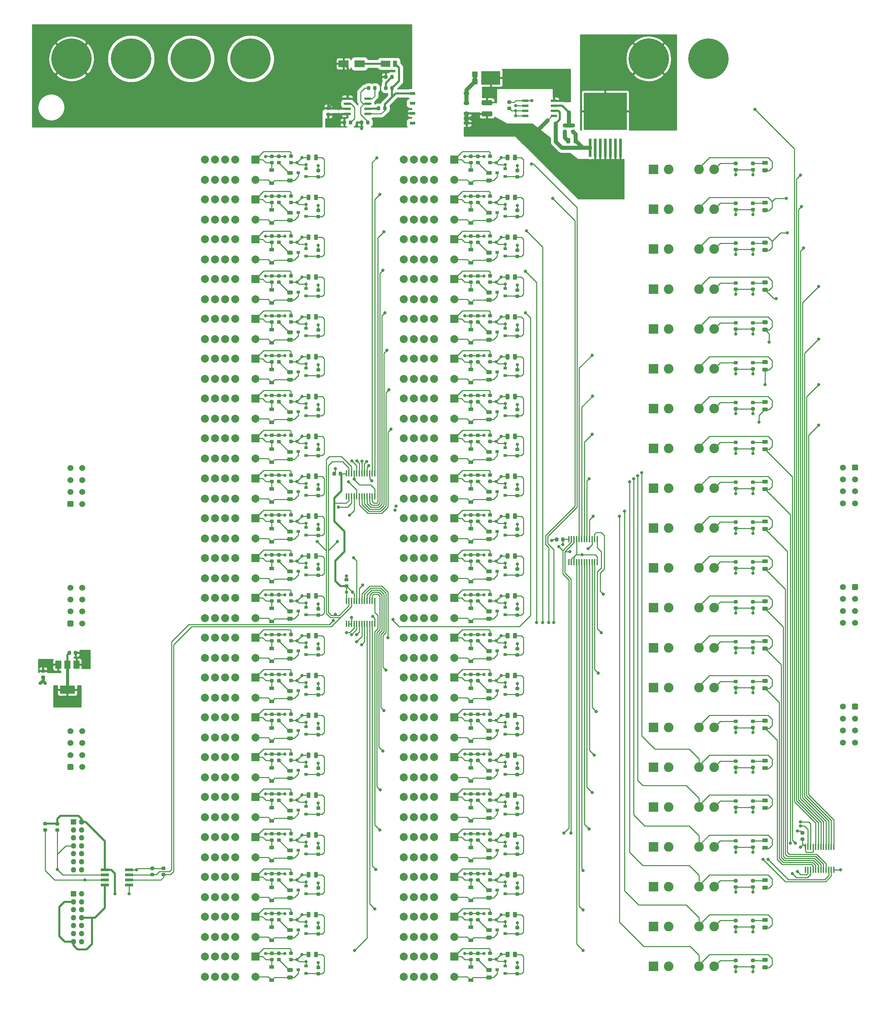
<source format=gbr>
G04 #@! TF.GenerationSoftware,KiCad,Pcbnew,(5.1.6)-1*
G04 #@! TF.CreationDate,2020-08-19T15:45:34-07:00*
G04 #@! TF.ProjectId,relayBoard,72656c61-7942-46f6-9172-642e6b696361,rev?*
G04 #@! TF.SameCoordinates,Original*
G04 #@! TF.FileFunction,Copper,L1,Top*
G04 #@! TF.FilePolarity,Positive*
%FSLAX46Y46*%
G04 Gerber Fmt 4.6, Leading zero omitted, Abs format (unit mm)*
G04 Created by KiCad (PCBNEW (5.1.6)-1) date 2020-08-19 15:45:34*
%MOMM*%
%LPD*%
G01*
G04 APERTURE LIST*
G04 #@! TA.AperFunction,SMDPad,CuDef*
%ADD10R,0.410000X1.570000*%
G04 #@! TD*
G04 #@! TA.AperFunction,SMDPad,CuDef*
%ADD11R,1.397000X0.762000*%
G04 #@! TD*
G04 #@! TA.AperFunction,SMDPad,CuDef*
%ADD12R,2.032000X0.660400*%
G04 #@! TD*
G04 #@! TA.AperFunction,SMDPad,CuDef*
%ADD13R,1.200000X0.900000*%
G04 #@! TD*
G04 #@! TA.AperFunction,SMDPad,CuDef*
%ADD14R,1.400000X1.390000*%
G04 #@! TD*
G04 #@! TA.AperFunction,SMDPad,CuDef*
%ADD15R,4.860000X3.360000*%
G04 #@! TD*
G04 #@! TA.AperFunction,SMDPad,CuDef*
%ADD16R,1.050000X1.500000*%
G04 #@! TD*
G04 #@! TA.AperFunction,SMDPad,CuDef*
%ADD17R,2.400000X1.500000*%
G04 #@! TD*
G04 #@! TA.AperFunction,SMDPad,CuDef*
%ADD18R,2.500000X1.800000*%
G04 #@! TD*
G04 #@! TA.AperFunction,ComponentPad*
%ADD19C,1.500000*%
G04 #@! TD*
G04 #@! TA.AperFunction,ComponentPad*
%ADD20C,2.000000*%
G04 #@! TD*
G04 #@! TA.AperFunction,ComponentPad*
%ADD21R,2.000000X2.000000*%
G04 #@! TD*
G04 #@! TA.AperFunction,SMDPad,CuDef*
%ADD22R,1.500000X2.000000*%
G04 #@! TD*
G04 #@! TA.AperFunction,SMDPad,CuDef*
%ADD23R,3.800000X2.000000*%
G04 #@! TD*
G04 #@! TA.AperFunction,SMDPad,CuDef*
%ADD24R,0.800000X4.600000*%
G04 #@! TD*
G04 #@! TA.AperFunction,SMDPad,CuDef*
%ADD25R,10.800000X9.400000*%
G04 #@! TD*
G04 #@! TA.AperFunction,SMDPad,CuDef*
%ADD26R,0.900000X0.800000*%
G04 #@! TD*
G04 #@! TA.AperFunction,ComponentPad*
%ADD27C,2.420000*%
G04 #@! TD*
G04 #@! TA.AperFunction,ComponentPad*
%ADD28R,2.420000X2.420000*%
G04 #@! TD*
G04 #@! TA.AperFunction,ComponentPad*
%ADD29O,1.350000X1.350000*%
G04 #@! TD*
G04 #@! TA.AperFunction,ComponentPad*
%ADD30R,1.350000X1.350000*%
G04 #@! TD*
G04 #@! TA.AperFunction,ComponentPad*
%ADD31C,10.160000*%
G04 #@! TD*
G04 #@! TA.AperFunction,ViaPad*
%ADD32C,0.800000*%
G04 #@! TD*
G04 #@! TA.AperFunction,Conductor*
%ADD33C,0.500000*%
G04 #@! TD*
G04 #@! TA.AperFunction,Conductor*
%ADD34C,0.250000*%
G04 #@! TD*
G04 #@! TA.AperFunction,Conductor*
%ADD35C,0.750000*%
G04 #@! TD*
G04 #@! TA.AperFunction,Conductor*
%ADD36C,1.000000*%
G04 #@! TD*
G04 #@! TA.AperFunction,Conductor*
%ADD37C,0.254000*%
G04 #@! TD*
G04 APERTURE END LIST*
D10*
X210547000Y-147498000D03*
X211197000Y-147498000D03*
X211847000Y-147498000D03*
X212497000Y-147498000D03*
X213147000Y-147498000D03*
X213797000Y-147498000D03*
X214447000Y-147498000D03*
X215097000Y-147498000D03*
X215747000Y-147498000D03*
X216397000Y-147498000D03*
X217047000Y-147498000D03*
X217697000Y-147498000D03*
X217697000Y-153238000D03*
X217047000Y-153238000D03*
X216397000Y-153238000D03*
X215747000Y-153238000D03*
X215097000Y-153238000D03*
X214447000Y-153238000D03*
X213797000Y-153238000D03*
X213147000Y-153238000D03*
X212497000Y-153238000D03*
X211847000Y-153238000D03*
X211197000Y-153238000D03*
X210547000Y-153238000D03*
X95231000Y-53772000D03*
X95881000Y-53772000D03*
X96531000Y-53772000D03*
X97181000Y-53772000D03*
X97831000Y-53772000D03*
X98481000Y-53772000D03*
X99131000Y-53772000D03*
X99781000Y-53772000D03*
X100431000Y-53772000D03*
X101081000Y-53772000D03*
X101731000Y-53772000D03*
X102381000Y-53772000D03*
X102381000Y-59512000D03*
X101731000Y-59512000D03*
X101081000Y-59512000D03*
X100431000Y-59512000D03*
X99781000Y-59512000D03*
X99131000Y-59512000D03*
X98481000Y-59512000D03*
X97831000Y-59512000D03*
X97181000Y-59512000D03*
X96531000Y-59512000D03*
X95881000Y-59512000D03*
X95231000Y-59512000D03*
X95231000Y-85776000D03*
X95881000Y-85776000D03*
X96531000Y-85776000D03*
X97181000Y-85776000D03*
X97831000Y-85776000D03*
X98481000Y-85776000D03*
X99131000Y-85776000D03*
X99781000Y-85776000D03*
X100431000Y-85776000D03*
X101081000Y-85776000D03*
X101731000Y-85776000D03*
X102381000Y-85776000D03*
X102381000Y-91516000D03*
X101731000Y-91516000D03*
X101081000Y-91516000D03*
X100431000Y-91516000D03*
X99781000Y-91516000D03*
X99131000Y-91516000D03*
X98481000Y-91516000D03*
X97831000Y-91516000D03*
X97181000Y-91516000D03*
X96531000Y-91516000D03*
X95881000Y-91516000D03*
X95231000Y-91516000D03*
X151111000Y-70282000D03*
X151761000Y-70282000D03*
X152411000Y-70282000D03*
X153061000Y-70282000D03*
X153711000Y-70282000D03*
X154361000Y-70282000D03*
X155011000Y-70282000D03*
X155661000Y-70282000D03*
X156311000Y-70282000D03*
X156961000Y-70282000D03*
X157611000Y-70282000D03*
X158261000Y-70282000D03*
X158261000Y-76022000D03*
X157611000Y-76022000D03*
X156961000Y-76022000D03*
X156311000Y-76022000D03*
X155661000Y-76022000D03*
X155011000Y-76022000D03*
X154361000Y-76022000D03*
X153711000Y-76022000D03*
X153061000Y-76022000D03*
X152411000Y-76022000D03*
X151761000Y-76022000D03*
X151111000Y-76022000D03*
D11*
X125399800Y34112200D03*
X125399800Y36601400D03*
X125399800Y39090600D03*
X125399800Y41579800D03*
X111836200Y34112200D03*
X111836200Y36601400D03*
X111836200Y39090600D03*
X111836200Y41579800D03*
D12*
X40665400Y-157099000D03*
X34518600Y-157099000D03*
X40665400Y-155829000D03*
X40665400Y-154559000D03*
X34518600Y-155829000D03*
X34518600Y-154559000D03*
X40665400Y-153289000D03*
X34518600Y-153289000D03*
D13*
X76492000Y19026000D03*
X76492000Y22326000D03*
X76492000Y9026000D03*
X76492000Y12326000D03*
X76492000Y-974000D03*
X76492000Y2326000D03*
X76492000Y-10974000D03*
X76492000Y-7674000D03*
X76492000Y-20974000D03*
X76492000Y-17674000D03*
X76492000Y-30974000D03*
X76492000Y-27674000D03*
X76492000Y-40974000D03*
X76492000Y-37674000D03*
X76492000Y-50974000D03*
X76492000Y-47674000D03*
X76492000Y-60974000D03*
X76492000Y-57674000D03*
X76492000Y-70974000D03*
X76492000Y-67674000D03*
X76492000Y-80974000D03*
X76492000Y-77674000D03*
X76492000Y-90974000D03*
X76492000Y-87674000D03*
X76492000Y-100974000D03*
X76492000Y-97674000D03*
X76492000Y-110974000D03*
X76492000Y-107674000D03*
X76492000Y-120974000D03*
X76492000Y-117674000D03*
X76492000Y-130974000D03*
X76492000Y-127674000D03*
X76492000Y-140974000D03*
X76492000Y-137674000D03*
X76492000Y-150974000D03*
X76492000Y-147674000D03*
X76492000Y-160974000D03*
X76492000Y-157674000D03*
X76492000Y-170974000D03*
X76492000Y-167674000D03*
X76492000Y-180974000D03*
X76492000Y-177674000D03*
X126492000Y19026000D03*
X126492000Y22326000D03*
X126492000Y9026000D03*
X126492000Y12326000D03*
X126492000Y-974000D03*
X126492000Y2326000D03*
X126492000Y-10974000D03*
X126492000Y-7674000D03*
X126492000Y-20974000D03*
X126492000Y-17674000D03*
X126492000Y-30974000D03*
X126492000Y-27674000D03*
X126492000Y-40974000D03*
X126492000Y-37674000D03*
X126492000Y-50974000D03*
X126492000Y-47674000D03*
X126492000Y-60974000D03*
X126492000Y-57674000D03*
X126492000Y-70974000D03*
X126492000Y-67674000D03*
X126492000Y-80974000D03*
X126492000Y-77674000D03*
X126492000Y-90974000D03*
X126492000Y-87674000D03*
X126492000Y-100974000D03*
X126492000Y-97674000D03*
X126492000Y-110974000D03*
X126492000Y-107674000D03*
X126492000Y-120974000D03*
X126492000Y-117674000D03*
X126492000Y-130974000D03*
X126492000Y-127674000D03*
X126492000Y-140974000D03*
X126492000Y-137674000D03*
X126492000Y-150974000D03*
X126492000Y-147674000D03*
X126492000Y-160974000D03*
X126492000Y-157674000D03*
X126492000Y-170974000D03*
X126492000Y-167674000D03*
X126492000Y-180974000D03*
X126492000Y-177674000D03*
D14*
X127518500Y44546000D03*
X127518500Y46386000D03*
D15*
X131500500Y45466000D03*
D16*
X107443000Y49022000D03*
D17*
X105068000Y49022000D03*
D18*
X94520000Y49022000D03*
X98520000Y49022000D03*
D19*
X28908000Y-82440000D03*
X28908000Y-85440000D03*
X28908000Y-88440000D03*
X28908000Y-91440000D03*
X25908000Y-82440000D03*
X25908000Y-85440000D03*
X25908000Y-88440000D03*
G04 #@! TA.AperFunction,ComponentPad*
G36*
G01*
X26408000Y-92190000D02*
X25408000Y-92190000D01*
G75*
G02*
X25158000Y-91940000I0J250000D01*
G01*
X25158000Y-90940000D01*
G75*
G02*
X25408000Y-90690000I250000J0D01*
G01*
X26408000Y-90690000D01*
G75*
G02*
X26658000Y-90940000I0J-250000D01*
G01*
X26658000Y-91940000D01*
G75*
G02*
X26408000Y-92190000I-250000J0D01*
G01*
G37*
G04 #@! TD.AperFunction*
G04 #@! TA.AperFunction,SMDPad,CuDef*
G36*
G01*
X129481000Y37071000D02*
X131631000Y37071000D01*
G75*
G02*
X131881000Y36821000I0J-250000D01*
G01*
X131881000Y36071000D01*
G75*
G02*
X131631000Y35821000I-250000J0D01*
G01*
X129481000Y35821000D01*
G75*
G02*
X129231000Y36071000I0J250000D01*
G01*
X129231000Y36821000D01*
G75*
G02*
X129481000Y37071000I250000J0D01*
G01*
G37*
G04 #@! TD.AperFunction*
G04 #@! TA.AperFunction,SMDPad,CuDef*
G36*
G01*
X129481000Y39871000D02*
X131631000Y39871000D01*
G75*
G02*
X131881000Y39621000I0J-250000D01*
G01*
X131881000Y38871000D01*
G75*
G02*
X131631000Y38621000I-250000J0D01*
G01*
X129481000Y38621000D01*
G75*
G02*
X129231000Y38871000I0J250000D01*
G01*
X129231000Y39621000D01*
G75*
G02*
X129481000Y39871000I250000J0D01*
G01*
G37*
G04 #@! TD.AperFunction*
G04 #@! TA.AperFunction,SMDPad,CuDef*
G36*
G01*
X152402250Y33116000D02*
X151889750Y33116000D01*
G75*
G02*
X151671000Y33334750I0J218750D01*
G01*
X151671000Y33772250D01*
G75*
G02*
X151889750Y33991000I218750J0D01*
G01*
X152402250Y33991000D01*
G75*
G02*
X152621000Y33772250I0J-218750D01*
G01*
X152621000Y33334750D01*
G75*
G02*
X152402250Y33116000I-218750J0D01*
G01*
G37*
G04 #@! TD.AperFunction*
G04 #@! TA.AperFunction,SMDPad,CuDef*
G36*
G01*
X152402250Y31541000D02*
X151889750Y31541000D01*
G75*
G02*
X151671000Y31759750I0J218750D01*
G01*
X151671000Y32197250D01*
G75*
G02*
X151889750Y32416000I218750J0D01*
G01*
X152402250Y32416000D01*
G75*
G02*
X152621000Y32197250I0J-218750D01*
G01*
X152621000Y31759750D01*
G75*
G02*
X152402250Y31541000I-218750J0D01*
G01*
G37*
G04 #@! TD.AperFunction*
G04 #@! TA.AperFunction,SMDPad,CuDef*
G36*
G01*
X149857750Y32416000D02*
X150370250Y32416000D01*
G75*
G02*
X150589000Y32197250I0J-218750D01*
G01*
X150589000Y31759750D01*
G75*
G02*
X150370250Y31541000I-218750J0D01*
G01*
X149857750Y31541000D01*
G75*
G02*
X149639000Y31759750I0J218750D01*
G01*
X149639000Y32197250D01*
G75*
G02*
X149857750Y32416000I218750J0D01*
G01*
G37*
G04 #@! TD.AperFunction*
G04 #@! TA.AperFunction,SMDPad,CuDef*
G36*
G01*
X149857750Y33991000D02*
X150370250Y33991000D01*
G75*
G02*
X150589000Y33772250I0J-218750D01*
G01*
X150589000Y33334750D01*
G75*
G02*
X150370250Y33116000I-218750J0D01*
G01*
X149857750Y33116000D01*
G75*
G02*
X149639000Y33334750I0J218750D01*
G01*
X149639000Y33772250D01*
G75*
G02*
X149857750Y33991000I218750J0D01*
G01*
G37*
G04 #@! TD.AperFunction*
G04 #@! TA.AperFunction,SMDPad,CuDef*
G36*
G01*
X106268000Y42669750D02*
X106268000Y43182250D01*
G75*
G02*
X106486750Y43401000I218750J0D01*
G01*
X106924250Y43401000D01*
G75*
G02*
X107143000Y43182250I0J-218750D01*
G01*
X107143000Y42669750D01*
G75*
G02*
X106924250Y42451000I-218750J0D01*
G01*
X106486750Y42451000D01*
G75*
G02*
X106268000Y42669750I0J218750D01*
G01*
G37*
G04 #@! TD.AperFunction*
G04 #@! TA.AperFunction,SMDPad,CuDef*
G36*
G01*
X104693000Y42669750D02*
X104693000Y43182250D01*
G75*
G02*
X104911750Y43401000I218750J0D01*
G01*
X105349250Y43401000D01*
G75*
G02*
X105568000Y43182250I0J-218750D01*
G01*
X105568000Y42669750D01*
G75*
G02*
X105349250Y42451000I-218750J0D01*
G01*
X104911750Y42451000D01*
G75*
G02*
X104693000Y42669750I0J218750D01*
G01*
G37*
G04 #@! TD.AperFunction*
G04 #@! TA.AperFunction,SMDPad,CuDef*
G36*
G01*
X99472000Y34546250D02*
X99472000Y34033750D01*
G75*
G02*
X99253250Y33815000I-218750J0D01*
G01*
X98815750Y33815000D01*
G75*
G02*
X98597000Y34033750I0J218750D01*
G01*
X98597000Y34546250D01*
G75*
G02*
X98815750Y34765000I218750J0D01*
G01*
X99253250Y34765000D01*
G75*
G02*
X99472000Y34546250I0J-218750D01*
G01*
G37*
G04 #@! TD.AperFunction*
G04 #@! TA.AperFunction,SMDPad,CuDef*
G36*
G01*
X101047000Y34546250D02*
X101047000Y34033750D01*
G75*
G02*
X100828250Y33815000I-218750J0D01*
G01*
X100390750Y33815000D01*
G75*
G02*
X100172000Y34033750I0J218750D01*
G01*
X100172000Y34546250D01*
G75*
G02*
X100390750Y34765000I218750J0D01*
G01*
X100828250Y34765000D01*
G75*
G02*
X101047000Y34546250I0J-218750D01*
G01*
G37*
G04 #@! TD.AperFunction*
G04 #@! TA.AperFunction,SMDPad,CuDef*
G36*
G01*
X104464500Y37589750D02*
X104464500Y38102250D01*
G75*
G02*
X104683250Y38321000I218750J0D01*
G01*
X105120750Y38321000D01*
G75*
G02*
X105339500Y38102250I0J-218750D01*
G01*
X105339500Y37589750D01*
G75*
G02*
X105120750Y37371000I-218750J0D01*
G01*
X104683250Y37371000D01*
G75*
G02*
X104464500Y37589750I0J218750D01*
G01*
G37*
G04 #@! TD.AperFunction*
G04 #@! TA.AperFunction,SMDPad,CuDef*
G36*
G01*
X102889500Y37589750D02*
X102889500Y38102250D01*
G75*
G02*
X103108250Y38321000I218750J0D01*
G01*
X103545750Y38321000D01*
G75*
G02*
X103764500Y38102250I0J-218750D01*
G01*
X103764500Y37589750D01*
G75*
G02*
X103545750Y37371000I-218750J0D01*
G01*
X103108250Y37371000D01*
G75*
G02*
X102889500Y37589750I0J218750D01*
G01*
G37*
G04 #@! TD.AperFunction*
G04 #@! TA.AperFunction,SMDPad,CuDef*
G36*
G01*
X101950000Y42669750D02*
X101950000Y43182250D01*
G75*
G02*
X102168750Y43401000I218750J0D01*
G01*
X102606250Y43401000D01*
G75*
G02*
X102825000Y43182250I0J-218750D01*
G01*
X102825000Y42669750D01*
G75*
G02*
X102606250Y42451000I-218750J0D01*
G01*
X102168750Y42451000D01*
G75*
G02*
X101950000Y42669750I0J218750D01*
G01*
G37*
G04 #@! TD.AperFunction*
G04 #@! TA.AperFunction,SMDPad,CuDef*
G36*
G01*
X100375000Y42669750D02*
X100375000Y43182250D01*
G75*
G02*
X100593750Y43401000I218750J0D01*
G01*
X101031250Y43401000D01*
G75*
G02*
X101250000Y43182250I0J-218750D01*
G01*
X101250000Y42669750D01*
G75*
G02*
X101031250Y42451000I-218750J0D01*
G01*
X100593750Y42451000D01*
G75*
G02*
X100375000Y42669750I0J218750D01*
G01*
G37*
G04 #@! TD.AperFunction*
G04 #@! TA.AperFunction,SMDPad,CuDef*
G36*
G01*
X46225750Y-154020000D02*
X46738250Y-154020000D01*
G75*
G02*
X46957000Y-154238750I0J-218750D01*
G01*
X46957000Y-154676250D01*
G75*
G02*
X46738250Y-154895000I-218750J0D01*
G01*
X46225750Y-154895000D01*
G75*
G02*
X46007000Y-154676250I0J218750D01*
G01*
X46007000Y-154238750D01*
G75*
G02*
X46225750Y-154020000I218750J0D01*
G01*
G37*
G04 #@! TD.AperFunction*
G04 #@! TA.AperFunction,SMDPad,CuDef*
G36*
G01*
X46225750Y-152445000D02*
X46738250Y-152445000D01*
G75*
G02*
X46957000Y-152663750I0J-218750D01*
G01*
X46957000Y-153101250D01*
G75*
G02*
X46738250Y-153320000I-218750J0D01*
G01*
X46225750Y-153320000D01*
G75*
G02*
X46007000Y-153101250I0J218750D01*
G01*
X46007000Y-152663750D01*
G75*
G02*
X46225750Y-152445000I218750J0D01*
G01*
G37*
G04 #@! TD.AperFunction*
G04 #@! TA.AperFunction,SMDPad,CuDef*
G36*
G01*
X49019750Y-154020000D02*
X49532250Y-154020000D01*
G75*
G02*
X49751000Y-154238750I0J-218750D01*
G01*
X49751000Y-154676250D01*
G75*
G02*
X49532250Y-154895000I-218750J0D01*
G01*
X49019750Y-154895000D01*
G75*
G02*
X48801000Y-154676250I0J218750D01*
G01*
X48801000Y-154238750D01*
G75*
G02*
X49019750Y-154020000I218750J0D01*
G01*
G37*
G04 #@! TD.AperFunction*
G04 #@! TA.AperFunction,SMDPad,CuDef*
G36*
G01*
X49019750Y-152445000D02*
X49532250Y-152445000D01*
G75*
G02*
X49751000Y-152663750I0J-218750D01*
G01*
X49751000Y-153101250D01*
G75*
G02*
X49532250Y-153320000I-218750J0D01*
G01*
X49019750Y-153320000D01*
G75*
G02*
X48801000Y-153101250I0J218750D01*
G01*
X48801000Y-152663750D01*
G75*
G02*
X49019750Y-152445000I218750J0D01*
G01*
G37*
G04 #@! TD.AperFunction*
G04 #@! TA.AperFunction,SMDPad,CuDef*
G36*
G01*
X22349750Y-142844000D02*
X22862250Y-142844000D01*
G75*
G02*
X23081000Y-143062750I0J-218750D01*
G01*
X23081000Y-143500250D01*
G75*
G02*
X22862250Y-143719000I-218750J0D01*
G01*
X22349750Y-143719000D01*
G75*
G02*
X22131000Y-143500250I0J218750D01*
G01*
X22131000Y-143062750D01*
G75*
G02*
X22349750Y-142844000I218750J0D01*
G01*
G37*
G04 #@! TD.AperFunction*
G04 #@! TA.AperFunction,SMDPad,CuDef*
G36*
G01*
X22349750Y-141269000D02*
X22862250Y-141269000D01*
G75*
G02*
X23081000Y-141487750I0J-218750D01*
G01*
X23081000Y-141925250D01*
G75*
G02*
X22862250Y-142144000I-218750J0D01*
G01*
X22349750Y-142144000D01*
G75*
G02*
X22131000Y-141925250I0J218750D01*
G01*
X22131000Y-141487750D01*
G75*
G02*
X22349750Y-141269000I218750J0D01*
G01*
G37*
G04 #@! TD.AperFunction*
G04 #@! TA.AperFunction,SMDPad,CuDef*
G36*
G01*
X19301750Y-142818500D02*
X19814250Y-142818500D01*
G75*
G02*
X20033000Y-143037250I0J-218750D01*
G01*
X20033000Y-143474750D01*
G75*
G02*
X19814250Y-143693500I-218750J0D01*
G01*
X19301750Y-143693500D01*
G75*
G02*
X19083000Y-143474750I0J218750D01*
G01*
X19083000Y-143037250D01*
G75*
G02*
X19301750Y-142818500I218750J0D01*
G01*
G37*
G04 #@! TD.AperFunction*
G04 #@! TA.AperFunction,SMDPad,CuDef*
G36*
G01*
X19301750Y-141243500D02*
X19814250Y-141243500D01*
G75*
G02*
X20033000Y-141462250I0J-218750D01*
G01*
X20033000Y-141899750D01*
G75*
G02*
X19814250Y-142118500I-218750J0D01*
G01*
X19301750Y-142118500D01*
G75*
G02*
X19083000Y-141899750I0J218750D01*
G01*
X19083000Y-141462250D01*
G75*
G02*
X19301750Y-141243500I218750J0D01*
G01*
G37*
G04 #@! TD.AperFunction*
G04 #@! TA.AperFunction,SMDPad,CuDef*
G36*
G01*
X192783750Y22866000D02*
X193296250Y22866000D01*
G75*
G02*
X193515000Y22647250I0J-218750D01*
G01*
X193515000Y22209750D01*
G75*
G02*
X193296250Y21991000I-218750J0D01*
G01*
X192783750Y21991000D01*
G75*
G02*
X192565000Y22209750I0J218750D01*
G01*
X192565000Y22647250D01*
G75*
G02*
X192783750Y22866000I218750J0D01*
G01*
G37*
G04 #@! TD.AperFunction*
G04 #@! TA.AperFunction,SMDPad,CuDef*
G36*
G01*
X192783750Y24441000D02*
X193296250Y24441000D01*
G75*
G02*
X193515000Y24222250I0J-218750D01*
G01*
X193515000Y23784750D01*
G75*
G02*
X193296250Y23566000I-218750J0D01*
G01*
X192783750Y23566000D01*
G75*
G02*
X192565000Y23784750I0J218750D01*
G01*
X192565000Y24222250D01*
G75*
G02*
X192783750Y24441000I218750J0D01*
G01*
G37*
G04 #@! TD.AperFunction*
G04 #@! TA.AperFunction,SMDPad,CuDef*
G36*
G01*
X197614250Y23566000D02*
X197101750Y23566000D01*
G75*
G02*
X196883000Y23784750I0J218750D01*
G01*
X196883000Y24222250D01*
G75*
G02*
X197101750Y24441000I218750J0D01*
G01*
X197614250Y24441000D01*
G75*
G02*
X197833000Y24222250I0J-218750D01*
G01*
X197833000Y23784750D01*
G75*
G02*
X197614250Y23566000I-218750J0D01*
G01*
G37*
G04 #@! TD.AperFunction*
G04 #@! TA.AperFunction,SMDPad,CuDef*
G36*
G01*
X197614250Y21991000D02*
X197101750Y21991000D01*
G75*
G02*
X196883000Y22209750I0J218750D01*
G01*
X196883000Y22647250D01*
G75*
G02*
X197101750Y22866000I218750J0D01*
G01*
X197614250Y22866000D01*
G75*
G02*
X197833000Y22647250I0J-218750D01*
G01*
X197833000Y22209750D01*
G75*
G02*
X197614250Y21991000I-218750J0D01*
G01*
G37*
G04 #@! TD.AperFunction*
G04 #@! TA.AperFunction,SMDPad,CuDef*
G36*
G01*
X192783750Y12866000D02*
X193296250Y12866000D01*
G75*
G02*
X193515000Y12647250I0J-218750D01*
G01*
X193515000Y12209750D01*
G75*
G02*
X193296250Y11991000I-218750J0D01*
G01*
X192783750Y11991000D01*
G75*
G02*
X192565000Y12209750I0J218750D01*
G01*
X192565000Y12647250D01*
G75*
G02*
X192783750Y12866000I218750J0D01*
G01*
G37*
G04 #@! TD.AperFunction*
G04 #@! TA.AperFunction,SMDPad,CuDef*
G36*
G01*
X192783750Y14441000D02*
X193296250Y14441000D01*
G75*
G02*
X193515000Y14222250I0J-218750D01*
G01*
X193515000Y13784750D01*
G75*
G02*
X193296250Y13566000I-218750J0D01*
G01*
X192783750Y13566000D01*
G75*
G02*
X192565000Y13784750I0J218750D01*
G01*
X192565000Y14222250D01*
G75*
G02*
X192783750Y14441000I218750J0D01*
G01*
G37*
G04 #@! TD.AperFunction*
G04 #@! TA.AperFunction,SMDPad,CuDef*
G36*
G01*
X197614250Y13566000D02*
X197101750Y13566000D01*
G75*
G02*
X196883000Y13784750I0J218750D01*
G01*
X196883000Y14222250D01*
G75*
G02*
X197101750Y14441000I218750J0D01*
G01*
X197614250Y14441000D01*
G75*
G02*
X197833000Y14222250I0J-218750D01*
G01*
X197833000Y13784750D01*
G75*
G02*
X197614250Y13566000I-218750J0D01*
G01*
G37*
G04 #@! TD.AperFunction*
G04 #@! TA.AperFunction,SMDPad,CuDef*
G36*
G01*
X197614250Y11991000D02*
X197101750Y11991000D01*
G75*
G02*
X196883000Y12209750I0J218750D01*
G01*
X196883000Y12647250D01*
G75*
G02*
X197101750Y12866000I218750J0D01*
G01*
X197614250Y12866000D01*
G75*
G02*
X197833000Y12647250I0J-218750D01*
G01*
X197833000Y12209750D01*
G75*
G02*
X197614250Y11991000I-218750J0D01*
G01*
G37*
G04 #@! TD.AperFunction*
G04 #@! TA.AperFunction,SMDPad,CuDef*
G36*
G01*
X192783750Y2866000D02*
X193296250Y2866000D01*
G75*
G02*
X193515000Y2647250I0J-218750D01*
G01*
X193515000Y2209750D01*
G75*
G02*
X193296250Y1991000I-218750J0D01*
G01*
X192783750Y1991000D01*
G75*
G02*
X192565000Y2209750I0J218750D01*
G01*
X192565000Y2647250D01*
G75*
G02*
X192783750Y2866000I218750J0D01*
G01*
G37*
G04 #@! TD.AperFunction*
G04 #@! TA.AperFunction,SMDPad,CuDef*
G36*
G01*
X192783750Y4441000D02*
X193296250Y4441000D01*
G75*
G02*
X193515000Y4222250I0J-218750D01*
G01*
X193515000Y3784750D01*
G75*
G02*
X193296250Y3566000I-218750J0D01*
G01*
X192783750Y3566000D01*
G75*
G02*
X192565000Y3784750I0J218750D01*
G01*
X192565000Y4222250D01*
G75*
G02*
X192783750Y4441000I218750J0D01*
G01*
G37*
G04 #@! TD.AperFunction*
G04 #@! TA.AperFunction,SMDPad,CuDef*
G36*
G01*
X197614250Y3566000D02*
X197101750Y3566000D01*
G75*
G02*
X196883000Y3784750I0J218750D01*
G01*
X196883000Y4222250D01*
G75*
G02*
X197101750Y4441000I218750J0D01*
G01*
X197614250Y4441000D01*
G75*
G02*
X197833000Y4222250I0J-218750D01*
G01*
X197833000Y3784750D01*
G75*
G02*
X197614250Y3566000I-218750J0D01*
G01*
G37*
G04 #@! TD.AperFunction*
G04 #@! TA.AperFunction,SMDPad,CuDef*
G36*
G01*
X197614250Y1991000D02*
X197101750Y1991000D01*
G75*
G02*
X196883000Y2209750I0J218750D01*
G01*
X196883000Y2647250D01*
G75*
G02*
X197101750Y2866000I218750J0D01*
G01*
X197614250Y2866000D01*
G75*
G02*
X197833000Y2647250I0J-218750D01*
G01*
X197833000Y2209750D01*
G75*
G02*
X197614250Y1991000I-218750J0D01*
G01*
G37*
G04 #@! TD.AperFunction*
G04 #@! TA.AperFunction,SMDPad,CuDef*
G36*
G01*
X192783750Y-7134000D02*
X193296250Y-7134000D01*
G75*
G02*
X193515000Y-7352750I0J-218750D01*
G01*
X193515000Y-7790250D01*
G75*
G02*
X193296250Y-8009000I-218750J0D01*
G01*
X192783750Y-8009000D01*
G75*
G02*
X192565000Y-7790250I0J218750D01*
G01*
X192565000Y-7352750D01*
G75*
G02*
X192783750Y-7134000I218750J0D01*
G01*
G37*
G04 #@! TD.AperFunction*
G04 #@! TA.AperFunction,SMDPad,CuDef*
G36*
G01*
X192783750Y-5559000D02*
X193296250Y-5559000D01*
G75*
G02*
X193515000Y-5777750I0J-218750D01*
G01*
X193515000Y-6215250D01*
G75*
G02*
X193296250Y-6434000I-218750J0D01*
G01*
X192783750Y-6434000D01*
G75*
G02*
X192565000Y-6215250I0J218750D01*
G01*
X192565000Y-5777750D01*
G75*
G02*
X192783750Y-5559000I218750J0D01*
G01*
G37*
G04 #@! TD.AperFunction*
G04 #@! TA.AperFunction,SMDPad,CuDef*
G36*
G01*
X197614250Y-6434000D02*
X197101750Y-6434000D01*
G75*
G02*
X196883000Y-6215250I0J218750D01*
G01*
X196883000Y-5777750D01*
G75*
G02*
X197101750Y-5559000I218750J0D01*
G01*
X197614250Y-5559000D01*
G75*
G02*
X197833000Y-5777750I0J-218750D01*
G01*
X197833000Y-6215250D01*
G75*
G02*
X197614250Y-6434000I-218750J0D01*
G01*
G37*
G04 #@! TD.AperFunction*
G04 #@! TA.AperFunction,SMDPad,CuDef*
G36*
G01*
X197614250Y-8009000D02*
X197101750Y-8009000D01*
G75*
G02*
X196883000Y-7790250I0J218750D01*
G01*
X196883000Y-7352750D01*
G75*
G02*
X197101750Y-7134000I218750J0D01*
G01*
X197614250Y-7134000D01*
G75*
G02*
X197833000Y-7352750I0J-218750D01*
G01*
X197833000Y-7790250D01*
G75*
G02*
X197614250Y-8009000I-218750J0D01*
G01*
G37*
G04 #@! TD.AperFunction*
G04 #@! TA.AperFunction,SMDPad,CuDef*
G36*
G01*
X192783750Y-17134000D02*
X193296250Y-17134000D01*
G75*
G02*
X193515000Y-17352750I0J-218750D01*
G01*
X193515000Y-17790250D01*
G75*
G02*
X193296250Y-18009000I-218750J0D01*
G01*
X192783750Y-18009000D01*
G75*
G02*
X192565000Y-17790250I0J218750D01*
G01*
X192565000Y-17352750D01*
G75*
G02*
X192783750Y-17134000I218750J0D01*
G01*
G37*
G04 #@! TD.AperFunction*
G04 #@! TA.AperFunction,SMDPad,CuDef*
G36*
G01*
X192783750Y-15559000D02*
X193296250Y-15559000D01*
G75*
G02*
X193515000Y-15777750I0J-218750D01*
G01*
X193515000Y-16215250D01*
G75*
G02*
X193296250Y-16434000I-218750J0D01*
G01*
X192783750Y-16434000D01*
G75*
G02*
X192565000Y-16215250I0J218750D01*
G01*
X192565000Y-15777750D01*
G75*
G02*
X192783750Y-15559000I218750J0D01*
G01*
G37*
G04 #@! TD.AperFunction*
G04 #@! TA.AperFunction,SMDPad,CuDef*
G36*
G01*
X197614250Y-16434000D02*
X197101750Y-16434000D01*
G75*
G02*
X196883000Y-16215250I0J218750D01*
G01*
X196883000Y-15777750D01*
G75*
G02*
X197101750Y-15559000I218750J0D01*
G01*
X197614250Y-15559000D01*
G75*
G02*
X197833000Y-15777750I0J-218750D01*
G01*
X197833000Y-16215250D01*
G75*
G02*
X197614250Y-16434000I-218750J0D01*
G01*
G37*
G04 #@! TD.AperFunction*
G04 #@! TA.AperFunction,SMDPad,CuDef*
G36*
G01*
X197614250Y-18009000D02*
X197101750Y-18009000D01*
G75*
G02*
X196883000Y-17790250I0J218750D01*
G01*
X196883000Y-17352750D01*
G75*
G02*
X197101750Y-17134000I218750J0D01*
G01*
X197614250Y-17134000D01*
G75*
G02*
X197833000Y-17352750I0J-218750D01*
G01*
X197833000Y-17790250D01*
G75*
G02*
X197614250Y-18009000I-218750J0D01*
G01*
G37*
G04 #@! TD.AperFunction*
G04 #@! TA.AperFunction,SMDPad,CuDef*
G36*
G01*
X192783750Y-27134000D02*
X193296250Y-27134000D01*
G75*
G02*
X193515000Y-27352750I0J-218750D01*
G01*
X193515000Y-27790250D01*
G75*
G02*
X193296250Y-28009000I-218750J0D01*
G01*
X192783750Y-28009000D01*
G75*
G02*
X192565000Y-27790250I0J218750D01*
G01*
X192565000Y-27352750D01*
G75*
G02*
X192783750Y-27134000I218750J0D01*
G01*
G37*
G04 #@! TD.AperFunction*
G04 #@! TA.AperFunction,SMDPad,CuDef*
G36*
G01*
X192783750Y-25559000D02*
X193296250Y-25559000D01*
G75*
G02*
X193515000Y-25777750I0J-218750D01*
G01*
X193515000Y-26215250D01*
G75*
G02*
X193296250Y-26434000I-218750J0D01*
G01*
X192783750Y-26434000D01*
G75*
G02*
X192565000Y-26215250I0J218750D01*
G01*
X192565000Y-25777750D01*
G75*
G02*
X192783750Y-25559000I218750J0D01*
G01*
G37*
G04 #@! TD.AperFunction*
G04 #@! TA.AperFunction,SMDPad,CuDef*
G36*
G01*
X197614250Y-26434000D02*
X197101750Y-26434000D01*
G75*
G02*
X196883000Y-26215250I0J218750D01*
G01*
X196883000Y-25777750D01*
G75*
G02*
X197101750Y-25559000I218750J0D01*
G01*
X197614250Y-25559000D01*
G75*
G02*
X197833000Y-25777750I0J-218750D01*
G01*
X197833000Y-26215250D01*
G75*
G02*
X197614250Y-26434000I-218750J0D01*
G01*
G37*
G04 #@! TD.AperFunction*
G04 #@! TA.AperFunction,SMDPad,CuDef*
G36*
G01*
X197614250Y-28009000D02*
X197101750Y-28009000D01*
G75*
G02*
X196883000Y-27790250I0J218750D01*
G01*
X196883000Y-27352750D01*
G75*
G02*
X197101750Y-27134000I218750J0D01*
G01*
X197614250Y-27134000D01*
G75*
G02*
X197833000Y-27352750I0J-218750D01*
G01*
X197833000Y-27790250D01*
G75*
G02*
X197614250Y-28009000I-218750J0D01*
G01*
G37*
G04 #@! TD.AperFunction*
G04 #@! TA.AperFunction,SMDPad,CuDef*
G36*
G01*
X192783750Y-37134000D02*
X193296250Y-37134000D01*
G75*
G02*
X193515000Y-37352750I0J-218750D01*
G01*
X193515000Y-37790250D01*
G75*
G02*
X193296250Y-38009000I-218750J0D01*
G01*
X192783750Y-38009000D01*
G75*
G02*
X192565000Y-37790250I0J218750D01*
G01*
X192565000Y-37352750D01*
G75*
G02*
X192783750Y-37134000I218750J0D01*
G01*
G37*
G04 #@! TD.AperFunction*
G04 #@! TA.AperFunction,SMDPad,CuDef*
G36*
G01*
X192783750Y-35559000D02*
X193296250Y-35559000D01*
G75*
G02*
X193515000Y-35777750I0J-218750D01*
G01*
X193515000Y-36215250D01*
G75*
G02*
X193296250Y-36434000I-218750J0D01*
G01*
X192783750Y-36434000D01*
G75*
G02*
X192565000Y-36215250I0J218750D01*
G01*
X192565000Y-35777750D01*
G75*
G02*
X192783750Y-35559000I218750J0D01*
G01*
G37*
G04 #@! TD.AperFunction*
G04 #@! TA.AperFunction,SMDPad,CuDef*
G36*
G01*
X197614250Y-36434000D02*
X197101750Y-36434000D01*
G75*
G02*
X196883000Y-36215250I0J218750D01*
G01*
X196883000Y-35777750D01*
G75*
G02*
X197101750Y-35559000I218750J0D01*
G01*
X197614250Y-35559000D01*
G75*
G02*
X197833000Y-35777750I0J-218750D01*
G01*
X197833000Y-36215250D01*
G75*
G02*
X197614250Y-36434000I-218750J0D01*
G01*
G37*
G04 #@! TD.AperFunction*
G04 #@! TA.AperFunction,SMDPad,CuDef*
G36*
G01*
X197614250Y-38009000D02*
X197101750Y-38009000D01*
G75*
G02*
X196883000Y-37790250I0J218750D01*
G01*
X196883000Y-37352750D01*
G75*
G02*
X197101750Y-37134000I218750J0D01*
G01*
X197614250Y-37134000D01*
G75*
G02*
X197833000Y-37352750I0J-218750D01*
G01*
X197833000Y-37790250D01*
G75*
G02*
X197614250Y-38009000I-218750J0D01*
G01*
G37*
G04 #@! TD.AperFunction*
G04 #@! TA.AperFunction,SMDPad,CuDef*
G36*
G01*
X192783750Y-47134000D02*
X193296250Y-47134000D01*
G75*
G02*
X193515000Y-47352750I0J-218750D01*
G01*
X193515000Y-47790250D01*
G75*
G02*
X193296250Y-48009000I-218750J0D01*
G01*
X192783750Y-48009000D01*
G75*
G02*
X192565000Y-47790250I0J218750D01*
G01*
X192565000Y-47352750D01*
G75*
G02*
X192783750Y-47134000I218750J0D01*
G01*
G37*
G04 #@! TD.AperFunction*
G04 #@! TA.AperFunction,SMDPad,CuDef*
G36*
G01*
X192783750Y-45559000D02*
X193296250Y-45559000D01*
G75*
G02*
X193515000Y-45777750I0J-218750D01*
G01*
X193515000Y-46215250D01*
G75*
G02*
X193296250Y-46434000I-218750J0D01*
G01*
X192783750Y-46434000D01*
G75*
G02*
X192565000Y-46215250I0J218750D01*
G01*
X192565000Y-45777750D01*
G75*
G02*
X192783750Y-45559000I218750J0D01*
G01*
G37*
G04 #@! TD.AperFunction*
G04 #@! TA.AperFunction,SMDPad,CuDef*
G36*
G01*
X197614250Y-46434000D02*
X197101750Y-46434000D01*
G75*
G02*
X196883000Y-46215250I0J218750D01*
G01*
X196883000Y-45777750D01*
G75*
G02*
X197101750Y-45559000I218750J0D01*
G01*
X197614250Y-45559000D01*
G75*
G02*
X197833000Y-45777750I0J-218750D01*
G01*
X197833000Y-46215250D01*
G75*
G02*
X197614250Y-46434000I-218750J0D01*
G01*
G37*
G04 #@! TD.AperFunction*
G04 #@! TA.AperFunction,SMDPad,CuDef*
G36*
G01*
X197614250Y-48009000D02*
X197101750Y-48009000D01*
G75*
G02*
X196883000Y-47790250I0J218750D01*
G01*
X196883000Y-47352750D01*
G75*
G02*
X197101750Y-47134000I218750J0D01*
G01*
X197614250Y-47134000D01*
G75*
G02*
X197833000Y-47352750I0J-218750D01*
G01*
X197833000Y-47790250D01*
G75*
G02*
X197614250Y-48009000I-218750J0D01*
G01*
G37*
G04 #@! TD.AperFunction*
G04 #@! TA.AperFunction,SMDPad,CuDef*
G36*
G01*
X192783750Y-57134000D02*
X193296250Y-57134000D01*
G75*
G02*
X193515000Y-57352750I0J-218750D01*
G01*
X193515000Y-57790250D01*
G75*
G02*
X193296250Y-58009000I-218750J0D01*
G01*
X192783750Y-58009000D01*
G75*
G02*
X192565000Y-57790250I0J218750D01*
G01*
X192565000Y-57352750D01*
G75*
G02*
X192783750Y-57134000I218750J0D01*
G01*
G37*
G04 #@! TD.AperFunction*
G04 #@! TA.AperFunction,SMDPad,CuDef*
G36*
G01*
X192783750Y-55559000D02*
X193296250Y-55559000D01*
G75*
G02*
X193515000Y-55777750I0J-218750D01*
G01*
X193515000Y-56215250D01*
G75*
G02*
X193296250Y-56434000I-218750J0D01*
G01*
X192783750Y-56434000D01*
G75*
G02*
X192565000Y-56215250I0J218750D01*
G01*
X192565000Y-55777750D01*
G75*
G02*
X192783750Y-55559000I218750J0D01*
G01*
G37*
G04 #@! TD.AperFunction*
G04 #@! TA.AperFunction,SMDPad,CuDef*
G36*
G01*
X197614250Y-56434000D02*
X197101750Y-56434000D01*
G75*
G02*
X196883000Y-56215250I0J218750D01*
G01*
X196883000Y-55777750D01*
G75*
G02*
X197101750Y-55559000I218750J0D01*
G01*
X197614250Y-55559000D01*
G75*
G02*
X197833000Y-55777750I0J-218750D01*
G01*
X197833000Y-56215250D01*
G75*
G02*
X197614250Y-56434000I-218750J0D01*
G01*
G37*
G04 #@! TD.AperFunction*
G04 #@! TA.AperFunction,SMDPad,CuDef*
G36*
G01*
X197614250Y-58009000D02*
X197101750Y-58009000D01*
G75*
G02*
X196883000Y-57790250I0J218750D01*
G01*
X196883000Y-57352750D01*
G75*
G02*
X197101750Y-57134000I218750J0D01*
G01*
X197614250Y-57134000D01*
G75*
G02*
X197833000Y-57352750I0J-218750D01*
G01*
X197833000Y-57790250D01*
G75*
G02*
X197614250Y-58009000I-218750J0D01*
G01*
G37*
G04 #@! TD.AperFunction*
G04 #@! TA.AperFunction,SMDPad,CuDef*
G36*
G01*
X192783750Y-67134000D02*
X193296250Y-67134000D01*
G75*
G02*
X193515000Y-67352750I0J-218750D01*
G01*
X193515000Y-67790250D01*
G75*
G02*
X193296250Y-68009000I-218750J0D01*
G01*
X192783750Y-68009000D01*
G75*
G02*
X192565000Y-67790250I0J218750D01*
G01*
X192565000Y-67352750D01*
G75*
G02*
X192783750Y-67134000I218750J0D01*
G01*
G37*
G04 #@! TD.AperFunction*
G04 #@! TA.AperFunction,SMDPad,CuDef*
G36*
G01*
X192783750Y-65559000D02*
X193296250Y-65559000D01*
G75*
G02*
X193515000Y-65777750I0J-218750D01*
G01*
X193515000Y-66215250D01*
G75*
G02*
X193296250Y-66434000I-218750J0D01*
G01*
X192783750Y-66434000D01*
G75*
G02*
X192565000Y-66215250I0J218750D01*
G01*
X192565000Y-65777750D01*
G75*
G02*
X192783750Y-65559000I218750J0D01*
G01*
G37*
G04 #@! TD.AperFunction*
G04 #@! TA.AperFunction,SMDPad,CuDef*
G36*
G01*
X197614250Y-66434000D02*
X197101750Y-66434000D01*
G75*
G02*
X196883000Y-66215250I0J218750D01*
G01*
X196883000Y-65777750D01*
G75*
G02*
X197101750Y-65559000I218750J0D01*
G01*
X197614250Y-65559000D01*
G75*
G02*
X197833000Y-65777750I0J-218750D01*
G01*
X197833000Y-66215250D01*
G75*
G02*
X197614250Y-66434000I-218750J0D01*
G01*
G37*
G04 #@! TD.AperFunction*
G04 #@! TA.AperFunction,SMDPad,CuDef*
G36*
G01*
X197614250Y-68009000D02*
X197101750Y-68009000D01*
G75*
G02*
X196883000Y-67790250I0J218750D01*
G01*
X196883000Y-67352750D01*
G75*
G02*
X197101750Y-67134000I218750J0D01*
G01*
X197614250Y-67134000D01*
G75*
G02*
X197833000Y-67352750I0J-218750D01*
G01*
X197833000Y-67790250D01*
G75*
G02*
X197614250Y-68009000I-218750J0D01*
G01*
G37*
G04 #@! TD.AperFunction*
G04 #@! TA.AperFunction,SMDPad,CuDef*
G36*
G01*
X192783750Y-77134000D02*
X193296250Y-77134000D01*
G75*
G02*
X193515000Y-77352750I0J-218750D01*
G01*
X193515000Y-77790250D01*
G75*
G02*
X193296250Y-78009000I-218750J0D01*
G01*
X192783750Y-78009000D01*
G75*
G02*
X192565000Y-77790250I0J218750D01*
G01*
X192565000Y-77352750D01*
G75*
G02*
X192783750Y-77134000I218750J0D01*
G01*
G37*
G04 #@! TD.AperFunction*
G04 #@! TA.AperFunction,SMDPad,CuDef*
G36*
G01*
X192783750Y-75559000D02*
X193296250Y-75559000D01*
G75*
G02*
X193515000Y-75777750I0J-218750D01*
G01*
X193515000Y-76215250D01*
G75*
G02*
X193296250Y-76434000I-218750J0D01*
G01*
X192783750Y-76434000D01*
G75*
G02*
X192565000Y-76215250I0J218750D01*
G01*
X192565000Y-75777750D01*
G75*
G02*
X192783750Y-75559000I218750J0D01*
G01*
G37*
G04 #@! TD.AperFunction*
G04 #@! TA.AperFunction,SMDPad,CuDef*
G36*
G01*
X197614250Y-76434000D02*
X197101750Y-76434000D01*
G75*
G02*
X196883000Y-76215250I0J218750D01*
G01*
X196883000Y-75777750D01*
G75*
G02*
X197101750Y-75559000I218750J0D01*
G01*
X197614250Y-75559000D01*
G75*
G02*
X197833000Y-75777750I0J-218750D01*
G01*
X197833000Y-76215250D01*
G75*
G02*
X197614250Y-76434000I-218750J0D01*
G01*
G37*
G04 #@! TD.AperFunction*
G04 #@! TA.AperFunction,SMDPad,CuDef*
G36*
G01*
X197614250Y-78009000D02*
X197101750Y-78009000D01*
G75*
G02*
X196883000Y-77790250I0J218750D01*
G01*
X196883000Y-77352750D01*
G75*
G02*
X197101750Y-77134000I218750J0D01*
G01*
X197614250Y-77134000D01*
G75*
G02*
X197833000Y-77352750I0J-218750D01*
G01*
X197833000Y-77790250D01*
G75*
G02*
X197614250Y-78009000I-218750J0D01*
G01*
G37*
G04 #@! TD.AperFunction*
G04 #@! TA.AperFunction,SMDPad,CuDef*
G36*
G01*
X192783750Y-87134000D02*
X193296250Y-87134000D01*
G75*
G02*
X193515000Y-87352750I0J-218750D01*
G01*
X193515000Y-87790250D01*
G75*
G02*
X193296250Y-88009000I-218750J0D01*
G01*
X192783750Y-88009000D01*
G75*
G02*
X192565000Y-87790250I0J218750D01*
G01*
X192565000Y-87352750D01*
G75*
G02*
X192783750Y-87134000I218750J0D01*
G01*
G37*
G04 #@! TD.AperFunction*
G04 #@! TA.AperFunction,SMDPad,CuDef*
G36*
G01*
X192783750Y-85559000D02*
X193296250Y-85559000D01*
G75*
G02*
X193515000Y-85777750I0J-218750D01*
G01*
X193515000Y-86215250D01*
G75*
G02*
X193296250Y-86434000I-218750J0D01*
G01*
X192783750Y-86434000D01*
G75*
G02*
X192565000Y-86215250I0J218750D01*
G01*
X192565000Y-85777750D01*
G75*
G02*
X192783750Y-85559000I218750J0D01*
G01*
G37*
G04 #@! TD.AperFunction*
G04 #@! TA.AperFunction,SMDPad,CuDef*
G36*
G01*
X197614250Y-86434000D02*
X197101750Y-86434000D01*
G75*
G02*
X196883000Y-86215250I0J218750D01*
G01*
X196883000Y-85777750D01*
G75*
G02*
X197101750Y-85559000I218750J0D01*
G01*
X197614250Y-85559000D01*
G75*
G02*
X197833000Y-85777750I0J-218750D01*
G01*
X197833000Y-86215250D01*
G75*
G02*
X197614250Y-86434000I-218750J0D01*
G01*
G37*
G04 #@! TD.AperFunction*
G04 #@! TA.AperFunction,SMDPad,CuDef*
G36*
G01*
X197614250Y-88009000D02*
X197101750Y-88009000D01*
G75*
G02*
X196883000Y-87790250I0J218750D01*
G01*
X196883000Y-87352750D01*
G75*
G02*
X197101750Y-87134000I218750J0D01*
G01*
X197614250Y-87134000D01*
G75*
G02*
X197833000Y-87352750I0J-218750D01*
G01*
X197833000Y-87790250D01*
G75*
G02*
X197614250Y-88009000I-218750J0D01*
G01*
G37*
G04 #@! TD.AperFunction*
G04 #@! TA.AperFunction,SMDPad,CuDef*
G36*
G01*
X192783750Y-97134000D02*
X193296250Y-97134000D01*
G75*
G02*
X193515000Y-97352750I0J-218750D01*
G01*
X193515000Y-97790250D01*
G75*
G02*
X193296250Y-98009000I-218750J0D01*
G01*
X192783750Y-98009000D01*
G75*
G02*
X192565000Y-97790250I0J218750D01*
G01*
X192565000Y-97352750D01*
G75*
G02*
X192783750Y-97134000I218750J0D01*
G01*
G37*
G04 #@! TD.AperFunction*
G04 #@! TA.AperFunction,SMDPad,CuDef*
G36*
G01*
X192783750Y-95559000D02*
X193296250Y-95559000D01*
G75*
G02*
X193515000Y-95777750I0J-218750D01*
G01*
X193515000Y-96215250D01*
G75*
G02*
X193296250Y-96434000I-218750J0D01*
G01*
X192783750Y-96434000D01*
G75*
G02*
X192565000Y-96215250I0J218750D01*
G01*
X192565000Y-95777750D01*
G75*
G02*
X192783750Y-95559000I218750J0D01*
G01*
G37*
G04 #@! TD.AperFunction*
G04 #@! TA.AperFunction,SMDPad,CuDef*
G36*
G01*
X197614250Y-96434000D02*
X197101750Y-96434000D01*
G75*
G02*
X196883000Y-96215250I0J218750D01*
G01*
X196883000Y-95777750D01*
G75*
G02*
X197101750Y-95559000I218750J0D01*
G01*
X197614250Y-95559000D01*
G75*
G02*
X197833000Y-95777750I0J-218750D01*
G01*
X197833000Y-96215250D01*
G75*
G02*
X197614250Y-96434000I-218750J0D01*
G01*
G37*
G04 #@! TD.AperFunction*
G04 #@! TA.AperFunction,SMDPad,CuDef*
G36*
G01*
X197614250Y-98009000D02*
X197101750Y-98009000D01*
G75*
G02*
X196883000Y-97790250I0J218750D01*
G01*
X196883000Y-97352750D01*
G75*
G02*
X197101750Y-97134000I218750J0D01*
G01*
X197614250Y-97134000D01*
G75*
G02*
X197833000Y-97352750I0J-218750D01*
G01*
X197833000Y-97790250D01*
G75*
G02*
X197614250Y-98009000I-218750J0D01*
G01*
G37*
G04 #@! TD.AperFunction*
G04 #@! TA.AperFunction,SMDPad,CuDef*
G36*
G01*
X192783750Y-107134000D02*
X193296250Y-107134000D01*
G75*
G02*
X193515000Y-107352750I0J-218750D01*
G01*
X193515000Y-107790250D01*
G75*
G02*
X193296250Y-108009000I-218750J0D01*
G01*
X192783750Y-108009000D01*
G75*
G02*
X192565000Y-107790250I0J218750D01*
G01*
X192565000Y-107352750D01*
G75*
G02*
X192783750Y-107134000I218750J0D01*
G01*
G37*
G04 #@! TD.AperFunction*
G04 #@! TA.AperFunction,SMDPad,CuDef*
G36*
G01*
X192783750Y-105559000D02*
X193296250Y-105559000D01*
G75*
G02*
X193515000Y-105777750I0J-218750D01*
G01*
X193515000Y-106215250D01*
G75*
G02*
X193296250Y-106434000I-218750J0D01*
G01*
X192783750Y-106434000D01*
G75*
G02*
X192565000Y-106215250I0J218750D01*
G01*
X192565000Y-105777750D01*
G75*
G02*
X192783750Y-105559000I218750J0D01*
G01*
G37*
G04 #@! TD.AperFunction*
G04 #@! TA.AperFunction,SMDPad,CuDef*
G36*
G01*
X197614250Y-106434000D02*
X197101750Y-106434000D01*
G75*
G02*
X196883000Y-106215250I0J218750D01*
G01*
X196883000Y-105777750D01*
G75*
G02*
X197101750Y-105559000I218750J0D01*
G01*
X197614250Y-105559000D01*
G75*
G02*
X197833000Y-105777750I0J-218750D01*
G01*
X197833000Y-106215250D01*
G75*
G02*
X197614250Y-106434000I-218750J0D01*
G01*
G37*
G04 #@! TD.AperFunction*
G04 #@! TA.AperFunction,SMDPad,CuDef*
G36*
G01*
X197614250Y-108009000D02*
X197101750Y-108009000D01*
G75*
G02*
X196883000Y-107790250I0J218750D01*
G01*
X196883000Y-107352750D01*
G75*
G02*
X197101750Y-107134000I218750J0D01*
G01*
X197614250Y-107134000D01*
G75*
G02*
X197833000Y-107352750I0J-218750D01*
G01*
X197833000Y-107790250D01*
G75*
G02*
X197614250Y-108009000I-218750J0D01*
G01*
G37*
G04 #@! TD.AperFunction*
G04 #@! TA.AperFunction,SMDPad,CuDef*
G36*
G01*
X192783750Y-117134000D02*
X193296250Y-117134000D01*
G75*
G02*
X193515000Y-117352750I0J-218750D01*
G01*
X193515000Y-117790250D01*
G75*
G02*
X193296250Y-118009000I-218750J0D01*
G01*
X192783750Y-118009000D01*
G75*
G02*
X192565000Y-117790250I0J218750D01*
G01*
X192565000Y-117352750D01*
G75*
G02*
X192783750Y-117134000I218750J0D01*
G01*
G37*
G04 #@! TD.AperFunction*
G04 #@! TA.AperFunction,SMDPad,CuDef*
G36*
G01*
X192783750Y-115559000D02*
X193296250Y-115559000D01*
G75*
G02*
X193515000Y-115777750I0J-218750D01*
G01*
X193515000Y-116215250D01*
G75*
G02*
X193296250Y-116434000I-218750J0D01*
G01*
X192783750Y-116434000D01*
G75*
G02*
X192565000Y-116215250I0J218750D01*
G01*
X192565000Y-115777750D01*
G75*
G02*
X192783750Y-115559000I218750J0D01*
G01*
G37*
G04 #@! TD.AperFunction*
G04 #@! TA.AperFunction,SMDPad,CuDef*
G36*
G01*
X197614250Y-116434000D02*
X197101750Y-116434000D01*
G75*
G02*
X196883000Y-116215250I0J218750D01*
G01*
X196883000Y-115777750D01*
G75*
G02*
X197101750Y-115559000I218750J0D01*
G01*
X197614250Y-115559000D01*
G75*
G02*
X197833000Y-115777750I0J-218750D01*
G01*
X197833000Y-116215250D01*
G75*
G02*
X197614250Y-116434000I-218750J0D01*
G01*
G37*
G04 #@! TD.AperFunction*
G04 #@! TA.AperFunction,SMDPad,CuDef*
G36*
G01*
X197614250Y-118009000D02*
X197101750Y-118009000D01*
G75*
G02*
X196883000Y-117790250I0J218750D01*
G01*
X196883000Y-117352750D01*
G75*
G02*
X197101750Y-117134000I218750J0D01*
G01*
X197614250Y-117134000D01*
G75*
G02*
X197833000Y-117352750I0J-218750D01*
G01*
X197833000Y-117790250D01*
G75*
G02*
X197614250Y-118009000I-218750J0D01*
G01*
G37*
G04 #@! TD.AperFunction*
G04 #@! TA.AperFunction,SMDPad,CuDef*
G36*
G01*
X192783750Y-127134000D02*
X193296250Y-127134000D01*
G75*
G02*
X193515000Y-127352750I0J-218750D01*
G01*
X193515000Y-127790250D01*
G75*
G02*
X193296250Y-128009000I-218750J0D01*
G01*
X192783750Y-128009000D01*
G75*
G02*
X192565000Y-127790250I0J218750D01*
G01*
X192565000Y-127352750D01*
G75*
G02*
X192783750Y-127134000I218750J0D01*
G01*
G37*
G04 #@! TD.AperFunction*
G04 #@! TA.AperFunction,SMDPad,CuDef*
G36*
G01*
X192783750Y-125559000D02*
X193296250Y-125559000D01*
G75*
G02*
X193515000Y-125777750I0J-218750D01*
G01*
X193515000Y-126215250D01*
G75*
G02*
X193296250Y-126434000I-218750J0D01*
G01*
X192783750Y-126434000D01*
G75*
G02*
X192565000Y-126215250I0J218750D01*
G01*
X192565000Y-125777750D01*
G75*
G02*
X192783750Y-125559000I218750J0D01*
G01*
G37*
G04 #@! TD.AperFunction*
G04 #@! TA.AperFunction,SMDPad,CuDef*
G36*
G01*
X197614250Y-126434000D02*
X197101750Y-126434000D01*
G75*
G02*
X196883000Y-126215250I0J218750D01*
G01*
X196883000Y-125777750D01*
G75*
G02*
X197101750Y-125559000I218750J0D01*
G01*
X197614250Y-125559000D01*
G75*
G02*
X197833000Y-125777750I0J-218750D01*
G01*
X197833000Y-126215250D01*
G75*
G02*
X197614250Y-126434000I-218750J0D01*
G01*
G37*
G04 #@! TD.AperFunction*
G04 #@! TA.AperFunction,SMDPad,CuDef*
G36*
G01*
X197614250Y-128009000D02*
X197101750Y-128009000D01*
G75*
G02*
X196883000Y-127790250I0J218750D01*
G01*
X196883000Y-127352750D01*
G75*
G02*
X197101750Y-127134000I218750J0D01*
G01*
X197614250Y-127134000D01*
G75*
G02*
X197833000Y-127352750I0J-218750D01*
G01*
X197833000Y-127790250D01*
G75*
G02*
X197614250Y-128009000I-218750J0D01*
G01*
G37*
G04 #@! TD.AperFunction*
G04 #@! TA.AperFunction,SMDPad,CuDef*
G36*
G01*
X192783750Y-137134000D02*
X193296250Y-137134000D01*
G75*
G02*
X193515000Y-137352750I0J-218750D01*
G01*
X193515000Y-137790250D01*
G75*
G02*
X193296250Y-138009000I-218750J0D01*
G01*
X192783750Y-138009000D01*
G75*
G02*
X192565000Y-137790250I0J218750D01*
G01*
X192565000Y-137352750D01*
G75*
G02*
X192783750Y-137134000I218750J0D01*
G01*
G37*
G04 #@! TD.AperFunction*
G04 #@! TA.AperFunction,SMDPad,CuDef*
G36*
G01*
X192783750Y-135559000D02*
X193296250Y-135559000D01*
G75*
G02*
X193515000Y-135777750I0J-218750D01*
G01*
X193515000Y-136215250D01*
G75*
G02*
X193296250Y-136434000I-218750J0D01*
G01*
X192783750Y-136434000D01*
G75*
G02*
X192565000Y-136215250I0J218750D01*
G01*
X192565000Y-135777750D01*
G75*
G02*
X192783750Y-135559000I218750J0D01*
G01*
G37*
G04 #@! TD.AperFunction*
G04 #@! TA.AperFunction,SMDPad,CuDef*
G36*
G01*
X197614250Y-136434000D02*
X197101750Y-136434000D01*
G75*
G02*
X196883000Y-136215250I0J218750D01*
G01*
X196883000Y-135777750D01*
G75*
G02*
X197101750Y-135559000I218750J0D01*
G01*
X197614250Y-135559000D01*
G75*
G02*
X197833000Y-135777750I0J-218750D01*
G01*
X197833000Y-136215250D01*
G75*
G02*
X197614250Y-136434000I-218750J0D01*
G01*
G37*
G04 #@! TD.AperFunction*
G04 #@! TA.AperFunction,SMDPad,CuDef*
G36*
G01*
X197614250Y-138009000D02*
X197101750Y-138009000D01*
G75*
G02*
X196883000Y-137790250I0J218750D01*
G01*
X196883000Y-137352750D01*
G75*
G02*
X197101750Y-137134000I218750J0D01*
G01*
X197614250Y-137134000D01*
G75*
G02*
X197833000Y-137352750I0J-218750D01*
G01*
X197833000Y-137790250D01*
G75*
G02*
X197614250Y-138009000I-218750J0D01*
G01*
G37*
G04 #@! TD.AperFunction*
G04 #@! TA.AperFunction,SMDPad,CuDef*
G36*
G01*
X192783750Y-147134000D02*
X193296250Y-147134000D01*
G75*
G02*
X193515000Y-147352750I0J-218750D01*
G01*
X193515000Y-147790250D01*
G75*
G02*
X193296250Y-148009000I-218750J0D01*
G01*
X192783750Y-148009000D01*
G75*
G02*
X192565000Y-147790250I0J218750D01*
G01*
X192565000Y-147352750D01*
G75*
G02*
X192783750Y-147134000I218750J0D01*
G01*
G37*
G04 #@! TD.AperFunction*
G04 #@! TA.AperFunction,SMDPad,CuDef*
G36*
G01*
X192783750Y-145559000D02*
X193296250Y-145559000D01*
G75*
G02*
X193515000Y-145777750I0J-218750D01*
G01*
X193515000Y-146215250D01*
G75*
G02*
X193296250Y-146434000I-218750J0D01*
G01*
X192783750Y-146434000D01*
G75*
G02*
X192565000Y-146215250I0J218750D01*
G01*
X192565000Y-145777750D01*
G75*
G02*
X192783750Y-145559000I218750J0D01*
G01*
G37*
G04 #@! TD.AperFunction*
G04 #@! TA.AperFunction,SMDPad,CuDef*
G36*
G01*
X197614250Y-146434000D02*
X197101750Y-146434000D01*
G75*
G02*
X196883000Y-146215250I0J218750D01*
G01*
X196883000Y-145777750D01*
G75*
G02*
X197101750Y-145559000I218750J0D01*
G01*
X197614250Y-145559000D01*
G75*
G02*
X197833000Y-145777750I0J-218750D01*
G01*
X197833000Y-146215250D01*
G75*
G02*
X197614250Y-146434000I-218750J0D01*
G01*
G37*
G04 #@! TD.AperFunction*
G04 #@! TA.AperFunction,SMDPad,CuDef*
G36*
G01*
X197614250Y-148009000D02*
X197101750Y-148009000D01*
G75*
G02*
X196883000Y-147790250I0J218750D01*
G01*
X196883000Y-147352750D01*
G75*
G02*
X197101750Y-147134000I218750J0D01*
G01*
X197614250Y-147134000D01*
G75*
G02*
X197833000Y-147352750I0J-218750D01*
G01*
X197833000Y-147790250D01*
G75*
G02*
X197614250Y-148009000I-218750J0D01*
G01*
G37*
G04 #@! TD.AperFunction*
G04 #@! TA.AperFunction,SMDPad,CuDef*
G36*
G01*
X192783750Y-157134000D02*
X193296250Y-157134000D01*
G75*
G02*
X193515000Y-157352750I0J-218750D01*
G01*
X193515000Y-157790250D01*
G75*
G02*
X193296250Y-158009000I-218750J0D01*
G01*
X192783750Y-158009000D01*
G75*
G02*
X192565000Y-157790250I0J218750D01*
G01*
X192565000Y-157352750D01*
G75*
G02*
X192783750Y-157134000I218750J0D01*
G01*
G37*
G04 #@! TD.AperFunction*
G04 #@! TA.AperFunction,SMDPad,CuDef*
G36*
G01*
X192783750Y-155559000D02*
X193296250Y-155559000D01*
G75*
G02*
X193515000Y-155777750I0J-218750D01*
G01*
X193515000Y-156215250D01*
G75*
G02*
X193296250Y-156434000I-218750J0D01*
G01*
X192783750Y-156434000D01*
G75*
G02*
X192565000Y-156215250I0J218750D01*
G01*
X192565000Y-155777750D01*
G75*
G02*
X192783750Y-155559000I218750J0D01*
G01*
G37*
G04 #@! TD.AperFunction*
G04 #@! TA.AperFunction,SMDPad,CuDef*
G36*
G01*
X197614250Y-156434000D02*
X197101750Y-156434000D01*
G75*
G02*
X196883000Y-156215250I0J218750D01*
G01*
X196883000Y-155777750D01*
G75*
G02*
X197101750Y-155559000I218750J0D01*
G01*
X197614250Y-155559000D01*
G75*
G02*
X197833000Y-155777750I0J-218750D01*
G01*
X197833000Y-156215250D01*
G75*
G02*
X197614250Y-156434000I-218750J0D01*
G01*
G37*
G04 #@! TD.AperFunction*
G04 #@! TA.AperFunction,SMDPad,CuDef*
G36*
G01*
X197614250Y-158009000D02*
X197101750Y-158009000D01*
G75*
G02*
X196883000Y-157790250I0J218750D01*
G01*
X196883000Y-157352750D01*
G75*
G02*
X197101750Y-157134000I218750J0D01*
G01*
X197614250Y-157134000D01*
G75*
G02*
X197833000Y-157352750I0J-218750D01*
G01*
X197833000Y-157790250D01*
G75*
G02*
X197614250Y-158009000I-218750J0D01*
G01*
G37*
G04 #@! TD.AperFunction*
G04 #@! TA.AperFunction,SMDPad,CuDef*
G36*
G01*
X192783750Y-167134000D02*
X193296250Y-167134000D01*
G75*
G02*
X193515000Y-167352750I0J-218750D01*
G01*
X193515000Y-167790250D01*
G75*
G02*
X193296250Y-168009000I-218750J0D01*
G01*
X192783750Y-168009000D01*
G75*
G02*
X192565000Y-167790250I0J218750D01*
G01*
X192565000Y-167352750D01*
G75*
G02*
X192783750Y-167134000I218750J0D01*
G01*
G37*
G04 #@! TD.AperFunction*
G04 #@! TA.AperFunction,SMDPad,CuDef*
G36*
G01*
X192783750Y-165559000D02*
X193296250Y-165559000D01*
G75*
G02*
X193515000Y-165777750I0J-218750D01*
G01*
X193515000Y-166215250D01*
G75*
G02*
X193296250Y-166434000I-218750J0D01*
G01*
X192783750Y-166434000D01*
G75*
G02*
X192565000Y-166215250I0J218750D01*
G01*
X192565000Y-165777750D01*
G75*
G02*
X192783750Y-165559000I218750J0D01*
G01*
G37*
G04 #@! TD.AperFunction*
G04 #@! TA.AperFunction,SMDPad,CuDef*
G36*
G01*
X197614250Y-166434000D02*
X197101750Y-166434000D01*
G75*
G02*
X196883000Y-166215250I0J218750D01*
G01*
X196883000Y-165777750D01*
G75*
G02*
X197101750Y-165559000I218750J0D01*
G01*
X197614250Y-165559000D01*
G75*
G02*
X197833000Y-165777750I0J-218750D01*
G01*
X197833000Y-166215250D01*
G75*
G02*
X197614250Y-166434000I-218750J0D01*
G01*
G37*
G04 #@! TD.AperFunction*
G04 #@! TA.AperFunction,SMDPad,CuDef*
G36*
G01*
X197614250Y-168009000D02*
X197101750Y-168009000D01*
G75*
G02*
X196883000Y-167790250I0J218750D01*
G01*
X196883000Y-167352750D01*
G75*
G02*
X197101750Y-167134000I218750J0D01*
G01*
X197614250Y-167134000D01*
G75*
G02*
X197833000Y-167352750I0J-218750D01*
G01*
X197833000Y-167790250D01*
G75*
G02*
X197614250Y-168009000I-218750J0D01*
G01*
G37*
G04 #@! TD.AperFunction*
G04 #@! TA.AperFunction,SMDPad,CuDef*
G36*
G01*
X192783750Y-177134000D02*
X193296250Y-177134000D01*
G75*
G02*
X193515000Y-177352750I0J-218750D01*
G01*
X193515000Y-177790250D01*
G75*
G02*
X193296250Y-178009000I-218750J0D01*
G01*
X192783750Y-178009000D01*
G75*
G02*
X192565000Y-177790250I0J218750D01*
G01*
X192565000Y-177352750D01*
G75*
G02*
X192783750Y-177134000I218750J0D01*
G01*
G37*
G04 #@! TD.AperFunction*
G04 #@! TA.AperFunction,SMDPad,CuDef*
G36*
G01*
X192783750Y-175559000D02*
X193296250Y-175559000D01*
G75*
G02*
X193515000Y-175777750I0J-218750D01*
G01*
X193515000Y-176215250D01*
G75*
G02*
X193296250Y-176434000I-218750J0D01*
G01*
X192783750Y-176434000D01*
G75*
G02*
X192565000Y-176215250I0J218750D01*
G01*
X192565000Y-175777750D01*
G75*
G02*
X192783750Y-175559000I218750J0D01*
G01*
G37*
G04 #@! TD.AperFunction*
G04 #@! TA.AperFunction,SMDPad,CuDef*
G36*
G01*
X197614250Y-176434000D02*
X197101750Y-176434000D01*
G75*
G02*
X196883000Y-176215250I0J218750D01*
G01*
X196883000Y-175777750D01*
G75*
G02*
X197101750Y-175559000I218750J0D01*
G01*
X197614250Y-175559000D01*
G75*
G02*
X197833000Y-175777750I0J-218750D01*
G01*
X197833000Y-176215250D01*
G75*
G02*
X197614250Y-176434000I-218750J0D01*
G01*
G37*
G04 #@! TD.AperFunction*
G04 #@! TA.AperFunction,SMDPad,CuDef*
G36*
G01*
X197614250Y-178009000D02*
X197101750Y-178009000D01*
G75*
G02*
X196883000Y-177790250I0J218750D01*
G01*
X196883000Y-177352750D01*
G75*
G02*
X197101750Y-177134000I218750J0D01*
G01*
X197614250Y-177134000D01*
G75*
G02*
X197833000Y-177352750I0J-218750D01*
G01*
X197833000Y-177790250D01*
G75*
G02*
X197614250Y-178009000I-218750J0D01*
G01*
G37*
G04 #@! TD.AperFunction*
G04 #@! TA.AperFunction,SMDPad,CuDef*
G36*
G01*
X88432250Y21788000D02*
X87919750Y21788000D01*
G75*
G02*
X87701000Y22006750I0J218750D01*
G01*
X87701000Y22444250D01*
G75*
G02*
X87919750Y22663000I218750J0D01*
G01*
X88432250Y22663000D01*
G75*
G02*
X88651000Y22444250I0J-218750D01*
G01*
X88651000Y22006750D01*
G75*
G02*
X88432250Y21788000I-218750J0D01*
G01*
G37*
G04 #@! TD.AperFunction*
G04 #@! TA.AperFunction,SMDPad,CuDef*
G36*
G01*
X88432250Y20213000D02*
X87919750Y20213000D01*
G75*
G02*
X87701000Y20431750I0J218750D01*
G01*
X87701000Y20869250D01*
G75*
G02*
X87919750Y21088000I218750J0D01*
G01*
X88432250Y21088000D01*
G75*
G02*
X88651000Y20869250I0J-218750D01*
G01*
X88651000Y20431750D01*
G75*
G02*
X88432250Y20213000I-218750J0D01*
G01*
G37*
G04 #@! TD.AperFunction*
G04 #@! TA.AperFunction,SMDPad,CuDef*
G36*
G01*
X78013750Y24644000D02*
X78526250Y24644000D01*
G75*
G02*
X78745000Y24425250I0J-218750D01*
G01*
X78745000Y23987750D01*
G75*
G02*
X78526250Y23769000I-218750J0D01*
G01*
X78013750Y23769000D01*
G75*
G02*
X77795000Y23987750I0J218750D01*
G01*
X77795000Y24425250D01*
G75*
G02*
X78013750Y24644000I218750J0D01*
G01*
G37*
G04 #@! TD.AperFunction*
G04 #@! TA.AperFunction,SMDPad,CuDef*
G36*
G01*
X78013750Y26219000D02*
X78526250Y26219000D01*
G75*
G02*
X78745000Y26000250I0J-218750D01*
G01*
X78745000Y25562750D01*
G75*
G02*
X78526250Y25344000I-218750J0D01*
G01*
X78013750Y25344000D01*
G75*
G02*
X77795000Y25562750I0J218750D01*
G01*
X77795000Y26000250D01*
G75*
G02*
X78013750Y26219000I218750J0D01*
G01*
G37*
G04 #@! TD.AperFunction*
G04 #@! TA.AperFunction,SMDPad,CuDef*
G36*
G01*
X76748250Y25344000D02*
X76235750Y25344000D01*
G75*
G02*
X76017000Y25562750I0J218750D01*
G01*
X76017000Y26000250D01*
G75*
G02*
X76235750Y26219000I218750J0D01*
G01*
X76748250Y26219000D01*
G75*
G02*
X76967000Y26000250I0J-218750D01*
G01*
X76967000Y25562750D01*
G75*
G02*
X76748250Y25344000I-218750J0D01*
G01*
G37*
G04 #@! TD.AperFunction*
G04 #@! TA.AperFunction,SMDPad,CuDef*
G36*
G01*
X76748250Y23769000D02*
X76235750Y23769000D01*
G75*
G02*
X76017000Y23987750I0J218750D01*
G01*
X76017000Y24425250D01*
G75*
G02*
X76235750Y24644000I218750J0D01*
G01*
X76748250Y24644000D01*
G75*
G02*
X76967000Y24425250I0J-218750D01*
G01*
X76967000Y23987750D01*
G75*
G02*
X76748250Y23769000I-218750J0D01*
G01*
G37*
G04 #@! TD.AperFunction*
G04 #@! TA.AperFunction,SMDPad,CuDef*
G36*
G01*
X88432250Y11788000D02*
X87919750Y11788000D01*
G75*
G02*
X87701000Y12006750I0J218750D01*
G01*
X87701000Y12444250D01*
G75*
G02*
X87919750Y12663000I218750J0D01*
G01*
X88432250Y12663000D01*
G75*
G02*
X88651000Y12444250I0J-218750D01*
G01*
X88651000Y12006750D01*
G75*
G02*
X88432250Y11788000I-218750J0D01*
G01*
G37*
G04 #@! TD.AperFunction*
G04 #@! TA.AperFunction,SMDPad,CuDef*
G36*
G01*
X88432250Y10213000D02*
X87919750Y10213000D01*
G75*
G02*
X87701000Y10431750I0J218750D01*
G01*
X87701000Y10869250D01*
G75*
G02*
X87919750Y11088000I218750J0D01*
G01*
X88432250Y11088000D01*
G75*
G02*
X88651000Y10869250I0J-218750D01*
G01*
X88651000Y10431750D01*
G75*
G02*
X88432250Y10213000I-218750J0D01*
G01*
G37*
G04 #@! TD.AperFunction*
G04 #@! TA.AperFunction,SMDPad,CuDef*
G36*
G01*
X78013750Y14644000D02*
X78526250Y14644000D01*
G75*
G02*
X78745000Y14425250I0J-218750D01*
G01*
X78745000Y13987750D01*
G75*
G02*
X78526250Y13769000I-218750J0D01*
G01*
X78013750Y13769000D01*
G75*
G02*
X77795000Y13987750I0J218750D01*
G01*
X77795000Y14425250D01*
G75*
G02*
X78013750Y14644000I218750J0D01*
G01*
G37*
G04 #@! TD.AperFunction*
G04 #@! TA.AperFunction,SMDPad,CuDef*
G36*
G01*
X78013750Y16219000D02*
X78526250Y16219000D01*
G75*
G02*
X78745000Y16000250I0J-218750D01*
G01*
X78745000Y15562750D01*
G75*
G02*
X78526250Y15344000I-218750J0D01*
G01*
X78013750Y15344000D01*
G75*
G02*
X77795000Y15562750I0J218750D01*
G01*
X77795000Y16000250D01*
G75*
G02*
X78013750Y16219000I218750J0D01*
G01*
G37*
G04 #@! TD.AperFunction*
G04 #@! TA.AperFunction,SMDPad,CuDef*
G36*
G01*
X76748250Y15344000D02*
X76235750Y15344000D01*
G75*
G02*
X76017000Y15562750I0J218750D01*
G01*
X76017000Y16000250D01*
G75*
G02*
X76235750Y16219000I218750J0D01*
G01*
X76748250Y16219000D01*
G75*
G02*
X76967000Y16000250I0J-218750D01*
G01*
X76967000Y15562750D01*
G75*
G02*
X76748250Y15344000I-218750J0D01*
G01*
G37*
G04 #@! TD.AperFunction*
G04 #@! TA.AperFunction,SMDPad,CuDef*
G36*
G01*
X76748250Y13769000D02*
X76235750Y13769000D01*
G75*
G02*
X76017000Y13987750I0J218750D01*
G01*
X76017000Y14425250D01*
G75*
G02*
X76235750Y14644000I218750J0D01*
G01*
X76748250Y14644000D01*
G75*
G02*
X76967000Y14425250I0J-218750D01*
G01*
X76967000Y13987750D01*
G75*
G02*
X76748250Y13769000I-218750J0D01*
G01*
G37*
G04 #@! TD.AperFunction*
G04 #@! TA.AperFunction,SMDPad,CuDef*
G36*
G01*
X88432250Y1788000D02*
X87919750Y1788000D01*
G75*
G02*
X87701000Y2006750I0J218750D01*
G01*
X87701000Y2444250D01*
G75*
G02*
X87919750Y2663000I218750J0D01*
G01*
X88432250Y2663000D01*
G75*
G02*
X88651000Y2444250I0J-218750D01*
G01*
X88651000Y2006750D01*
G75*
G02*
X88432250Y1788000I-218750J0D01*
G01*
G37*
G04 #@! TD.AperFunction*
G04 #@! TA.AperFunction,SMDPad,CuDef*
G36*
G01*
X88432250Y213000D02*
X87919750Y213000D01*
G75*
G02*
X87701000Y431750I0J218750D01*
G01*
X87701000Y869250D01*
G75*
G02*
X87919750Y1088000I218750J0D01*
G01*
X88432250Y1088000D01*
G75*
G02*
X88651000Y869250I0J-218750D01*
G01*
X88651000Y431750D01*
G75*
G02*
X88432250Y213000I-218750J0D01*
G01*
G37*
G04 #@! TD.AperFunction*
G04 #@! TA.AperFunction,SMDPad,CuDef*
G36*
G01*
X78013750Y4644000D02*
X78526250Y4644000D01*
G75*
G02*
X78745000Y4425250I0J-218750D01*
G01*
X78745000Y3987750D01*
G75*
G02*
X78526250Y3769000I-218750J0D01*
G01*
X78013750Y3769000D01*
G75*
G02*
X77795000Y3987750I0J218750D01*
G01*
X77795000Y4425250D01*
G75*
G02*
X78013750Y4644000I218750J0D01*
G01*
G37*
G04 #@! TD.AperFunction*
G04 #@! TA.AperFunction,SMDPad,CuDef*
G36*
G01*
X78013750Y6219000D02*
X78526250Y6219000D01*
G75*
G02*
X78745000Y6000250I0J-218750D01*
G01*
X78745000Y5562750D01*
G75*
G02*
X78526250Y5344000I-218750J0D01*
G01*
X78013750Y5344000D01*
G75*
G02*
X77795000Y5562750I0J218750D01*
G01*
X77795000Y6000250D01*
G75*
G02*
X78013750Y6219000I218750J0D01*
G01*
G37*
G04 #@! TD.AperFunction*
G04 #@! TA.AperFunction,SMDPad,CuDef*
G36*
G01*
X76748250Y5344000D02*
X76235750Y5344000D01*
G75*
G02*
X76017000Y5562750I0J218750D01*
G01*
X76017000Y6000250D01*
G75*
G02*
X76235750Y6219000I218750J0D01*
G01*
X76748250Y6219000D01*
G75*
G02*
X76967000Y6000250I0J-218750D01*
G01*
X76967000Y5562750D01*
G75*
G02*
X76748250Y5344000I-218750J0D01*
G01*
G37*
G04 #@! TD.AperFunction*
G04 #@! TA.AperFunction,SMDPad,CuDef*
G36*
G01*
X76748250Y3769000D02*
X76235750Y3769000D01*
G75*
G02*
X76017000Y3987750I0J218750D01*
G01*
X76017000Y4425250D01*
G75*
G02*
X76235750Y4644000I218750J0D01*
G01*
X76748250Y4644000D01*
G75*
G02*
X76967000Y4425250I0J-218750D01*
G01*
X76967000Y3987750D01*
G75*
G02*
X76748250Y3769000I-218750J0D01*
G01*
G37*
G04 #@! TD.AperFunction*
G04 #@! TA.AperFunction,SMDPad,CuDef*
G36*
G01*
X88432250Y-8212000D02*
X87919750Y-8212000D01*
G75*
G02*
X87701000Y-7993250I0J218750D01*
G01*
X87701000Y-7555750D01*
G75*
G02*
X87919750Y-7337000I218750J0D01*
G01*
X88432250Y-7337000D01*
G75*
G02*
X88651000Y-7555750I0J-218750D01*
G01*
X88651000Y-7993250D01*
G75*
G02*
X88432250Y-8212000I-218750J0D01*
G01*
G37*
G04 #@! TD.AperFunction*
G04 #@! TA.AperFunction,SMDPad,CuDef*
G36*
G01*
X88432250Y-9787000D02*
X87919750Y-9787000D01*
G75*
G02*
X87701000Y-9568250I0J218750D01*
G01*
X87701000Y-9130750D01*
G75*
G02*
X87919750Y-8912000I218750J0D01*
G01*
X88432250Y-8912000D01*
G75*
G02*
X88651000Y-9130750I0J-218750D01*
G01*
X88651000Y-9568250D01*
G75*
G02*
X88432250Y-9787000I-218750J0D01*
G01*
G37*
G04 #@! TD.AperFunction*
G04 #@! TA.AperFunction,SMDPad,CuDef*
G36*
G01*
X78013750Y-5356000D02*
X78526250Y-5356000D01*
G75*
G02*
X78745000Y-5574750I0J-218750D01*
G01*
X78745000Y-6012250D01*
G75*
G02*
X78526250Y-6231000I-218750J0D01*
G01*
X78013750Y-6231000D01*
G75*
G02*
X77795000Y-6012250I0J218750D01*
G01*
X77795000Y-5574750D01*
G75*
G02*
X78013750Y-5356000I218750J0D01*
G01*
G37*
G04 #@! TD.AperFunction*
G04 #@! TA.AperFunction,SMDPad,CuDef*
G36*
G01*
X78013750Y-3781000D02*
X78526250Y-3781000D01*
G75*
G02*
X78745000Y-3999750I0J-218750D01*
G01*
X78745000Y-4437250D01*
G75*
G02*
X78526250Y-4656000I-218750J0D01*
G01*
X78013750Y-4656000D01*
G75*
G02*
X77795000Y-4437250I0J218750D01*
G01*
X77795000Y-3999750D01*
G75*
G02*
X78013750Y-3781000I218750J0D01*
G01*
G37*
G04 #@! TD.AperFunction*
G04 #@! TA.AperFunction,SMDPad,CuDef*
G36*
G01*
X152342000Y29261750D02*
X152342000Y30174250D01*
G75*
G02*
X152585750Y30418000I243750J0D01*
G01*
X153073250Y30418000D01*
G75*
G02*
X153317000Y30174250I0J-243750D01*
G01*
X153317000Y29261750D01*
G75*
G02*
X153073250Y29018000I-243750J0D01*
G01*
X152585750Y29018000D01*
G75*
G02*
X152342000Y29261750I0J243750D01*
G01*
G37*
G04 #@! TD.AperFunction*
G04 #@! TA.AperFunction,SMDPad,CuDef*
G36*
G01*
X150467000Y29261750D02*
X150467000Y30174250D01*
G75*
G02*
X150710750Y30418000I243750J0D01*
G01*
X151198250Y30418000D01*
G75*
G02*
X151442000Y30174250I0J-243750D01*
G01*
X151442000Y29261750D01*
G75*
G02*
X151198250Y29018000I-243750J0D01*
G01*
X150710750Y29018000D01*
G75*
G02*
X150467000Y29261750I0J243750D01*
G01*
G37*
G04 #@! TD.AperFunction*
G04 #@! TA.AperFunction,SMDPad,CuDef*
G36*
G01*
X200862250Y23666000D02*
X199949750Y23666000D01*
G75*
G02*
X199706000Y23909750I0J243750D01*
G01*
X199706000Y24397250D01*
G75*
G02*
X199949750Y24641000I243750J0D01*
G01*
X200862250Y24641000D01*
G75*
G02*
X201106000Y24397250I0J-243750D01*
G01*
X201106000Y23909750D01*
G75*
G02*
X200862250Y23666000I-243750J0D01*
G01*
G37*
G04 #@! TD.AperFunction*
G04 #@! TA.AperFunction,SMDPad,CuDef*
G36*
G01*
X200862250Y21791000D02*
X199949750Y21791000D01*
G75*
G02*
X199706000Y22034750I0J243750D01*
G01*
X199706000Y22522250D01*
G75*
G02*
X199949750Y22766000I243750J0D01*
G01*
X200862250Y22766000D01*
G75*
G02*
X201106000Y22522250I0J-243750D01*
G01*
X201106000Y22034750D01*
G75*
G02*
X200862250Y21791000I-243750J0D01*
G01*
G37*
G04 #@! TD.AperFunction*
G04 #@! TA.AperFunction,SMDPad,CuDef*
G36*
G01*
X200862250Y13666000D02*
X199949750Y13666000D01*
G75*
G02*
X199706000Y13909750I0J243750D01*
G01*
X199706000Y14397250D01*
G75*
G02*
X199949750Y14641000I243750J0D01*
G01*
X200862250Y14641000D01*
G75*
G02*
X201106000Y14397250I0J-243750D01*
G01*
X201106000Y13909750D01*
G75*
G02*
X200862250Y13666000I-243750J0D01*
G01*
G37*
G04 #@! TD.AperFunction*
G04 #@! TA.AperFunction,SMDPad,CuDef*
G36*
G01*
X200862250Y11791000D02*
X199949750Y11791000D01*
G75*
G02*
X199706000Y12034750I0J243750D01*
G01*
X199706000Y12522250D01*
G75*
G02*
X199949750Y12766000I243750J0D01*
G01*
X200862250Y12766000D01*
G75*
G02*
X201106000Y12522250I0J-243750D01*
G01*
X201106000Y12034750D01*
G75*
G02*
X200862250Y11791000I-243750J0D01*
G01*
G37*
G04 #@! TD.AperFunction*
G04 #@! TA.AperFunction,SMDPad,CuDef*
G36*
G01*
X200862250Y3666000D02*
X199949750Y3666000D01*
G75*
G02*
X199706000Y3909750I0J243750D01*
G01*
X199706000Y4397250D01*
G75*
G02*
X199949750Y4641000I243750J0D01*
G01*
X200862250Y4641000D01*
G75*
G02*
X201106000Y4397250I0J-243750D01*
G01*
X201106000Y3909750D01*
G75*
G02*
X200862250Y3666000I-243750J0D01*
G01*
G37*
G04 #@! TD.AperFunction*
G04 #@! TA.AperFunction,SMDPad,CuDef*
G36*
G01*
X200862250Y1791000D02*
X199949750Y1791000D01*
G75*
G02*
X199706000Y2034750I0J243750D01*
G01*
X199706000Y2522250D01*
G75*
G02*
X199949750Y2766000I243750J0D01*
G01*
X200862250Y2766000D01*
G75*
G02*
X201106000Y2522250I0J-243750D01*
G01*
X201106000Y2034750D01*
G75*
G02*
X200862250Y1791000I-243750J0D01*
G01*
G37*
G04 #@! TD.AperFunction*
G04 #@! TA.AperFunction,SMDPad,CuDef*
G36*
G01*
X200862250Y-6334000D02*
X199949750Y-6334000D01*
G75*
G02*
X199706000Y-6090250I0J243750D01*
G01*
X199706000Y-5602750D01*
G75*
G02*
X199949750Y-5359000I243750J0D01*
G01*
X200862250Y-5359000D01*
G75*
G02*
X201106000Y-5602750I0J-243750D01*
G01*
X201106000Y-6090250D01*
G75*
G02*
X200862250Y-6334000I-243750J0D01*
G01*
G37*
G04 #@! TD.AperFunction*
G04 #@! TA.AperFunction,SMDPad,CuDef*
G36*
G01*
X200862250Y-8209000D02*
X199949750Y-8209000D01*
G75*
G02*
X199706000Y-7965250I0J243750D01*
G01*
X199706000Y-7477750D01*
G75*
G02*
X199949750Y-7234000I243750J0D01*
G01*
X200862250Y-7234000D01*
G75*
G02*
X201106000Y-7477750I0J-243750D01*
G01*
X201106000Y-7965250D01*
G75*
G02*
X200862250Y-8209000I-243750J0D01*
G01*
G37*
G04 #@! TD.AperFunction*
G04 #@! TA.AperFunction,SMDPad,CuDef*
G36*
G01*
X200862250Y-16334000D02*
X199949750Y-16334000D01*
G75*
G02*
X199706000Y-16090250I0J243750D01*
G01*
X199706000Y-15602750D01*
G75*
G02*
X199949750Y-15359000I243750J0D01*
G01*
X200862250Y-15359000D01*
G75*
G02*
X201106000Y-15602750I0J-243750D01*
G01*
X201106000Y-16090250D01*
G75*
G02*
X200862250Y-16334000I-243750J0D01*
G01*
G37*
G04 #@! TD.AperFunction*
G04 #@! TA.AperFunction,SMDPad,CuDef*
G36*
G01*
X200862250Y-18209000D02*
X199949750Y-18209000D01*
G75*
G02*
X199706000Y-17965250I0J243750D01*
G01*
X199706000Y-17477750D01*
G75*
G02*
X199949750Y-17234000I243750J0D01*
G01*
X200862250Y-17234000D01*
G75*
G02*
X201106000Y-17477750I0J-243750D01*
G01*
X201106000Y-17965250D01*
G75*
G02*
X200862250Y-18209000I-243750J0D01*
G01*
G37*
G04 #@! TD.AperFunction*
G04 #@! TA.AperFunction,SMDPad,CuDef*
G36*
G01*
X200862250Y-26334000D02*
X199949750Y-26334000D01*
G75*
G02*
X199706000Y-26090250I0J243750D01*
G01*
X199706000Y-25602750D01*
G75*
G02*
X199949750Y-25359000I243750J0D01*
G01*
X200862250Y-25359000D01*
G75*
G02*
X201106000Y-25602750I0J-243750D01*
G01*
X201106000Y-26090250D01*
G75*
G02*
X200862250Y-26334000I-243750J0D01*
G01*
G37*
G04 #@! TD.AperFunction*
G04 #@! TA.AperFunction,SMDPad,CuDef*
G36*
G01*
X200862250Y-28209000D02*
X199949750Y-28209000D01*
G75*
G02*
X199706000Y-27965250I0J243750D01*
G01*
X199706000Y-27477750D01*
G75*
G02*
X199949750Y-27234000I243750J0D01*
G01*
X200862250Y-27234000D01*
G75*
G02*
X201106000Y-27477750I0J-243750D01*
G01*
X201106000Y-27965250D01*
G75*
G02*
X200862250Y-28209000I-243750J0D01*
G01*
G37*
G04 #@! TD.AperFunction*
G04 #@! TA.AperFunction,SMDPad,CuDef*
G36*
G01*
X200862250Y-36334000D02*
X199949750Y-36334000D01*
G75*
G02*
X199706000Y-36090250I0J243750D01*
G01*
X199706000Y-35602750D01*
G75*
G02*
X199949750Y-35359000I243750J0D01*
G01*
X200862250Y-35359000D01*
G75*
G02*
X201106000Y-35602750I0J-243750D01*
G01*
X201106000Y-36090250D01*
G75*
G02*
X200862250Y-36334000I-243750J0D01*
G01*
G37*
G04 #@! TD.AperFunction*
G04 #@! TA.AperFunction,SMDPad,CuDef*
G36*
G01*
X200862250Y-38209000D02*
X199949750Y-38209000D01*
G75*
G02*
X199706000Y-37965250I0J243750D01*
G01*
X199706000Y-37477750D01*
G75*
G02*
X199949750Y-37234000I243750J0D01*
G01*
X200862250Y-37234000D01*
G75*
G02*
X201106000Y-37477750I0J-243750D01*
G01*
X201106000Y-37965250D01*
G75*
G02*
X200862250Y-38209000I-243750J0D01*
G01*
G37*
G04 #@! TD.AperFunction*
G04 #@! TA.AperFunction,SMDPad,CuDef*
G36*
G01*
X200862250Y-46334000D02*
X199949750Y-46334000D01*
G75*
G02*
X199706000Y-46090250I0J243750D01*
G01*
X199706000Y-45602750D01*
G75*
G02*
X199949750Y-45359000I243750J0D01*
G01*
X200862250Y-45359000D01*
G75*
G02*
X201106000Y-45602750I0J-243750D01*
G01*
X201106000Y-46090250D01*
G75*
G02*
X200862250Y-46334000I-243750J0D01*
G01*
G37*
G04 #@! TD.AperFunction*
G04 #@! TA.AperFunction,SMDPad,CuDef*
G36*
G01*
X200862250Y-48209000D02*
X199949750Y-48209000D01*
G75*
G02*
X199706000Y-47965250I0J243750D01*
G01*
X199706000Y-47477750D01*
G75*
G02*
X199949750Y-47234000I243750J0D01*
G01*
X200862250Y-47234000D01*
G75*
G02*
X201106000Y-47477750I0J-243750D01*
G01*
X201106000Y-47965250D01*
G75*
G02*
X200862250Y-48209000I-243750J0D01*
G01*
G37*
G04 #@! TD.AperFunction*
G04 #@! TA.AperFunction,SMDPad,CuDef*
G36*
G01*
X200862250Y-56334000D02*
X199949750Y-56334000D01*
G75*
G02*
X199706000Y-56090250I0J243750D01*
G01*
X199706000Y-55602750D01*
G75*
G02*
X199949750Y-55359000I243750J0D01*
G01*
X200862250Y-55359000D01*
G75*
G02*
X201106000Y-55602750I0J-243750D01*
G01*
X201106000Y-56090250D01*
G75*
G02*
X200862250Y-56334000I-243750J0D01*
G01*
G37*
G04 #@! TD.AperFunction*
G04 #@! TA.AperFunction,SMDPad,CuDef*
G36*
G01*
X200862250Y-58209000D02*
X199949750Y-58209000D01*
G75*
G02*
X199706000Y-57965250I0J243750D01*
G01*
X199706000Y-57477750D01*
G75*
G02*
X199949750Y-57234000I243750J0D01*
G01*
X200862250Y-57234000D01*
G75*
G02*
X201106000Y-57477750I0J-243750D01*
G01*
X201106000Y-57965250D01*
G75*
G02*
X200862250Y-58209000I-243750J0D01*
G01*
G37*
G04 #@! TD.AperFunction*
G04 #@! TA.AperFunction,SMDPad,CuDef*
G36*
G01*
X200862250Y-66334000D02*
X199949750Y-66334000D01*
G75*
G02*
X199706000Y-66090250I0J243750D01*
G01*
X199706000Y-65602750D01*
G75*
G02*
X199949750Y-65359000I243750J0D01*
G01*
X200862250Y-65359000D01*
G75*
G02*
X201106000Y-65602750I0J-243750D01*
G01*
X201106000Y-66090250D01*
G75*
G02*
X200862250Y-66334000I-243750J0D01*
G01*
G37*
G04 #@! TD.AperFunction*
G04 #@! TA.AperFunction,SMDPad,CuDef*
G36*
G01*
X200862250Y-68209000D02*
X199949750Y-68209000D01*
G75*
G02*
X199706000Y-67965250I0J243750D01*
G01*
X199706000Y-67477750D01*
G75*
G02*
X199949750Y-67234000I243750J0D01*
G01*
X200862250Y-67234000D01*
G75*
G02*
X201106000Y-67477750I0J-243750D01*
G01*
X201106000Y-67965250D01*
G75*
G02*
X200862250Y-68209000I-243750J0D01*
G01*
G37*
G04 #@! TD.AperFunction*
G04 #@! TA.AperFunction,SMDPad,CuDef*
G36*
G01*
X200862250Y-76334000D02*
X199949750Y-76334000D01*
G75*
G02*
X199706000Y-76090250I0J243750D01*
G01*
X199706000Y-75602750D01*
G75*
G02*
X199949750Y-75359000I243750J0D01*
G01*
X200862250Y-75359000D01*
G75*
G02*
X201106000Y-75602750I0J-243750D01*
G01*
X201106000Y-76090250D01*
G75*
G02*
X200862250Y-76334000I-243750J0D01*
G01*
G37*
G04 #@! TD.AperFunction*
G04 #@! TA.AperFunction,SMDPad,CuDef*
G36*
G01*
X200862250Y-78209000D02*
X199949750Y-78209000D01*
G75*
G02*
X199706000Y-77965250I0J243750D01*
G01*
X199706000Y-77477750D01*
G75*
G02*
X199949750Y-77234000I243750J0D01*
G01*
X200862250Y-77234000D01*
G75*
G02*
X201106000Y-77477750I0J-243750D01*
G01*
X201106000Y-77965250D01*
G75*
G02*
X200862250Y-78209000I-243750J0D01*
G01*
G37*
G04 #@! TD.AperFunction*
G04 #@! TA.AperFunction,SMDPad,CuDef*
G36*
G01*
X200862250Y-86334000D02*
X199949750Y-86334000D01*
G75*
G02*
X199706000Y-86090250I0J243750D01*
G01*
X199706000Y-85602750D01*
G75*
G02*
X199949750Y-85359000I243750J0D01*
G01*
X200862250Y-85359000D01*
G75*
G02*
X201106000Y-85602750I0J-243750D01*
G01*
X201106000Y-86090250D01*
G75*
G02*
X200862250Y-86334000I-243750J0D01*
G01*
G37*
G04 #@! TD.AperFunction*
G04 #@! TA.AperFunction,SMDPad,CuDef*
G36*
G01*
X200862250Y-88209000D02*
X199949750Y-88209000D01*
G75*
G02*
X199706000Y-87965250I0J243750D01*
G01*
X199706000Y-87477750D01*
G75*
G02*
X199949750Y-87234000I243750J0D01*
G01*
X200862250Y-87234000D01*
G75*
G02*
X201106000Y-87477750I0J-243750D01*
G01*
X201106000Y-87965250D01*
G75*
G02*
X200862250Y-88209000I-243750J0D01*
G01*
G37*
G04 #@! TD.AperFunction*
G04 #@! TA.AperFunction,SMDPad,CuDef*
G36*
G01*
X200862250Y-96334000D02*
X199949750Y-96334000D01*
G75*
G02*
X199706000Y-96090250I0J243750D01*
G01*
X199706000Y-95602750D01*
G75*
G02*
X199949750Y-95359000I243750J0D01*
G01*
X200862250Y-95359000D01*
G75*
G02*
X201106000Y-95602750I0J-243750D01*
G01*
X201106000Y-96090250D01*
G75*
G02*
X200862250Y-96334000I-243750J0D01*
G01*
G37*
G04 #@! TD.AperFunction*
G04 #@! TA.AperFunction,SMDPad,CuDef*
G36*
G01*
X200862250Y-98209000D02*
X199949750Y-98209000D01*
G75*
G02*
X199706000Y-97965250I0J243750D01*
G01*
X199706000Y-97477750D01*
G75*
G02*
X199949750Y-97234000I243750J0D01*
G01*
X200862250Y-97234000D01*
G75*
G02*
X201106000Y-97477750I0J-243750D01*
G01*
X201106000Y-97965250D01*
G75*
G02*
X200862250Y-98209000I-243750J0D01*
G01*
G37*
G04 #@! TD.AperFunction*
G04 #@! TA.AperFunction,SMDPad,CuDef*
G36*
G01*
X200862250Y-106334000D02*
X199949750Y-106334000D01*
G75*
G02*
X199706000Y-106090250I0J243750D01*
G01*
X199706000Y-105602750D01*
G75*
G02*
X199949750Y-105359000I243750J0D01*
G01*
X200862250Y-105359000D01*
G75*
G02*
X201106000Y-105602750I0J-243750D01*
G01*
X201106000Y-106090250D01*
G75*
G02*
X200862250Y-106334000I-243750J0D01*
G01*
G37*
G04 #@! TD.AperFunction*
G04 #@! TA.AperFunction,SMDPad,CuDef*
G36*
G01*
X200862250Y-108209000D02*
X199949750Y-108209000D01*
G75*
G02*
X199706000Y-107965250I0J243750D01*
G01*
X199706000Y-107477750D01*
G75*
G02*
X199949750Y-107234000I243750J0D01*
G01*
X200862250Y-107234000D01*
G75*
G02*
X201106000Y-107477750I0J-243750D01*
G01*
X201106000Y-107965250D01*
G75*
G02*
X200862250Y-108209000I-243750J0D01*
G01*
G37*
G04 #@! TD.AperFunction*
G04 #@! TA.AperFunction,SMDPad,CuDef*
G36*
G01*
X200862250Y-116334000D02*
X199949750Y-116334000D01*
G75*
G02*
X199706000Y-116090250I0J243750D01*
G01*
X199706000Y-115602750D01*
G75*
G02*
X199949750Y-115359000I243750J0D01*
G01*
X200862250Y-115359000D01*
G75*
G02*
X201106000Y-115602750I0J-243750D01*
G01*
X201106000Y-116090250D01*
G75*
G02*
X200862250Y-116334000I-243750J0D01*
G01*
G37*
G04 #@! TD.AperFunction*
G04 #@! TA.AperFunction,SMDPad,CuDef*
G36*
G01*
X200862250Y-118209000D02*
X199949750Y-118209000D01*
G75*
G02*
X199706000Y-117965250I0J243750D01*
G01*
X199706000Y-117477750D01*
G75*
G02*
X199949750Y-117234000I243750J0D01*
G01*
X200862250Y-117234000D01*
G75*
G02*
X201106000Y-117477750I0J-243750D01*
G01*
X201106000Y-117965250D01*
G75*
G02*
X200862250Y-118209000I-243750J0D01*
G01*
G37*
G04 #@! TD.AperFunction*
G04 #@! TA.AperFunction,SMDPad,CuDef*
G36*
G01*
X200862250Y-126334000D02*
X199949750Y-126334000D01*
G75*
G02*
X199706000Y-126090250I0J243750D01*
G01*
X199706000Y-125602750D01*
G75*
G02*
X199949750Y-125359000I243750J0D01*
G01*
X200862250Y-125359000D01*
G75*
G02*
X201106000Y-125602750I0J-243750D01*
G01*
X201106000Y-126090250D01*
G75*
G02*
X200862250Y-126334000I-243750J0D01*
G01*
G37*
G04 #@! TD.AperFunction*
G04 #@! TA.AperFunction,SMDPad,CuDef*
G36*
G01*
X200862250Y-128209000D02*
X199949750Y-128209000D01*
G75*
G02*
X199706000Y-127965250I0J243750D01*
G01*
X199706000Y-127477750D01*
G75*
G02*
X199949750Y-127234000I243750J0D01*
G01*
X200862250Y-127234000D01*
G75*
G02*
X201106000Y-127477750I0J-243750D01*
G01*
X201106000Y-127965250D01*
G75*
G02*
X200862250Y-128209000I-243750J0D01*
G01*
G37*
G04 #@! TD.AperFunction*
G04 #@! TA.AperFunction,SMDPad,CuDef*
G36*
G01*
X200862250Y-136334000D02*
X199949750Y-136334000D01*
G75*
G02*
X199706000Y-136090250I0J243750D01*
G01*
X199706000Y-135602750D01*
G75*
G02*
X199949750Y-135359000I243750J0D01*
G01*
X200862250Y-135359000D01*
G75*
G02*
X201106000Y-135602750I0J-243750D01*
G01*
X201106000Y-136090250D01*
G75*
G02*
X200862250Y-136334000I-243750J0D01*
G01*
G37*
G04 #@! TD.AperFunction*
G04 #@! TA.AperFunction,SMDPad,CuDef*
G36*
G01*
X200862250Y-138209000D02*
X199949750Y-138209000D01*
G75*
G02*
X199706000Y-137965250I0J243750D01*
G01*
X199706000Y-137477750D01*
G75*
G02*
X199949750Y-137234000I243750J0D01*
G01*
X200862250Y-137234000D01*
G75*
G02*
X201106000Y-137477750I0J-243750D01*
G01*
X201106000Y-137965250D01*
G75*
G02*
X200862250Y-138209000I-243750J0D01*
G01*
G37*
G04 #@! TD.AperFunction*
G04 #@! TA.AperFunction,SMDPad,CuDef*
G36*
G01*
X200862250Y-146334000D02*
X199949750Y-146334000D01*
G75*
G02*
X199706000Y-146090250I0J243750D01*
G01*
X199706000Y-145602750D01*
G75*
G02*
X199949750Y-145359000I243750J0D01*
G01*
X200862250Y-145359000D01*
G75*
G02*
X201106000Y-145602750I0J-243750D01*
G01*
X201106000Y-146090250D01*
G75*
G02*
X200862250Y-146334000I-243750J0D01*
G01*
G37*
G04 #@! TD.AperFunction*
G04 #@! TA.AperFunction,SMDPad,CuDef*
G36*
G01*
X200862250Y-148209000D02*
X199949750Y-148209000D01*
G75*
G02*
X199706000Y-147965250I0J243750D01*
G01*
X199706000Y-147477750D01*
G75*
G02*
X199949750Y-147234000I243750J0D01*
G01*
X200862250Y-147234000D01*
G75*
G02*
X201106000Y-147477750I0J-243750D01*
G01*
X201106000Y-147965250D01*
G75*
G02*
X200862250Y-148209000I-243750J0D01*
G01*
G37*
G04 #@! TD.AperFunction*
G04 #@! TA.AperFunction,SMDPad,CuDef*
G36*
G01*
X200862250Y-156334000D02*
X199949750Y-156334000D01*
G75*
G02*
X199706000Y-156090250I0J243750D01*
G01*
X199706000Y-155602750D01*
G75*
G02*
X199949750Y-155359000I243750J0D01*
G01*
X200862250Y-155359000D01*
G75*
G02*
X201106000Y-155602750I0J-243750D01*
G01*
X201106000Y-156090250D01*
G75*
G02*
X200862250Y-156334000I-243750J0D01*
G01*
G37*
G04 #@! TD.AperFunction*
G04 #@! TA.AperFunction,SMDPad,CuDef*
G36*
G01*
X200862250Y-158209000D02*
X199949750Y-158209000D01*
G75*
G02*
X199706000Y-157965250I0J243750D01*
G01*
X199706000Y-157477750D01*
G75*
G02*
X199949750Y-157234000I243750J0D01*
G01*
X200862250Y-157234000D01*
G75*
G02*
X201106000Y-157477750I0J-243750D01*
G01*
X201106000Y-157965250D01*
G75*
G02*
X200862250Y-158209000I-243750J0D01*
G01*
G37*
G04 #@! TD.AperFunction*
G04 #@! TA.AperFunction,SMDPad,CuDef*
G36*
G01*
X200862250Y-166334000D02*
X199949750Y-166334000D01*
G75*
G02*
X199706000Y-166090250I0J243750D01*
G01*
X199706000Y-165602750D01*
G75*
G02*
X199949750Y-165359000I243750J0D01*
G01*
X200862250Y-165359000D01*
G75*
G02*
X201106000Y-165602750I0J-243750D01*
G01*
X201106000Y-166090250D01*
G75*
G02*
X200862250Y-166334000I-243750J0D01*
G01*
G37*
G04 #@! TD.AperFunction*
G04 #@! TA.AperFunction,SMDPad,CuDef*
G36*
G01*
X200862250Y-168209000D02*
X199949750Y-168209000D01*
G75*
G02*
X199706000Y-167965250I0J243750D01*
G01*
X199706000Y-167477750D01*
G75*
G02*
X199949750Y-167234000I243750J0D01*
G01*
X200862250Y-167234000D01*
G75*
G02*
X201106000Y-167477750I0J-243750D01*
G01*
X201106000Y-167965250D01*
G75*
G02*
X200862250Y-168209000I-243750J0D01*
G01*
G37*
G04 #@! TD.AperFunction*
G04 #@! TA.AperFunction,SMDPad,CuDef*
G36*
G01*
X200862250Y-176334000D02*
X199949750Y-176334000D01*
G75*
G02*
X199706000Y-176090250I0J243750D01*
G01*
X199706000Y-175602750D01*
G75*
G02*
X199949750Y-175359000I243750J0D01*
G01*
X200862250Y-175359000D01*
G75*
G02*
X201106000Y-175602750I0J-243750D01*
G01*
X201106000Y-176090250D01*
G75*
G02*
X200862250Y-176334000I-243750J0D01*
G01*
G37*
G04 #@! TD.AperFunction*
G04 #@! TA.AperFunction,SMDPad,CuDef*
G36*
G01*
X200862250Y-178209000D02*
X199949750Y-178209000D01*
G75*
G02*
X199706000Y-177965250I0J243750D01*
G01*
X199706000Y-177477750D01*
G75*
G02*
X199949750Y-177234000I243750J0D01*
G01*
X200862250Y-177234000D01*
G75*
G02*
X201106000Y-177477750I0J-243750D01*
G01*
X201106000Y-177965250D01*
G75*
G02*
X200862250Y-178209000I-243750J0D01*
G01*
G37*
G04 #@! TD.AperFunction*
G04 #@! TA.AperFunction,SMDPad,CuDef*
G36*
G01*
X86202000Y25958250D02*
X86202000Y25045750D01*
G75*
G02*
X85958250Y24802000I-243750J0D01*
G01*
X85470750Y24802000D01*
G75*
G02*
X85227000Y25045750I0J243750D01*
G01*
X85227000Y25958250D01*
G75*
G02*
X85470750Y26202000I243750J0D01*
G01*
X85958250Y26202000D01*
G75*
G02*
X86202000Y25958250I0J-243750D01*
G01*
G37*
G04 #@! TD.AperFunction*
G04 #@! TA.AperFunction,SMDPad,CuDef*
G36*
G01*
X88077000Y25958250D02*
X88077000Y25045750D01*
G75*
G02*
X87833250Y24802000I-243750J0D01*
G01*
X87345750Y24802000D01*
G75*
G02*
X87102000Y25045750I0J243750D01*
G01*
X87102000Y25958250D01*
G75*
G02*
X87345750Y26202000I243750J0D01*
G01*
X87833250Y26202000D01*
G75*
G02*
X88077000Y25958250I0J-243750D01*
G01*
G37*
G04 #@! TD.AperFunction*
G04 #@! TA.AperFunction,SMDPad,CuDef*
G36*
G01*
X81520250Y21126000D02*
X80607750Y21126000D01*
G75*
G02*
X80364000Y21369750I0J243750D01*
G01*
X80364000Y21857250D01*
G75*
G02*
X80607750Y22101000I243750J0D01*
G01*
X81520250Y22101000D01*
G75*
G02*
X81764000Y21857250I0J-243750D01*
G01*
X81764000Y21369750D01*
G75*
G02*
X81520250Y21126000I-243750J0D01*
G01*
G37*
G04 #@! TD.AperFunction*
G04 #@! TA.AperFunction,SMDPad,CuDef*
G36*
G01*
X81520250Y19251000D02*
X80607750Y19251000D01*
G75*
G02*
X80364000Y19494750I0J243750D01*
G01*
X80364000Y19982250D01*
G75*
G02*
X80607750Y20226000I243750J0D01*
G01*
X81520250Y20226000D01*
G75*
G02*
X81764000Y19982250I0J-243750D01*
G01*
X81764000Y19494750D01*
G75*
G02*
X81520250Y19251000I-243750J0D01*
G01*
G37*
G04 #@! TD.AperFunction*
G04 #@! TA.AperFunction,SMDPad,CuDef*
G36*
G01*
X86202000Y15958250D02*
X86202000Y15045750D01*
G75*
G02*
X85958250Y14802000I-243750J0D01*
G01*
X85470750Y14802000D01*
G75*
G02*
X85227000Y15045750I0J243750D01*
G01*
X85227000Y15958250D01*
G75*
G02*
X85470750Y16202000I243750J0D01*
G01*
X85958250Y16202000D01*
G75*
G02*
X86202000Y15958250I0J-243750D01*
G01*
G37*
G04 #@! TD.AperFunction*
G04 #@! TA.AperFunction,SMDPad,CuDef*
G36*
G01*
X88077000Y15958250D02*
X88077000Y15045750D01*
G75*
G02*
X87833250Y14802000I-243750J0D01*
G01*
X87345750Y14802000D01*
G75*
G02*
X87102000Y15045750I0J243750D01*
G01*
X87102000Y15958250D01*
G75*
G02*
X87345750Y16202000I243750J0D01*
G01*
X87833250Y16202000D01*
G75*
G02*
X88077000Y15958250I0J-243750D01*
G01*
G37*
G04 #@! TD.AperFunction*
G04 #@! TA.AperFunction,SMDPad,CuDef*
G36*
G01*
X81520250Y11126000D02*
X80607750Y11126000D01*
G75*
G02*
X80364000Y11369750I0J243750D01*
G01*
X80364000Y11857250D01*
G75*
G02*
X80607750Y12101000I243750J0D01*
G01*
X81520250Y12101000D01*
G75*
G02*
X81764000Y11857250I0J-243750D01*
G01*
X81764000Y11369750D01*
G75*
G02*
X81520250Y11126000I-243750J0D01*
G01*
G37*
G04 #@! TD.AperFunction*
G04 #@! TA.AperFunction,SMDPad,CuDef*
G36*
G01*
X81520250Y9251000D02*
X80607750Y9251000D01*
G75*
G02*
X80364000Y9494750I0J243750D01*
G01*
X80364000Y9982250D01*
G75*
G02*
X80607750Y10226000I243750J0D01*
G01*
X81520250Y10226000D01*
G75*
G02*
X81764000Y9982250I0J-243750D01*
G01*
X81764000Y9494750D01*
G75*
G02*
X81520250Y9251000I-243750J0D01*
G01*
G37*
G04 #@! TD.AperFunction*
G04 #@! TA.AperFunction,SMDPad,CuDef*
G36*
G01*
X86202000Y5958250D02*
X86202000Y5045750D01*
G75*
G02*
X85958250Y4802000I-243750J0D01*
G01*
X85470750Y4802000D01*
G75*
G02*
X85227000Y5045750I0J243750D01*
G01*
X85227000Y5958250D01*
G75*
G02*
X85470750Y6202000I243750J0D01*
G01*
X85958250Y6202000D01*
G75*
G02*
X86202000Y5958250I0J-243750D01*
G01*
G37*
G04 #@! TD.AperFunction*
G04 #@! TA.AperFunction,SMDPad,CuDef*
G36*
G01*
X88077000Y5958250D02*
X88077000Y5045750D01*
G75*
G02*
X87833250Y4802000I-243750J0D01*
G01*
X87345750Y4802000D01*
G75*
G02*
X87102000Y5045750I0J243750D01*
G01*
X87102000Y5958250D01*
G75*
G02*
X87345750Y6202000I243750J0D01*
G01*
X87833250Y6202000D01*
G75*
G02*
X88077000Y5958250I0J-243750D01*
G01*
G37*
G04 #@! TD.AperFunction*
G04 #@! TA.AperFunction,SMDPad,CuDef*
G36*
G01*
X81520250Y1126000D02*
X80607750Y1126000D01*
G75*
G02*
X80364000Y1369750I0J243750D01*
G01*
X80364000Y1857250D01*
G75*
G02*
X80607750Y2101000I243750J0D01*
G01*
X81520250Y2101000D01*
G75*
G02*
X81764000Y1857250I0J-243750D01*
G01*
X81764000Y1369750D01*
G75*
G02*
X81520250Y1126000I-243750J0D01*
G01*
G37*
G04 #@! TD.AperFunction*
G04 #@! TA.AperFunction,SMDPad,CuDef*
G36*
G01*
X81520250Y-749000D02*
X80607750Y-749000D01*
G75*
G02*
X80364000Y-505250I0J243750D01*
G01*
X80364000Y-17750D01*
G75*
G02*
X80607750Y226000I243750J0D01*
G01*
X81520250Y226000D01*
G75*
G02*
X81764000Y-17750I0J-243750D01*
G01*
X81764000Y-505250D01*
G75*
G02*
X81520250Y-749000I-243750J0D01*
G01*
G37*
G04 #@! TD.AperFunction*
G04 #@! TA.AperFunction,SMDPad,CuDef*
G36*
G01*
X86202000Y-4041750D02*
X86202000Y-4954250D01*
G75*
G02*
X85958250Y-5198000I-243750J0D01*
G01*
X85470750Y-5198000D01*
G75*
G02*
X85227000Y-4954250I0J243750D01*
G01*
X85227000Y-4041750D01*
G75*
G02*
X85470750Y-3798000I243750J0D01*
G01*
X85958250Y-3798000D01*
G75*
G02*
X86202000Y-4041750I0J-243750D01*
G01*
G37*
G04 #@! TD.AperFunction*
G04 #@! TA.AperFunction,SMDPad,CuDef*
G36*
G01*
X88077000Y-4041750D02*
X88077000Y-4954250D01*
G75*
G02*
X87833250Y-5198000I-243750J0D01*
G01*
X87345750Y-5198000D01*
G75*
G02*
X87102000Y-4954250I0J243750D01*
G01*
X87102000Y-4041750D01*
G75*
G02*
X87345750Y-3798000I243750J0D01*
G01*
X87833250Y-3798000D01*
G75*
G02*
X88077000Y-4041750I0J-243750D01*
G01*
G37*
G04 #@! TD.AperFunction*
G04 #@! TA.AperFunction,SMDPad,CuDef*
G36*
G01*
X81520250Y-8874000D02*
X80607750Y-8874000D01*
G75*
G02*
X80364000Y-8630250I0J243750D01*
G01*
X80364000Y-8142750D01*
G75*
G02*
X80607750Y-7899000I243750J0D01*
G01*
X81520250Y-7899000D01*
G75*
G02*
X81764000Y-8142750I0J-243750D01*
G01*
X81764000Y-8630250D01*
G75*
G02*
X81520250Y-8874000I-243750J0D01*
G01*
G37*
G04 #@! TD.AperFunction*
G04 #@! TA.AperFunction,SMDPad,CuDef*
G36*
G01*
X81520250Y-10749000D02*
X80607750Y-10749000D01*
G75*
G02*
X80364000Y-10505250I0J243750D01*
G01*
X80364000Y-10017750D01*
G75*
G02*
X80607750Y-9774000I243750J0D01*
G01*
X81520250Y-9774000D01*
G75*
G02*
X81764000Y-10017750I0J-243750D01*
G01*
X81764000Y-10505250D01*
G75*
G02*
X81520250Y-10749000I-243750J0D01*
G01*
G37*
G04 #@! TD.AperFunction*
G04 #@! TA.AperFunction,SMDPad,CuDef*
G36*
G01*
X86202000Y-14041750D02*
X86202000Y-14954250D01*
G75*
G02*
X85958250Y-15198000I-243750J0D01*
G01*
X85470750Y-15198000D01*
G75*
G02*
X85227000Y-14954250I0J243750D01*
G01*
X85227000Y-14041750D01*
G75*
G02*
X85470750Y-13798000I243750J0D01*
G01*
X85958250Y-13798000D01*
G75*
G02*
X86202000Y-14041750I0J-243750D01*
G01*
G37*
G04 #@! TD.AperFunction*
G04 #@! TA.AperFunction,SMDPad,CuDef*
G36*
G01*
X88077000Y-14041750D02*
X88077000Y-14954250D01*
G75*
G02*
X87833250Y-15198000I-243750J0D01*
G01*
X87345750Y-15198000D01*
G75*
G02*
X87102000Y-14954250I0J243750D01*
G01*
X87102000Y-14041750D01*
G75*
G02*
X87345750Y-13798000I243750J0D01*
G01*
X87833250Y-13798000D01*
G75*
G02*
X88077000Y-14041750I0J-243750D01*
G01*
G37*
G04 #@! TD.AperFunction*
G04 #@! TA.AperFunction,SMDPad,CuDef*
G36*
G01*
X81520250Y-18874000D02*
X80607750Y-18874000D01*
G75*
G02*
X80364000Y-18630250I0J243750D01*
G01*
X80364000Y-18142750D01*
G75*
G02*
X80607750Y-17899000I243750J0D01*
G01*
X81520250Y-17899000D01*
G75*
G02*
X81764000Y-18142750I0J-243750D01*
G01*
X81764000Y-18630250D01*
G75*
G02*
X81520250Y-18874000I-243750J0D01*
G01*
G37*
G04 #@! TD.AperFunction*
G04 #@! TA.AperFunction,SMDPad,CuDef*
G36*
G01*
X81520250Y-20749000D02*
X80607750Y-20749000D01*
G75*
G02*
X80364000Y-20505250I0J243750D01*
G01*
X80364000Y-20017750D01*
G75*
G02*
X80607750Y-19774000I243750J0D01*
G01*
X81520250Y-19774000D01*
G75*
G02*
X81764000Y-20017750I0J-243750D01*
G01*
X81764000Y-20505250D01*
G75*
G02*
X81520250Y-20749000I-243750J0D01*
G01*
G37*
G04 #@! TD.AperFunction*
G04 #@! TA.AperFunction,SMDPad,CuDef*
G36*
G01*
X86202000Y-24041750D02*
X86202000Y-24954250D01*
G75*
G02*
X85958250Y-25198000I-243750J0D01*
G01*
X85470750Y-25198000D01*
G75*
G02*
X85227000Y-24954250I0J243750D01*
G01*
X85227000Y-24041750D01*
G75*
G02*
X85470750Y-23798000I243750J0D01*
G01*
X85958250Y-23798000D01*
G75*
G02*
X86202000Y-24041750I0J-243750D01*
G01*
G37*
G04 #@! TD.AperFunction*
G04 #@! TA.AperFunction,SMDPad,CuDef*
G36*
G01*
X88077000Y-24041750D02*
X88077000Y-24954250D01*
G75*
G02*
X87833250Y-25198000I-243750J0D01*
G01*
X87345750Y-25198000D01*
G75*
G02*
X87102000Y-24954250I0J243750D01*
G01*
X87102000Y-24041750D01*
G75*
G02*
X87345750Y-23798000I243750J0D01*
G01*
X87833250Y-23798000D01*
G75*
G02*
X88077000Y-24041750I0J-243750D01*
G01*
G37*
G04 #@! TD.AperFunction*
G04 #@! TA.AperFunction,SMDPad,CuDef*
G36*
G01*
X81520250Y-28874000D02*
X80607750Y-28874000D01*
G75*
G02*
X80364000Y-28630250I0J243750D01*
G01*
X80364000Y-28142750D01*
G75*
G02*
X80607750Y-27899000I243750J0D01*
G01*
X81520250Y-27899000D01*
G75*
G02*
X81764000Y-28142750I0J-243750D01*
G01*
X81764000Y-28630250D01*
G75*
G02*
X81520250Y-28874000I-243750J0D01*
G01*
G37*
G04 #@! TD.AperFunction*
G04 #@! TA.AperFunction,SMDPad,CuDef*
G36*
G01*
X81520250Y-30749000D02*
X80607750Y-30749000D01*
G75*
G02*
X80364000Y-30505250I0J243750D01*
G01*
X80364000Y-30017750D01*
G75*
G02*
X80607750Y-29774000I243750J0D01*
G01*
X81520250Y-29774000D01*
G75*
G02*
X81764000Y-30017750I0J-243750D01*
G01*
X81764000Y-30505250D01*
G75*
G02*
X81520250Y-30749000I-243750J0D01*
G01*
G37*
G04 #@! TD.AperFunction*
G04 #@! TA.AperFunction,SMDPad,CuDef*
G36*
G01*
X86202000Y-34041750D02*
X86202000Y-34954250D01*
G75*
G02*
X85958250Y-35198000I-243750J0D01*
G01*
X85470750Y-35198000D01*
G75*
G02*
X85227000Y-34954250I0J243750D01*
G01*
X85227000Y-34041750D01*
G75*
G02*
X85470750Y-33798000I243750J0D01*
G01*
X85958250Y-33798000D01*
G75*
G02*
X86202000Y-34041750I0J-243750D01*
G01*
G37*
G04 #@! TD.AperFunction*
G04 #@! TA.AperFunction,SMDPad,CuDef*
G36*
G01*
X88077000Y-34041750D02*
X88077000Y-34954250D01*
G75*
G02*
X87833250Y-35198000I-243750J0D01*
G01*
X87345750Y-35198000D01*
G75*
G02*
X87102000Y-34954250I0J243750D01*
G01*
X87102000Y-34041750D01*
G75*
G02*
X87345750Y-33798000I243750J0D01*
G01*
X87833250Y-33798000D01*
G75*
G02*
X88077000Y-34041750I0J-243750D01*
G01*
G37*
G04 #@! TD.AperFunction*
G04 #@! TA.AperFunction,SMDPad,CuDef*
G36*
G01*
X81520250Y-38874000D02*
X80607750Y-38874000D01*
G75*
G02*
X80364000Y-38630250I0J243750D01*
G01*
X80364000Y-38142750D01*
G75*
G02*
X80607750Y-37899000I243750J0D01*
G01*
X81520250Y-37899000D01*
G75*
G02*
X81764000Y-38142750I0J-243750D01*
G01*
X81764000Y-38630250D01*
G75*
G02*
X81520250Y-38874000I-243750J0D01*
G01*
G37*
G04 #@! TD.AperFunction*
G04 #@! TA.AperFunction,SMDPad,CuDef*
G36*
G01*
X81520250Y-40749000D02*
X80607750Y-40749000D01*
G75*
G02*
X80364000Y-40505250I0J243750D01*
G01*
X80364000Y-40017750D01*
G75*
G02*
X80607750Y-39774000I243750J0D01*
G01*
X81520250Y-39774000D01*
G75*
G02*
X81764000Y-40017750I0J-243750D01*
G01*
X81764000Y-40505250D01*
G75*
G02*
X81520250Y-40749000I-243750J0D01*
G01*
G37*
G04 #@! TD.AperFunction*
G04 #@! TA.AperFunction,SMDPad,CuDef*
G36*
G01*
X86202000Y-44041750D02*
X86202000Y-44954250D01*
G75*
G02*
X85958250Y-45198000I-243750J0D01*
G01*
X85470750Y-45198000D01*
G75*
G02*
X85227000Y-44954250I0J243750D01*
G01*
X85227000Y-44041750D01*
G75*
G02*
X85470750Y-43798000I243750J0D01*
G01*
X85958250Y-43798000D01*
G75*
G02*
X86202000Y-44041750I0J-243750D01*
G01*
G37*
G04 #@! TD.AperFunction*
G04 #@! TA.AperFunction,SMDPad,CuDef*
G36*
G01*
X88077000Y-44041750D02*
X88077000Y-44954250D01*
G75*
G02*
X87833250Y-45198000I-243750J0D01*
G01*
X87345750Y-45198000D01*
G75*
G02*
X87102000Y-44954250I0J243750D01*
G01*
X87102000Y-44041750D01*
G75*
G02*
X87345750Y-43798000I243750J0D01*
G01*
X87833250Y-43798000D01*
G75*
G02*
X88077000Y-44041750I0J-243750D01*
G01*
G37*
G04 #@! TD.AperFunction*
G04 #@! TA.AperFunction,SMDPad,CuDef*
G36*
G01*
X81520250Y-48874000D02*
X80607750Y-48874000D01*
G75*
G02*
X80364000Y-48630250I0J243750D01*
G01*
X80364000Y-48142750D01*
G75*
G02*
X80607750Y-47899000I243750J0D01*
G01*
X81520250Y-47899000D01*
G75*
G02*
X81764000Y-48142750I0J-243750D01*
G01*
X81764000Y-48630250D01*
G75*
G02*
X81520250Y-48874000I-243750J0D01*
G01*
G37*
G04 #@! TD.AperFunction*
G04 #@! TA.AperFunction,SMDPad,CuDef*
G36*
G01*
X81520250Y-50749000D02*
X80607750Y-50749000D01*
G75*
G02*
X80364000Y-50505250I0J243750D01*
G01*
X80364000Y-50017750D01*
G75*
G02*
X80607750Y-49774000I243750J0D01*
G01*
X81520250Y-49774000D01*
G75*
G02*
X81764000Y-50017750I0J-243750D01*
G01*
X81764000Y-50505250D01*
G75*
G02*
X81520250Y-50749000I-243750J0D01*
G01*
G37*
G04 #@! TD.AperFunction*
G04 #@! TA.AperFunction,SMDPad,CuDef*
G36*
G01*
X86202000Y-54041750D02*
X86202000Y-54954250D01*
G75*
G02*
X85958250Y-55198000I-243750J0D01*
G01*
X85470750Y-55198000D01*
G75*
G02*
X85227000Y-54954250I0J243750D01*
G01*
X85227000Y-54041750D01*
G75*
G02*
X85470750Y-53798000I243750J0D01*
G01*
X85958250Y-53798000D01*
G75*
G02*
X86202000Y-54041750I0J-243750D01*
G01*
G37*
G04 #@! TD.AperFunction*
G04 #@! TA.AperFunction,SMDPad,CuDef*
G36*
G01*
X88077000Y-54041750D02*
X88077000Y-54954250D01*
G75*
G02*
X87833250Y-55198000I-243750J0D01*
G01*
X87345750Y-55198000D01*
G75*
G02*
X87102000Y-54954250I0J243750D01*
G01*
X87102000Y-54041750D01*
G75*
G02*
X87345750Y-53798000I243750J0D01*
G01*
X87833250Y-53798000D01*
G75*
G02*
X88077000Y-54041750I0J-243750D01*
G01*
G37*
G04 #@! TD.AperFunction*
G04 #@! TA.AperFunction,SMDPad,CuDef*
G36*
G01*
X81520250Y-58874000D02*
X80607750Y-58874000D01*
G75*
G02*
X80364000Y-58630250I0J243750D01*
G01*
X80364000Y-58142750D01*
G75*
G02*
X80607750Y-57899000I243750J0D01*
G01*
X81520250Y-57899000D01*
G75*
G02*
X81764000Y-58142750I0J-243750D01*
G01*
X81764000Y-58630250D01*
G75*
G02*
X81520250Y-58874000I-243750J0D01*
G01*
G37*
G04 #@! TD.AperFunction*
G04 #@! TA.AperFunction,SMDPad,CuDef*
G36*
G01*
X81520250Y-60749000D02*
X80607750Y-60749000D01*
G75*
G02*
X80364000Y-60505250I0J243750D01*
G01*
X80364000Y-60017750D01*
G75*
G02*
X80607750Y-59774000I243750J0D01*
G01*
X81520250Y-59774000D01*
G75*
G02*
X81764000Y-60017750I0J-243750D01*
G01*
X81764000Y-60505250D01*
G75*
G02*
X81520250Y-60749000I-243750J0D01*
G01*
G37*
G04 #@! TD.AperFunction*
G04 #@! TA.AperFunction,SMDPad,CuDef*
G36*
G01*
X86202000Y-64041750D02*
X86202000Y-64954250D01*
G75*
G02*
X85958250Y-65198000I-243750J0D01*
G01*
X85470750Y-65198000D01*
G75*
G02*
X85227000Y-64954250I0J243750D01*
G01*
X85227000Y-64041750D01*
G75*
G02*
X85470750Y-63798000I243750J0D01*
G01*
X85958250Y-63798000D01*
G75*
G02*
X86202000Y-64041750I0J-243750D01*
G01*
G37*
G04 #@! TD.AperFunction*
G04 #@! TA.AperFunction,SMDPad,CuDef*
G36*
G01*
X88077000Y-64041750D02*
X88077000Y-64954250D01*
G75*
G02*
X87833250Y-65198000I-243750J0D01*
G01*
X87345750Y-65198000D01*
G75*
G02*
X87102000Y-64954250I0J243750D01*
G01*
X87102000Y-64041750D01*
G75*
G02*
X87345750Y-63798000I243750J0D01*
G01*
X87833250Y-63798000D01*
G75*
G02*
X88077000Y-64041750I0J-243750D01*
G01*
G37*
G04 #@! TD.AperFunction*
G04 #@! TA.AperFunction,SMDPad,CuDef*
G36*
G01*
X81520250Y-68874000D02*
X80607750Y-68874000D01*
G75*
G02*
X80364000Y-68630250I0J243750D01*
G01*
X80364000Y-68142750D01*
G75*
G02*
X80607750Y-67899000I243750J0D01*
G01*
X81520250Y-67899000D01*
G75*
G02*
X81764000Y-68142750I0J-243750D01*
G01*
X81764000Y-68630250D01*
G75*
G02*
X81520250Y-68874000I-243750J0D01*
G01*
G37*
G04 #@! TD.AperFunction*
G04 #@! TA.AperFunction,SMDPad,CuDef*
G36*
G01*
X81520250Y-70749000D02*
X80607750Y-70749000D01*
G75*
G02*
X80364000Y-70505250I0J243750D01*
G01*
X80364000Y-70017750D01*
G75*
G02*
X80607750Y-69774000I243750J0D01*
G01*
X81520250Y-69774000D01*
G75*
G02*
X81764000Y-70017750I0J-243750D01*
G01*
X81764000Y-70505250D01*
G75*
G02*
X81520250Y-70749000I-243750J0D01*
G01*
G37*
G04 #@! TD.AperFunction*
G04 #@! TA.AperFunction,SMDPad,CuDef*
G36*
G01*
X86202000Y-74041750D02*
X86202000Y-74954250D01*
G75*
G02*
X85958250Y-75198000I-243750J0D01*
G01*
X85470750Y-75198000D01*
G75*
G02*
X85227000Y-74954250I0J243750D01*
G01*
X85227000Y-74041750D01*
G75*
G02*
X85470750Y-73798000I243750J0D01*
G01*
X85958250Y-73798000D01*
G75*
G02*
X86202000Y-74041750I0J-243750D01*
G01*
G37*
G04 #@! TD.AperFunction*
G04 #@! TA.AperFunction,SMDPad,CuDef*
G36*
G01*
X88077000Y-74041750D02*
X88077000Y-74954250D01*
G75*
G02*
X87833250Y-75198000I-243750J0D01*
G01*
X87345750Y-75198000D01*
G75*
G02*
X87102000Y-74954250I0J243750D01*
G01*
X87102000Y-74041750D01*
G75*
G02*
X87345750Y-73798000I243750J0D01*
G01*
X87833250Y-73798000D01*
G75*
G02*
X88077000Y-74041750I0J-243750D01*
G01*
G37*
G04 #@! TD.AperFunction*
G04 #@! TA.AperFunction,SMDPad,CuDef*
G36*
G01*
X81520250Y-78874000D02*
X80607750Y-78874000D01*
G75*
G02*
X80364000Y-78630250I0J243750D01*
G01*
X80364000Y-78142750D01*
G75*
G02*
X80607750Y-77899000I243750J0D01*
G01*
X81520250Y-77899000D01*
G75*
G02*
X81764000Y-78142750I0J-243750D01*
G01*
X81764000Y-78630250D01*
G75*
G02*
X81520250Y-78874000I-243750J0D01*
G01*
G37*
G04 #@! TD.AperFunction*
G04 #@! TA.AperFunction,SMDPad,CuDef*
G36*
G01*
X81520250Y-80749000D02*
X80607750Y-80749000D01*
G75*
G02*
X80364000Y-80505250I0J243750D01*
G01*
X80364000Y-80017750D01*
G75*
G02*
X80607750Y-79774000I243750J0D01*
G01*
X81520250Y-79774000D01*
G75*
G02*
X81764000Y-80017750I0J-243750D01*
G01*
X81764000Y-80505250D01*
G75*
G02*
X81520250Y-80749000I-243750J0D01*
G01*
G37*
G04 #@! TD.AperFunction*
G04 #@! TA.AperFunction,SMDPad,CuDef*
G36*
G01*
X86202000Y-84041750D02*
X86202000Y-84954250D01*
G75*
G02*
X85958250Y-85198000I-243750J0D01*
G01*
X85470750Y-85198000D01*
G75*
G02*
X85227000Y-84954250I0J243750D01*
G01*
X85227000Y-84041750D01*
G75*
G02*
X85470750Y-83798000I243750J0D01*
G01*
X85958250Y-83798000D01*
G75*
G02*
X86202000Y-84041750I0J-243750D01*
G01*
G37*
G04 #@! TD.AperFunction*
G04 #@! TA.AperFunction,SMDPad,CuDef*
G36*
G01*
X88077000Y-84041750D02*
X88077000Y-84954250D01*
G75*
G02*
X87833250Y-85198000I-243750J0D01*
G01*
X87345750Y-85198000D01*
G75*
G02*
X87102000Y-84954250I0J243750D01*
G01*
X87102000Y-84041750D01*
G75*
G02*
X87345750Y-83798000I243750J0D01*
G01*
X87833250Y-83798000D01*
G75*
G02*
X88077000Y-84041750I0J-243750D01*
G01*
G37*
G04 #@! TD.AperFunction*
G04 #@! TA.AperFunction,SMDPad,CuDef*
G36*
G01*
X81520250Y-88874000D02*
X80607750Y-88874000D01*
G75*
G02*
X80364000Y-88630250I0J243750D01*
G01*
X80364000Y-88142750D01*
G75*
G02*
X80607750Y-87899000I243750J0D01*
G01*
X81520250Y-87899000D01*
G75*
G02*
X81764000Y-88142750I0J-243750D01*
G01*
X81764000Y-88630250D01*
G75*
G02*
X81520250Y-88874000I-243750J0D01*
G01*
G37*
G04 #@! TD.AperFunction*
G04 #@! TA.AperFunction,SMDPad,CuDef*
G36*
G01*
X81520250Y-90749000D02*
X80607750Y-90749000D01*
G75*
G02*
X80364000Y-90505250I0J243750D01*
G01*
X80364000Y-90017750D01*
G75*
G02*
X80607750Y-89774000I243750J0D01*
G01*
X81520250Y-89774000D01*
G75*
G02*
X81764000Y-90017750I0J-243750D01*
G01*
X81764000Y-90505250D01*
G75*
G02*
X81520250Y-90749000I-243750J0D01*
G01*
G37*
G04 #@! TD.AperFunction*
G04 #@! TA.AperFunction,SMDPad,CuDef*
G36*
G01*
X86202000Y-94041750D02*
X86202000Y-94954250D01*
G75*
G02*
X85958250Y-95198000I-243750J0D01*
G01*
X85470750Y-95198000D01*
G75*
G02*
X85227000Y-94954250I0J243750D01*
G01*
X85227000Y-94041750D01*
G75*
G02*
X85470750Y-93798000I243750J0D01*
G01*
X85958250Y-93798000D01*
G75*
G02*
X86202000Y-94041750I0J-243750D01*
G01*
G37*
G04 #@! TD.AperFunction*
G04 #@! TA.AperFunction,SMDPad,CuDef*
G36*
G01*
X88077000Y-94041750D02*
X88077000Y-94954250D01*
G75*
G02*
X87833250Y-95198000I-243750J0D01*
G01*
X87345750Y-95198000D01*
G75*
G02*
X87102000Y-94954250I0J243750D01*
G01*
X87102000Y-94041750D01*
G75*
G02*
X87345750Y-93798000I243750J0D01*
G01*
X87833250Y-93798000D01*
G75*
G02*
X88077000Y-94041750I0J-243750D01*
G01*
G37*
G04 #@! TD.AperFunction*
G04 #@! TA.AperFunction,SMDPad,CuDef*
G36*
G01*
X81520250Y-98874000D02*
X80607750Y-98874000D01*
G75*
G02*
X80364000Y-98630250I0J243750D01*
G01*
X80364000Y-98142750D01*
G75*
G02*
X80607750Y-97899000I243750J0D01*
G01*
X81520250Y-97899000D01*
G75*
G02*
X81764000Y-98142750I0J-243750D01*
G01*
X81764000Y-98630250D01*
G75*
G02*
X81520250Y-98874000I-243750J0D01*
G01*
G37*
G04 #@! TD.AperFunction*
G04 #@! TA.AperFunction,SMDPad,CuDef*
G36*
G01*
X81520250Y-100749000D02*
X80607750Y-100749000D01*
G75*
G02*
X80364000Y-100505250I0J243750D01*
G01*
X80364000Y-100017750D01*
G75*
G02*
X80607750Y-99774000I243750J0D01*
G01*
X81520250Y-99774000D01*
G75*
G02*
X81764000Y-100017750I0J-243750D01*
G01*
X81764000Y-100505250D01*
G75*
G02*
X81520250Y-100749000I-243750J0D01*
G01*
G37*
G04 #@! TD.AperFunction*
G04 #@! TA.AperFunction,SMDPad,CuDef*
G36*
G01*
X81520250Y-108874000D02*
X80607750Y-108874000D01*
G75*
G02*
X80364000Y-108630250I0J243750D01*
G01*
X80364000Y-108142750D01*
G75*
G02*
X80607750Y-107899000I243750J0D01*
G01*
X81520250Y-107899000D01*
G75*
G02*
X81764000Y-108142750I0J-243750D01*
G01*
X81764000Y-108630250D01*
G75*
G02*
X81520250Y-108874000I-243750J0D01*
G01*
G37*
G04 #@! TD.AperFunction*
G04 #@! TA.AperFunction,SMDPad,CuDef*
G36*
G01*
X81520250Y-110749000D02*
X80607750Y-110749000D01*
G75*
G02*
X80364000Y-110505250I0J243750D01*
G01*
X80364000Y-110017750D01*
G75*
G02*
X80607750Y-109774000I243750J0D01*
G01*
X81520250Y-109774000D01*
G75*
G02*
X81764000Y-110017750I0J-243750D01*
G01*
X81764000Y-110505250D01*
G75*
G02*
X81520250Y-110749000I-243750J0D01*
G01*
G37*
G04 #@! TD.AperFunction*
G04 #@! TA.AperFunction,SMDPad,CuDef*
G36*
G01*
X86202000Y-114041750D02*
X86202000Y-114954250D01*
G75*
G02*
X85958250Y-115198000I-243750J0D01*
G01*
X85470750Y-115198000D01*
G75*
G02*
X85227000Y-114954250I0J243750D01*
G01*
X85227000Y-114041750D01*
G75*
G02*
X85470750Y-113798000I243750J0D01*
G01*
X85958250Y-113798000D01*
G75*
G02*
X86202000Y-114041750I0J-243750D01*
G01*
G37*
G04 #@! TD.AperFunction*
G04 #@! TA.AperFunction,SMDPad,CuDef*
G36*
G01*
X88077000Y-114041750D02*
X88077000Y-114954250D01*
G75*
G02*
X87833250Y-115198000I-243750J0D01*
G01*
X87345750Y-115198000D01*
G75*
G02*
X87102000Y-114954250I0J243750D01*
G01*
X87102000Y-114041750D01*
G75*
G02*
X87345750Y-113798000I243750J0D01*
G01*
X87833250Y-113798000D01*
G75*
G02*
X88077000Y-114041750I0J-243750D01*
G01*
G37*
G04 #@! TD.AperFunction*
G04 #@! TA.AperFunction,SMDPad,CuDef*
G36*
G01*
X81520250Y-128874000D02*
X80607750Y-128874000D01*
G75*
G02*
X80364000Y-128630250I0J243750D01*
G01*
X80364000Y-128142750D01*
G75*
G02*
X80607750Y-127899000I243750J0D01*
G01*
X81520250Y-127899000D01*
G75*
G02*
X81764000Y-128142750I0J-243750D01*
G01*
X81764000Y-128630250D01*
G75*
G02*
X81520250Y-128874000I-243750J0D01*
G01*
G37*
G04 #@! TD.AperFunction*
G04 #@! TA.AperFunction,SMDPad,CuDef*
G36*
G01*
X81520250Y-130749000D02*
X80607750Y-130749000D01*
G75*
G02*
X80364000Y-130505250I0J243750D01*
G01*
X80364000Y-130017750D01*
G75*
G02*
X80607750Y-129774000I243750J0D01*
G01*
X81520250Y-129774000D01*
G75*
G02*
X81764000Y-130017750I0J-243750D01*
G01*
X81764000Y-130505250D01*
G75*
G02*
X81520250Y-130749000I-243750J0D01*
G01*
G37*
G04 #@! TD.AperFunction*
G04 #@! TA.AperFunction,SMDPad,CuDef*
G36*
G01*
X86202000Y-134041750D02*
X86202000Y-134954250D01*
G75*
G02*
X85958250Y-135198000I-243750J0D01*
G01*
X85470750Y-135198000D01*
G75*
G02*
X85227000Y-134954250I0J243750D01*
G01*
X85227000Y-134041750D01*
G75*
G02*
X85470750Y-133798000I243750J0D01*
G01*
X85958250Y-133798000D01*
G75*
G02*
X86202000Y-134041750I0J-243750D01*
G01*
G37*
G04 #@! TD.AperFunction*
G04 #@! TA.AperFunction,SMDPad,CuDef*
G36*
G01*
X88077000Y-134041750D02*
X88077000Y-134954250D01*
G75*
G02*
X87833250Y-135198000I-243750J0D01*
G01*
X87345750Y-135198000D01*
G75*
G02*
X87102000Y-134954250I0J243750D01*
G01*
X87102000Y-134041750D01*
G75*
G02*
X87345750Y-133798000I243750J0D01*
G01*
X87833250Y-133798000D01*
G75*
G02*
X88077000Y-134041750I0J-243750D01*
G01*
G37*
G04 #@! TD.AperFunction*
G04 #@! TA.AperFunction,SMDPad,CuDef*
G36*
G01*
X81520250Y-148874000D02*
X80607750Y-148874000D01*
G75*
G02*
X80364000Y-148630250I0J243750D01*
G01*
X80364000Y-148142750D01*
G75*
G02*
X80607750Y-147899000I243750J0D01*
G01*
X81520250Y-147899000D01*
G75*
G02*
X81764000Y-148142750I0J-243750D01*
G01*
X81764000Y-148630250D01*
G75*
G02*
X81520250Y-148874000I-243750J0D01*
G01*
G37*
G04 #@! TD.AperFunction*
G04 #@! TA.AperFunction,SMDPad,CuDef*
G36*
G01*
X81520250Y-150749000D02*
X80607750Y-150749000D01*
G75*
G02*
X80364000Y-150505250I0J243750D01*
G01*
X80364000Y-150017750D01*
G75*
G02*
X80607750Y-149774000I243750J0D01*
G01*
X81520250Y-149774000D01*
G75*
G02*
X81764000Y-150017750I0J-243750D01*
G01*
X81764000Y-150505250D01*
G75*
G02*
X81520250Y-150749000I-243750J0D01*
G01*
G37*
G04 #@! TD.AperFunction*
G04 #@! TA.AperFunction,SMDPad,CuDef*
G36*
G01*
X86202000Y-154041750D02*
X86202000Y-154954250D01*
G75*
G02*
X85958250Y-155198000I-243750J0D01*
G01*
X85470750Y-155198000D01*
G75*
G02*
X85227000Y-154954250I0J243750D01*
G01*
X85227000Y-154041750D01*
G75*
G02*
X85470750Y-153798000I243750J0D01*
G01*
X85958250Y-153798000D01*
G75*
G02*
X86202000Y-154041750I0J-243750D01*
G01*
G37*
G04 #@! TD.AperFunction*
G04 #@! TA.AperFunction,SMDPad,CuDef*
G36*
G01*
X88077000Y-154041750D02*
X88077000Y-154954250D01*
G75*
G02*
X87833250Y-155198000I-243750J0D01*
G01*
X87345750Y-155198000D01*
G75*
G02*
X87102000Y-154954250I0J243750D01*
G01*
X87102000Y-154041750D01*
G75*
G02*
X87345750Y-153798000I243750J0D01*
G01*
X87833250Y-153798000D01*
G75*
G02*
X88077000Y-154041750I0J-243750D01*
G01*
G37*
G04 #@! TD.AperFunction*
G04 #@! TA.AperFunction,SMDPad,CuDef*
G36*
G01*
X81520250Y-168874000D02*
X80607750Y-168874000D01*
G75*
G02*
X80364000Y-168630250I0J243750D01*
G01*
X80364000Y-168142750D01*
G75*
G02*
X80607750Y-167899000I243750J0D01*
G01*
X81520250Y-167899000D01*
G75*
G02*
X81764000Y-168142750I0J-243750D01*
G01*
X81764000Y-168630250D01*
G75*
G02*
X81520250Y-168874000I-243750J0D01*
G01*
G37*
G04 #@! TD.AperFunction*
G04 #@! TA.AperFunction,SMDPad,CuDef*
G36*
G01*
X81520250Y-170749000D02*
X80607750Y-170749000D01*
G75*
G02*
X80364000Y-170505250I0J243750D01*
G01*
X80364000Y-170017750D01*
G75*
G02*
X80607750Y-169774000I243750J0D01*
G01*
X81520250Y-169774000D01*
G75*
G02*
X81764000Y-170017750I0J-243750D01*
G01*
X81764000Y-170505250D01*
G75*
G02*
X81520250Y-170749000I-243750J0D01*
G01*
G37*
G04 #@! TD.AperFunction*
G04 #@! TA.AperFunction,SMDPad,CuDef*
G36*
G01*
X86202000Y-174041750D02*
X86202000Y-174954250D01*
G75*
G02*
X85958250Y-175198000I-243750J0D01*
G01*
X85470750Y-175198000D01*
G75*
G02*
X85227000Y-174954250I0J243750D01*
G01*
X85227000Y-174041750D01*
G75*
G02*
X85470750Y-173798000I243750J0D01*
G01*
X85958250Y-173798000D01*
G75*
G02*
X86202000Y-174041750I0J-243750D01*
G01*
G37*
G04 #@! TD.AperFunction*
G04 #@! TA.AperFunction,SMDPad,CuDef*
G36*
G01*
X88077000Y-174041750D02*
X88077000Y-174954250D01*
G75*
G02*
X87833250Y-175198000I-243750J0D01*
G01*
X87345750Y-175198000D01*
G75*
G02*
X87102000Y-174954250I0J243750D01*
G01*
X87102000Y-174041750D01*
G75*
G02*
X87345750Y-173798000I243750J0D01*
G01*
X87833250Y-173798000D01*
G75*
G02*
X88077000Y-174041750I0J-243750D01*
G01*
G37*
G04 #@! TD.AperFunction*
G04 #@! TA.AperFunction,SMDPad,CuDef*
G36*
G01*
X131520250Y21126000D02*
X130607750Y21126000D01*
G75*
G02*
X130364000Y21369750I0J243750D01*
G01*
X130364000Y21857250D01*
G75*
G02*
X130607750Y22101000I243750J0D01*
G01*
X131520250Y22101000D01*
G75*
G02*
X131764000Y21857250I0J-243750D01*
G01*
X131764000Y21369750D01*
G75*
G02*
X131520250Y21126000I-243750J0D01*
G01*
G37*
G04 #@! TD.AperFunction*
G04 #@! TA.AperFunction,SMDPad,CuDef*
G36*
G01*
X131520250Y19251000D02*
X130607750Y19251000D01*
G75*
G02*
X130364000Y19494750I0J243750D01*
G01*
X130364000Y19982250D01*
G75*
G02*
X130607750Y20226000I243750J0D01*
G01*
X131520250Y20226000D01*
G75*
G02*
X131764000Y19982250I0J-243750D01*
G01*
X131764000Y19494750D01*
G75*
G02*
X131520250Y19251000I-243750J0D01*
G01*
G37*
G04 #@! TD.AperFunction*
G04 #@! TA.AperFunction,SMDPad,CuDef*
G36*
G01*
X136202000Y15958250D02*
X136202000Y15045750D01*
G75*
G02*
X135958250Y14802000I-243750J0D01*
G01*
X135470750Y14802000D01*
G75*
G02*
X135227000Y15045750I0J243750D01*
G01*
X135227000Y15958250D01*
G75*
G02*
X135470750Y16202000I243750J0D01*
G01*
X135958250Y16202000D01*
G75*
G02*
X136202000Y15958250I0J-243750D01*
G01*
G37*
G04 #@! TD.AperFunction*
G04 #@! TA.AperFunction,SMDPad,CuDef*
G36*
G01*
X138077000Y15958250D02*
X138077000Y15045750D01*
G75*
G02*
X137833250Y14802000I-243750J0D01*
G01*
X137345750Y14802000D01*
G75*
G02*
X137102000Y15045750I0J243750D01*
G01*
X137102000Y15958250D01*
G75*
G02*
X137345750Y16202000I243750J0D01*
G01*
X137833250Y16202000D01*
G75*
G02*
X138077000Y15958250I0J-243750D01*
G01*
G37*
G04 #@! TD.AperFunction*
G04 #@! TA.AperFunction,SMDPad,CuDef*
G36*
G01*
X131520250Y1126000D02*
X130607750Y1126000D01*
G75*
G02*
X130364000Y1369750I0J243750D01*
G01*
X130364000Y1857250D01*
G75*
G02*
X130607750Y2101000I243750J0D01*
G01*
X131520250Y2101000D01*
G75*
G02*
X131764000Y1857250I0J-243750D01*
G01*
X131764000Y1369750D01*
G75*
G02*
X131520250Y1126000I-243750J0D01*
G01*
G37*
G04 #@! TD.AperFunction*
G04 #@! TA.AperFunction,SMDPad,CuDef*
G36*
G01*
X131520250Y-749000D02*
X130607750Y-749000D01*
G75*
G02*
X130364000Y-505250I0J243750D01*
G01*
X130364000Y-17750D01*
G75*
G02*
X130607750Y226000I243750J0D01*
G01*
X131520250Y226000D01*
G75*
G02*
X131764000Y-17750I0J-243750D01*
G01*
X131764000Y-505250D01*
G75*
G02*
X131520250Y-749000I-243750J0D01*
G01*
G37*
G04 #@! TD.AperFunction*
G04 #@! TA.AperFunction,SMDPad,CuDef*
G36*
G01*
X136202000Y-4041750D02*
X136202000Y-4954250D01*
G75*
G02*
X135958250Y-5198000I-243750J0D01*
G01*
X135470750Y-5198000D01*
G75*
G02*
X135227000Y-4954250I0J243750D01*
G01*
X135227000Y-4041750D01*
G75*
G02*
X135470750Y-3798000I243750J0D01*
G01*
X135958250Y-3798000D01*
G75*
G02*
X136202000Y-4041750I0J-243750D01*
G01*
G37*
G04 #@! TD.AperFunction*
G04 #@! TA.AperFunction,SMDPad,CuDef*
G36*
G01*
X138077000Y-4041750D02*
X138077000Y-4954250D01*
G75*
G02*
X137833250Y-5198000I-243750J0D01*
G01*
X137345750Y-5198000D01*
G75*
G02*
X137102000Y-4954250I0J243750D01*
G01*
X137102000Y-4041750D01*
G75*
G02*
X137345750Y-3798000I243750J0D01*
G01*
X137833250Y-3798000D01*
G75*
G02*
X138077000Y-4041750I0J-243750D01*
G01*
G37*
G04 #@! TD.AperFunction*
G04 #@! TA.AperFunction,SMDPad,CuDef*
G36*
G01*
X131520250Y-18874000D02*
X130607750Y-18874000D01*
G75*
G02*
X130364000Y-18630250I0J243750D01*
G01*
X130364000Y-18142750D01*
G75*
G02*
X130607750Y-17899000I243750J0D01*
G01*
X131520250Y-17899000D01*
G75*
G02*
X131764000Y-18142750I0J-243750D01*
G01*
X131764000Y-18630250D01*
G75*
G02*
X131520250Y-18874000I-243750J0D01*
G01*
G37*
G04 #@! TD.AperFunction*
G04 #@! TA.AperFunction,SMDPad,CuDef*
G36*
G01*
X131520250Y-20749000D02*
X130607750Y-20749000D01*
G75*
G02*
X130364000Y-20505250I0J243750D01*
G01*
X130364000Y-20017750D01*
G75*
G02*
X130607750Y-19774000I243750J0D01*
G01*
X131520250Y-19774000D01*
G75*
G02*
X131764000Y-20017750I0J-243750D01*
G01*
X131764000Y-20505250D01*
G75*
G02*
X131520250Y-20749000I-243750J0D01*
G01*
G37*
G04 #@! TD.AperFunction*
G04 #@! TA.AperFunction,SMDPad,CuDef*
G36*
G01*
X136202000Y-24041750D02*
X136202000Y-24954250D01*
G75*
G02*
X135958250Y-25198000I-243750J0D01*
G01*
X135470750Y-25198000D01*
G75*
G02*
X135227000Y-24954250I0J243750D01*
G01*
X135227000Y-24041750D01*
G75*
G02*
X135470750Y-23798000I243750J0D01*
G01*
X135958250Y-23798000D01*
G75*
G02*
X136202000Y-24041750I0J-243750D01*
G01*
G37*
G04 #@! TD.AperFunction*
G04 #@! TA.AperFunction,SMDPad,CuDef*
G36*
G01*
X138077000Y-24041750D02*
X138077000Y-24954250D01*
G75*
G02*
X137833250Y-25198000I-243750J0D01*
G01*
X137345750Y-25198000D01*
G75*
G02*
X137102000Y-24954250I0J243750D01*
G01*
X137102000Y-24041750D01*
G75*
G02*
X137345750Y-23798000I243750J0D01*
G01*
X137833250Y-23798000D01*
G75*
G02*
X138077000Y-24041750I0J-243750D01*
G01*
G37*
G04 #@! TD.AperFunction*
G04 #@! TA.AperFunction,SMDPad,CuDef*
G36*
G01*
X131520250Y-38874000D02*
X130607750Y-38874000D01*
G75*
G02*
X130364000Y-38630250I0J243750D01*
G01*
X130364000Y-38142750D01*
G75*
G02*
X130607750Y-37899000I243750J0D01*
G01*
X131520250Y-37899000D01*
G75*
G02*
X131764000Y-38142750I0J-243750D01*
G01*
X131764000Y-38630250D01*
G75*
G02*
X131520250Y-38874000I-243750J0D01*
G01*
G37*
G04 #@! TD.AperFunction*
G04 #@! TA.AperFunction,SMDPad,CuDef*
G36*
G01*
X131520250Y-40749000D02*
X130607750Y-40749000D01*
G75*
G02*
X130364000Y-40505250I0J243750D01*
G01*
X130364000Y-40017750D01*
G75*
G02*
X130607750Y-39774000I243750J0D01*
G01*
X131520250Y-39774000D01*
G75*
G02*
X131764000Y-40017750I0J-243750D01*
G01*
X131764000Y-40505250D01*
G75*
G02*
X131520250Y-40749000I-243750J0D01*
G01*
G37*
G04 #@! TD.AperFunction*
G04 #@! TA.AperFunction,SMDPad,CuDef*
G36*
G01*
X136202000Y-44041750D02*
X136202000Y-44954250D01*
G75*
G02*
X135958250Y-45198000I-243750J0D01*
G01*
X135470750Y-45198000D01*
G75*
G02*
X135227000Y-44954250I0J243750D01*
G01*
X135227000Y-44041750D01*
G75*
G02*
X135470750Y-43798000I243750J0D01*
G01*
X135958250Y-43798000D01*
G75*
G02*
X136202000Y-44041750I0J-243750D01*
G01*
G37*
G04 #@! TD.AperFunction*
G04 #@! TA.AperFunction,SMDPad,CuDef*
G36*
G01*
X138077000Y-44041750D02*
X138077000Y-44954250D01*
G75*
G02*
X137833250Y-45198000I-243750J0D01*
G01*
X137345750Y-45198000D01*
G75*
G02*
X137102000Y-44954250I0J243750D01*
G01*
X137102000Y-44041750D01*
G75*
G02*
X137345750Y-43798000I243750J0D01*
G01*
X137833250Y-43798000D01*
G75*
G02*
X138077000Y-44041750I0J-243750D01*
G01*
G37*
G04 #@! TD.AperFunction*
G04 #@! TA.AperFunction,SMDPad,CuDef*
G36*
G01*
X131520250Y-58874000D02*
X130607750Y-58874000D01*
G75*
G02*
X130364000Y-58630250I0J243750D01*
G01*
X130364000Y-58142750D01*
G75*
G02*
X130607750Y-57899000I243750J0D01*
G01*
X131520250Y-57899000D01*
G75*
G02*
X131764000Y-58142750I0J-243750D01*
G01*
X131764000Y-58630250D01*
G75*
G02*
X131520250Y-58874000I-243750J0D01*
G01*
G37*
G04 #@! TD.AperFunction*
G04 #@! TA.AperFunction,SMDPad,CuDef*
G36*
G01*
X131520250Y-60749000D02*
X130607750Y-60749000D01*
G75*
G02*
X130364000Y-60505250I0J243750D01*
G01*
X130364000Y-60017750D01*
G75*
G02*
X130607750Y-59774000I243750J0D01*
G01*
X131520250Y-59774000D01*
G75*
G02*
X131764000Y-60017750I0J-243750D01*
G01*
X131764000Y-60505250D01*
G75*
G02*
X131520250Y-60749000I-243750J0D01*
G01*
G37*
G04 #@! TD.AperFunction*
G04 #@! TA.AperFunction,SMDPad,CuDef*
G36*
G01*
X136202000Y-64041750D02*
X136202000Y-64954250D01*
G75*
G02*
X135958250Y-65198000I-243750J0D01*
G01*
X135470750Y-65198000D01*
G75*
G02*
X135227000Y-64954250I0J243750D01*
G01*
X135227000Y-64041750D01*
G75*
G02*
X135470750Y-63798000I243750J0D01*
G01*
X135958250Y-63798000D01*
G75*
G02*
X136202000Y-64041750I0J-243750D01*
G01*
G37*
G04 #@! TD.AperFunction*
G04 #@! TA.AperFunction,SMDPad,CuDef*
G36*
G01*
X138077000Y-64041750D02*
X138077000Y-64954250D01*
G75*
G02*
X137833250Y-65198000I-243750J0D01*
G01*
X137345750Y-65198000D01*
G75*
G02*
X137102000Y-64954250I0J243750D01*
G01*
X137102000Y-64041750D01*
G75*
G02*
X137345750Y-63798000I243750J0D01*
G01*
X137833250Y-63798000D01*
G75*
G02*
X138077000Y-64041750I0J-243750D01*
G01*
G37*
G04 #@! TD.AperFunction*
G04 #@! TA.AperFunction,SMDPad,CuDef*
G36*
G01*
X131520250Y-78874000D02*
X130607750Y-78874000D01*
G75*
G02*
X130364000Y-78630250I0J243750D01*
G01*
X130364000Y-78142750D01*
G75*
G02*
X130607750Y-77899000I243750J0D01*
G01*
X131520250Y-77899000D01*
G75*
G02*
X131764000Y-78142750I0J-243750D01*
G01*
X131764000Y-78630250D01*
G75*
G02*
X131520250Y-78874000I-243750J0D01*
G01*
G37*
G04 #@! TD.AperFunction*
G04 #@! TA.AperFunction,SMDPad,CuDef*
G36*
G01*
X131520250Y-80749000D02*
X130607750Y-80749000D01*
G75*
G02*
X130364000Y-80505250I0J243750D01*
G01*
X130364000Y-80017750D01*
G75*
G02*
X130607750Y-79774000I243750J0D01*
G01*
X131520250Y-79774000D01*
G75*
G02*
X131764000Y-80017750I0J-243750D01*
G01*
X131764000Y-80505250D01*
G75*
G02*
X131520250Y-80749000I-243750J0D01*
G01*
G37*
G04 #@! TD.AperFunction*
G04 #@! TA.AperFunction,SMDPad,CuDef*
G36*
G01*
X136202000Y-84041750D02*
X136202000Y-84954250D01*
G75*
G02*
X135958250Y-85198000I-243750J0D01*
G01*
X135470750Y-85198000D01*
G75*
G02*
X135227000Y-84954250I0J243750D01*
G01*
X135227000Y-84041750D01*
G75*
G02*
X135470750Y-83798000I243750J0D01*
G01*
X135958250Y-83798000D01*
G75*
G02*
X136202000Y-84041750I0J-243750D01*
G01*
G37*
G04 #@! TD.AperFunction*
G04 #@! TA.AperFunction,SMDPad,CuDef*
G36*
G01*
X138077000Y-84041750D02*
X138077000Y-84954250D01*
G75*
G02*
X137833250Y-85198000I-243750J0D01*
G01*
X137345750Y-85198000D01*
G75*
G02*
X137102000Y-84954250I0J243750D01*
G01*
X137102000Y-84041750D01*
G75*
G02*
X137345750Y-83798000I243750J0D01*
G01*
X137833250Y-83798000D01*
G75*
G02*
X138077000Y-84041750I0J-243750D01*
G01*
G37*
G04 #@! TD.AperFunction*
G04 #@! TA.AperFunction,SMDPad,CuDef*
G36*
G01*
X131520250Y-98874000D02*
X130607750Y-98874000D01*
G75*
G02*
X130364000Y-98630250I0J243750D01*
G01*
X130364000Y-98142750D01*
G75*
G02*
X130607750Y-97899000I243750J0D01*
G01*
X131520250Y-97899000D01*
G75*
G02*
X131764000Y-98142750I0J-243750D01*
G01*
X131764000Y-98630250D01*
G75*
G02*
X131520250Y-98874000I-243750J0D01*
G01*
G37*
G04 #@! TD.AperFunction*
G04 #@! TA.AperFunction,SMDPad,CuDef*
G36*
G01*
X131520250Y-100749000D02*
X130607750Y-100749000D01*
G75*
G02*
X130364000Y-100505250I0J243750D01*
G01*
X130364000Y-100017750D01*
G75*
G02*
X130607750Y-99774000I243750J0D01*
G01*
X131520250Y-99774000D01*
G75*
G02*
X131764000Y-100017750I0J-243750D01*
G01*
X131764000Y-100505250D01*
G75*
G02*
X131520250Y-100749000I-243750J0D01*
G01*
G37*
G04 #@! TD.AperFunction*
G04 #@! TA.AperFunction,SMDPad,CuDef*
G36*
G01*
X136202000Y-104041750D02*
X136202000Y-104954250D01*
G75*
G02*
X135958250Y-105198000I-243750J0D01*
G01*
X135470750Y-105198000D01*
G75*
G02*
X135227000Y-104954250I0J243750D01*
G01*
X135227000Y-104041750D01*
G75*
G02*
X135470750Y-103798000I243750J0D01*
G01*
X135958250Y-103798000D01*
G75*
G02*
X136202000Y-104041750I0J-243750D01*
G01*
G37*
G04 #@! TD.AperFunction*
G04 #@! TA.AperFunction,SMDPad,CuDef*
G36*
G01*
X138077000Y-104041750D02*
X138077000Y-104954250D01*
G75*
G02*
X137833250Y-105198000I-243750J0D01*
G01*
X137345750Y-105198000D01*
G75*
G02*
X137102000Y-104954250I0J243750D01*
G01*
X137102000Y-104041750D01*
G75*
G02*
X137345750Y-103798000I243750J0D01*
G01*
X137833250Y-103798000D01*
G75*
G02*
X138077000Y-104041750I0J-243750D01*
G01*
G37*
G04 #@! TD.AperFunction*
G04 #@! TA.AperFunction,SMDPad,CuDef*
G36*
G01*
X131520250Y-118874000D02*
X130607750Y-118874000D01*
G75*
G02*
X130364000Y-118630250I0J243750D01*
G01*
X130364000Y-118142750D01*
G75*
G02*
X130607750Y-117899000I243750J0D01*
G01*
X131520250Y-117899000D01*
G75*
G02*
X131764000Y-118142750I0J-243750D01*
G01*
X131764000Y-118630250D01*
G75*
G02*
X131520250Y-118874000I-243750J0D01*
G01*
G37*
G04 #@! TD.AperFunction*
G04 #@! TA.AperFunction,SMDPad,CuDef*
G36*
G01*
X131520250Y-120749000D02*
X130607750Y-120749000D01*
G75*
G02*
X130364000Y-120505250I0J243750D01*
G01*
X130364000Y-120017750D01*
G75*
G02*
X130607750Y-119774000I243750J0D01*
G01*
X131520250Y-119774000D01*
G75*
G02*
X131764000Y-120017750I0J-243750D01*
G01*
X131764000Y-120505250D01*
G75*
G02*
X131520250Y-120749000I-243750J0D01*
G01*
G37*
G04 #@! TD.AperFunction*
G04 #@! TA.AperFunction,SMDPad,CuDef*
G36*
G01*
X136202000Y-124041750D02*
X136202000Y-124954250D01*
G75*
G02*
X135958250Y-125198000I-243750J0D01*
G01*
X135470750Y-125198000D01*
G75*
G02*
X135227000Y-124954250I0J243750D01*
G01*
X135227000Y-124041750D01*
G75*
G02*
X135470750Y-123798000I243750J0D01*
G01*
X135958250Y-123798000D01*
G75*
G02*
X136202000Y-124041750I0J-243750D01*
G01*
G37*
G04 #@! TD.AperFunction*
G04 #@! TA.AperFunction,SMDPad,CuDef*
G36*
G01*
X138077000Y-124041750D02*
X138077000Y-124954250D01*
G75*
G02*
X137833250Y-125198000I-243750J0D01*
G01*
X137345750Y-125198000D01*
G75*
G02*
X137102000Y-124954250I0J243750D01*
G01*
X137102000Y-124041750D01*
G75*
G02*
X137345750Y-123798000I243750J0D01*
G01*
X137833250Y-123798000D01*
G75*
G02*
X138077000Y-124041750I0J-243750D01*
G01*
G37*
G04 #@! TD.AperFunction*
G04 #@! TA.AperFunction,SMDPad,CuDef*
G36*
G01*
X131520250Y-138874000D02*
X130607750Y-138874000D01*
G75*
G02*
X130364000Y-138630250I0J243750D01*
G01*
X130364000Y-138142750D01*
G75*
G02*
X130607750Y-137899000I243750J0D01*
G01*
X131520250Y-137899000D01*
G75*
G02*
X131764000Y-138142750I0J-243750D01*
G01*
X131764000Y-138630250D01*
G75*
G02*
X131520250Y-138874000I-243750J0D01*
G01*
G37*
G04 #@! TD.AperFunction*
G04 #@! TA.AperFunction,SMDPad,CuDef*
G36*
G01*
X131520250Y-140749000D02*
X130607750Y-140749000D01*
G75*
G02*
X130364000Y-140505250I0J243750D01*
G01*
X130364000Y-140017750D01*
G75*
G02*
X130607750Y-139774000I243750J0D01*
G01*
X131520250Y-139774000D01*
G75*
G02*
X131764000Y-140017750I0J-243750D01*
G01*
X131764000Y-140505250D01*
G75*
G02*
X131520250Y-140749000I-243750J0D01*
G01*
G37*
G04 #@! TD.AperFunction*
G04 #@! TA.AperFunction,SMDPad,CuDef*
G36*
G01*
X136202000Y-144041750D02*
X136202000Y-144954250D01*
G75*
G02*
X135958250Y-145198000I-243750J0D01*
G01*
X135470750Y-145198000D01*
G75*
G02*
X135227000Y-144954250I0J243750D01*
G01*
X135227000Y-144041750D01*
G75*
G02*
X135470750Y-143798000I243750J0D01*
G01*
X135958250Y-143798000D01*
G75*
G02*
X136202000Y-144041750I0J-243750D01*
G01*
G37*
G04 #@! TD.AperFunction*
G04 #@! TA.AperFunction,SMDPad,CuDef*
G36*
G01*
X138077000Y-144041750D02*
X138077000Y-144954250D01*
G75*
G02*
X137833250Y-145198000I-243750J0D01*
G01*
X137345750Y-145198000D01*
G75*
G02*
X137102000Y-144954250I0J243750D01*
G01*
X137102000Y-144041750D01*
G75*
G02*
X137345750Y-143798000I243750J0D01*
G01*
X137833250Y-143798000D01*
G75*
G02*
X138077000Y-144041750I0J-243750D01*
G01*
G37*
G04 #@! TD.AperFunction*
G04 #@! TA.AperFunction,SMDPad,CuDef*
G36*
G01*
X131520250Y-158874000D02*
X130607750Y-158874000D01*
G75*
G02*
X130364000Y-158630250I0J243750D01*
G01*
X130364000Y-158142750D01*
G75*
G02*
X130607750Y-157899000I243750J0D01*
G01*
X131520250Y-157899000D01*
G75*
G02*
X131764000Y-158142750I0J-243750D01*
G01*
X131764000Y-158630250D01*
G75*
G02*
X131520250Y-158874000I-243750J0D01*
G01*
G37*
G04 #@! TD.AperFunction*
G04 #@! TA.AperFunction,SMDPad,CuDef*
G36*
G01*
X131520250Y-160749000D02*
X130607750Y-160749000D01*
G75*
G02*
X130364000Y-160505250I0J243750D01*
G01*
X130364000Y-160017750D01*
G75*
G02*
X130607750Y-159774000I243750J0D01*
G01*
X131520250Y-159774000D01*
G75*
G02*
X131764000Y-160017750I0J-243750D01*
G01*
X131764000Y-160505250D01*
G75*
G02*
X131520250Y-160749000I-243750J0D01*
G01*
G37*
G04 #@! TD.AperFunction*
G04 #@! TA.AperFunction,SMDPad,CuDef*
G36*
G01*
X136202000Y-164041750D02*
X136202000Y-164954250D01*
G75*
G02*
X135958250Y-165198000I-243750J0D01*
G01*
X135470750Y-165198000D01*
G75*
G02*
X135227000Y-164954250I0J243750D01*
G01*
X135227000Y-164041750D01*
G75*
G02*
X135470750Y-163798000I243750J0D01*
G01*
X135958250Y-163798000D01*
G75*
G02*
X136202000Y-164041750I0J-243750D01*
G01*
G37*
G04 #@! TD.AperFunction*
G04 #@! TA.AperFunction,SMDPad,CuDef*
G36*
G01*
X138077000Y-164041750D02*
X138077000Y-164954250D01*
G75*
G02*
X137833250Y-165198000I-243750J0D01*
G01*
X137345750Y-165198000D01*
G75*
G02*
X137102000Y-164954250I0J243750D01*
G01*
X137102000Y-164041750D01*
G75*
G02*
X137345750Y-163798000I243750J0D01*
G01*
X137833250Y-163798000D01*
G75*
G02*
X138077000Y-164041750I0J-243750D01*
G01*
G37*
G04 #@! TD.AperFunction*
G04 #@! TA.AperFunction,SMDPad,CuDef*
G36*
G01*
X131520250Y-178874000D02*
X130607750Y-178874000D01*
G75*
G02*
X130364000Y-178630250I0J243750D01*
G01*
X130364000Y-178142750D01*
G75*
G02*
X130607750Y-177899000I243750J0D01*
G01*
X131520250Y-177899000D01*
G75*
G02*
X131764000Y-178142750I0J-243750D01*
G01*
X131764000Y-178630250D01*
G75*
G02*
X131520250Y-178874000I-243750J0D01*
G01*
G37*
G04 #@! TD.AperFunction*
G04 #@! TA.AperFunction,SMDPad,CuDef*
G36*
G01*
X131520250Y-180749000D02*
X130607750Y-180749000D01*
G75*
G02*
X130364000Y-180505250I0J243750D01*
G01*
X130364000Y-180017750D01*
G75*
G02*
X130607750Y-179774000I243750J0D01*
G01*
X131520250Y-179774000D01*
G75*
G02*
X131764000Y-180017750I0J-243750D01*
G01*
X131764000Y-180505250D01*
G75*
G02*
X131520250Y-180749000I-243750J0D01*
G01*
G37*
G04 #@! TD.AperFunction*
D20*
X59690000Y19914000D03*
X59690000Y24994000D03*
X62230000Y24994000D03*
X62230000Y19914000D03*
X67310000Y24994000D03*
D21*
X72390000Y24994000D03*
D20*
X67310000Y19914000D03*
X72390000Y19914000D03*
X64770000Y24994000D03*
X64770000Y19914000D03*
X59690000Y9914000D03*
X59690000Y14994000D03*
X62230000Y14994000D03*
X62230000Y9914000D03*
X67310000Y14994000D03*
D21*
X72390000Y14994000D03*
D20*
X67310000Y9914000D03*
X72390000Y9914000D03*
X64770000Y14994000D03*
X64770000Y9914000D03*
X59690000Y-86000D03*
X59690000Y4994000D03*
X62230000Y4994000D03*
X62230000Y-86000D03*
X67310000Y4994000D03*
D21*
X72390000Y4994000D03*
D20*
X67310000Y-86000D03*
X72390000Y-86000D03*
X64770000Y4994000D03*
X64770000Y-86000D03*
X59690000Y-10086000D03*
X59690000Y-5006000D03*
X62230000Y-5006000D03*
X62230000Y-10086000D03*
X67310000Y-5006000D03*
D21*
X72390000Y-5006000D03*
D20*
X67310000Y-10086000D03*
X72390000Y-10086000D03*
X64770000Y-5006000D03*
X64770000Y-10086000D03*
X59690000Y-20086000D03*
X59690000Y-15006000D03*
X62230000Y-15006000D03*
X62230000Y-20086000D03*
X67310000Y-15006000D03*
D21*
X72390000Y-15006000D03*
D20*
X67310000Y-20086000D03*
X72390000Y-20086000D03*
X64770000Y-15006000D03*
X64770000Y-20086000D03*
X59690000Y-30086000D03*
X59690000Y-25006000D03*
X62230000Y-25006000D03*
X62230000Y-30086000D03*
X67310000Y-25006000D03*
D21*
X72390000Y-25006000D03*
D20*
X67310000Y-30086000D03*
X72390000Y-30086000D03*
X64770000Y-25006000D03*
X64770000Y-30086000D03*
X59690000Y-40086000D03*
X59690000Y-35006000D03*
X62230000Y-35006000D03*
X62230000Y-40086000D03*
X67310000Y-35006000D03*
D21*
X72390000Y-35006000D03*
D20*
X67310000Y-40086000D03*
X72390000Y-40086000D03*
X64770000Y-35006000D03*
X64770000Y-40086000D03*
X59690000Y-50086000D03*
X59690000Y-45006000D03*
X62230000Y-45006000D03*
X62230000Y-50086000D03*
X67310000Y-45006000D03*
D21*
X72390000Y-45006000D03*
D20*
X67310000Y-50086000D03*
X72390000Y-50086000D03*
X64770000Y-45006000D03*
X64770000Y-50086000D03*
X59690000Y-60086000D03*
X59690000Y-55006000D03*
X62230000Y-55006000D03*
X62230000Y-60086000D03*
X67310000Y-55006000D03*
D21*
X72390000Y-55006000D03*
D20*
X67310000Y-60086000D03*
X72390000Y-60086000D03*
X64770000Y-55006000D03*
X64770000Y-60086000D03*
X59690000Y-70086000D03*
X59690000Y-65006000D03*
X62230000Y-65006000D03*
X62230000Y-70086000D03*
X67310000Y-65006000D03*
D21*
X72390000Y-65006000D03*
D20*
X67310000Y-70086000D03*
X72390000Y-70086000D03*
X64770000Y-65006000D03*
X64770000Y-70086000D03*
X59690000Y-80086000D03*
X59690000Y-75006000D03*
X62230000Y-75006000D03*
X62230000Y-80086000D03*
X67310000Y-75006000D03*
D21*
X72390000Y-75006000D03*
D20*
X67310000Y-80086000D03*
X72390000Y-80086000D03*
X64770000Y-75006000D03*
X64770000Y-80086000D03*
X59690000Y-90086000D03*
X59690000Y-85006000D03*
X62230000Y-85006000D03*
X62230000Y-90086000D03*
X67310000Y-85006000D03*
D21*
X72390000Y-85006000D03*
D20*
X67310000Y-90086000D03*
X72390000Y-90086000D03*
X64770000Y-85006000D03*
X64770000Y-90086000D03*
X59690000Y-100086000D03*
X59690000Y-95006000D03*
X62230000Y-95006000D03*
X62230000Y-100086000D03*
X67310000Y-95006000D03*
D21*
X72390000Y-95006000D03*
D20*
X67310000Y-100086000D03*
X72390000Y-100086000D03*
X64770000Y-95006000D03*
X64770000Y-100086000D03*
X59690000Y-110086000D03*
X59690000Y-105006000D03*
X62230000Y-105006000D03*
X62230000Y-110086000D03*
X67310000Y-105006000D03*
D21*
X72390000Y-105006000D03*
D20*
X67310000Y-110086000D03*
X72390000Y-110086000D03*
X64770000Y-105006000D03*
X64770000Y-110086000D03*
X59690000Y-120086000D03*
X59690000Y-115006000D03*
X62230000Y-115006000D03*
X62230000Y-120086000D03*
X67310000Y-115006000D03*
D21*
X72390000Y-115006000D03*
D20*
X67310000Y-120086000D03*
X72390000Y-120086000D03*
X64770000Y-115006000D03*
X64770000Y-120086000D03*
X59690000Y-130086000D03*
X59690000Y-125006000D03*
X62230000Y-125006000D03*
X62230000Y-130086000D03*
X67310000Y-125006000D03*
D21*
X72390000Y-125006000D03*
D20*
X67310000Y-130086000D03*
X72390000Y-130086000D03*
X64770000Y-125006000D03*
X64770000Y-130086000D03*
X59690000Y-140086000D03*
X59690000Y-135006000D03*
X62230000Y-135006000D03*
X62230000Y-140086000D03*
X67310000Y-135006000D03*
D21*
X72390000Y-135006000D03*
D20*
X67310000Y-140086000D03*
X72390000Y-140086000D03*
X64770000Y-135006000D03*
X64770000Y-140086000D03*
X59690000Y-150086000D03*
X59690000Y-145006000D03*
X62230000Y-145006000D03*
X62230000Y-150086000D03*
X67310000Y-145006000D03*
D21*
X72390000Y-145006000D03*
D20*
X67310000Y-150086000D03*
X72390000Y-150086000D03*
X64770000Y-145006000D03*
X64770000Y-150086000D03*
X59690000Y-160086000D03*
X59690000Y-155006000D03*
X62230000Y-155006000D03*
X62230000Y-160086000D03*
X67310000Y-155006000D03*
D21*
X72390000Y-155006000D03*
D20*
X67310000Y-160086000D03*
X72390000Y-160086000D03*
X64770000Y-155006000D03*
X64770000Y-160086000D03*
X59690000Y-170086000D03*
X59690000Y-165006000D03*
X62230000Y-165006000D03*
X62230000Y-170086000D03*
X67310000Y-165006000D03*
D21*
X72390000Y-165006000D03*
D20*
X67310000Y-170086000D03*
X72390000Y-170086000D03*
X64770000Y-165006000D03*
X64770000Y-170086000D03*
X59690000Y-180086000D03*
X59690000Y-175006000D03*
X62230000Y-175006000D03*
X62230000Y-180086000D03*
X67310000Y-175006000D03*
D21*
X72390000Y-175006000D03*
D20*
X67310000Y-180086000D03*
X72390000Y-180086000D03*
X64770000Y-175006000D03*
X64770000Y-180086000D03*
X109690000Y19914000D03*
X109690000Y24994000D03*
X112230000Y24994000D03*
X112230000Y19914000D03*
X117310000Y24994000D03*
D21*
X122390000Y24994000D03*
D20*
X117310000Y19914000D03*
X122390000Y19914000D03*
X114770000Y24994000D03*
X114770000Y19914000D03*
X109690000Y9914000D03*
X109690000Y14994000D03*
X112230000Y14994000D03*
X112230000Y9914000D03*
X117310000Y14994000D03*
D21*
X122390000Y14994000D03*
D20*
X117310000Y9914000D03*
X122390000Y9914000D03*
X114770000Y14994000D03*
X114770000Y9914000D03*
X109690000Y-86000D03*
X109690000Y4994000D03*
X112230000Y4994000D03*
X112230000Y-86000D03*
X117310000Y4994000D03*
D21*
X122390000Y4994000D03*
D20*
X117310000Y-86000D03*
X122390000Y-86000D03*
X114770000Y4994000D03*
X114770000Y-86000D03*
X109690000Y-10086000D03*
X109690000Y-5006000D03*
X112230000Y-5006000D03*
X112230000Y-10086000D03*
X117310000Y-5006000D03*
D21*
X122390000Y-5006000D03*
D20*
X117310000Y-10086000D03*
X122390000Y-10086000D03*
X114770000Y-5006000D03*
X114770000Y-10086000D03*
X109690000Y-20086000D03*
X109690000Y-15006000D03*
X112230000Y-15006000D03*
X112230000Y-20086000D03*
X117310000Y-15006000D03*
D21*
X122390000Y-15006000D03*
D20*
X117310000Y-20086000D03*
X122390000Y-20086000D03*
X114770000Y-15006000D03*
X114770000Y-20086000D03*
X109690000Y-30086000D03*
X109690000Y-25006000D03*
X112230000Y-25006000D03*
X112230000Y-30086000D03*
X117310000Y-25006000D03*
D21*
X122390000Y-25006000D03*
D20*
X117310000Y-30086000D03*
X122390000Y-30086000D03*
X114770000Y-25006000D03*
X114770000Y-30086000D03*
X109690000Y-40086000D03*
X109690000Y-35006000D03*
X112230000Y-35006000D03*
X112230000Y-40086000D03*
X117310000Y-35006000D03*
D21*
X122390000Y-35006000D03*
D20*
X117310000Y-40086000D03*
X122390000Y-40086000D03*
X114770000Y-35006000D03*
X114770000Y-40086000D03*
X109690000Y-50086000D03*
X109690000Y-45006000D03*
X112230000Y-45006000D03*
X112230000Y-50086000D03*
X117310000Y-45006000D03*
D21*
X122390000Y-45006000D03*
D20*
X117310000Y-50086000D03*
X122390000Y-50086000D03*
X114770000Y-45006000D03*
X114770000Y-50086000D03*
X109690000Y-60086000D03*
X109690000Y-55006000D03*
X112230000Y-55006000D03*
X112230000Y-60086000D03*
X117310000Y-55006000D03*
D21*
X122390000Y-55006000D03*
D20*
X117310000Y-60086000D03*
X122390000Y-60086000D03*
X114770000Y-55006000D03*
X114770000Y-60086000D03*
X109690000Y-70086000D03*
X109690000Y-65006000D03*
X112230000Y-65006000D03*
X112230000Y-70086000D03*
X117310000Y-65006000D03*
D21*
X122390000Y-65006000D03*
D20*
X117310000Y-70086000D03*
X122390000Y-70086000D03*
X114770000Y-65006000D03*
X114770000Y-70086000D03*
X109690000Y-80086000D03*
X109690000Y-75006000D03*
X112230000Y-75006000D03*
X112230000Y-80086000D03*
X117310000Y-75006000D03*
D21*
X122390000Y-75006000D03*
D20*
X117310000Y-80086000D03*
X122390000Y-80086000D03*
X114770000Y-75006000D03*
X114770000Y-80086000D03*
X109690000Y-90086000D03*
X109690000Y-85006000D03*
X112230000Y-85006000D03*
X112230000Y-90086000D03*
X117310000Y-85006000D03*
D21*
X122390000Y-85006000D03*
D20*
X117310000Y-90086000D03*
X122390000Y-90086000D03*
X114770000Y-85006000D03*
X114770000Y-90086000D03*
X109690000Y-100086000D03*
X109690000Y-95006000D03*
X112230000Y-95006000D03*
X112230000Y-100086000D03*
X117310000Y-95006000D03*
D21*
X122390000Y-95006000D03*
D20*
X117310000Y-100086000D03*
X122390000Y-100086000D03*
X114770000Y-95006000D03*
X114770000Y-100086000D03*
X109690000Y-110086000D03*
X109690000Y-105006000D03*
X112230000Y-105006000D03*
X112230000Y-110086000D03*
X117310000Y-105006000D03*
D21*
X122390000Y-105006000D03*
D20*
X117310000Y-110086000D03*
X122390000Y-110086000D03*
X114770000Y-105006000D03*
X114770000Y-110086000D03*
X109690000Y-120086000D03*
X109690000Y-115006000D03*
X112230000Y-115006000D03*
X112230000Y-120086000D03*
X117310000Y-115006000D03*
D21*
X122390000Y-115006000D03*
D20*
X117310000Y-120086000D03*
X122390000Y-120086000D03*
X114770000Y-115006000D03*
X114770000Y-120086000D03*
X109690000Y-130086000D03*
X109690000Y-125006000D03*
X112230000Y-125006000D03*
X112230000Y-130086000D03*
X117310000Y-125006000D03*
D21*
X122390000Y-125006000D03*
D20*
X117310000Y-130086000D03*
X122390000Y-130086000D03*
X114770000Y-125006000D03*
X114770000Y-130086000D03*
X109690000Y-140086000D03*
X109690000Y-135006000D03*
X112230000Y-135006000D03*
X112230000Y-140086000D03*
X117310000Y-135006000D03*
D21*
X122390000Y-135006000D03*
D20*
X117310000Y-140086000D03*
X122390000Y-140086000D03*
X114770000Y-135006000D03*
X114770000Y-140086000D03*
X109690000Y-150086000D03*
X109690000Y-145006000D03*
X112230000Y-145006000D03*
X112230000Y-150086000D03*
X117310000Y-145006000D03*
D21*
X122390000Y-145006000D03*
D20*
X117310000Y-150086000D03*
X122390000Y-150086000D03*
X114770000Y-145006000D03*
X114770000Y-150086000D03*
X109690000Y-160086000D03*
X109690000Y-155006000D03*
X112230000Y-155006000D03*
X112230000Y-160086000D03*
X117310000Y-155006000D03*
D21*
X122390000Y-155006000D03*
D20*
X117310000Y-160086000D03*
X122390000Y-160086000D03*
X114770000Y-155006000D03*
X114770000Y-160086000D03*
X109690000Y-170086000D03*
X109690000Y-165006000D03*
X112230000Y-165006000D03*
X112230000Y-170086000D03*
X117310000Y-165006000D03*
D21*
X122390000Y-165006000D03*
D20*
X117310000Y-170086000D03*
X122390000Y-170086000D03*
X114770000Y-165006000D03*
X114770000Y-170086000D03*
X109690000Y-180086000D03*
X109690000Y-175006000D03*
X112230000Y-175006000D03*
X112230000Y-180086000D03*
X117310000Y-175006000D03*
D21*
X122390000Y-175006000D03*
D20*
X117310000Y-180086000D03*
X122390000Y-180086000D03*
X114770000Y-175006000D03*
X114770000Y-180086000D03*
G04 #@! TA.AperFunction,SMDPad,CuDef*
G36*
G01*
X99744000Y40109000D02*
X99744000Y40409000D01*
G75*
G02*
X99894000Y40559000I150000J0D01*
G01*
X101344000Y40559000D01*
G75*
G02*
X101494000Y40409000I0J-150000D01*
G01*
X101494000Y40109000D01*
G75*
G02*
X101344000Y39959000I-150000J0D01*
G01*
X99894000Y39959000D01*
G75*
G02*
X99744000Y40109000I0J150000D01*
G01*
G37*
G04 #@! TD.AperFunction*
G04 #@! TA.AperFunction,SMDPad,CuDef*
G36*
G01*
X99744000Y38839000D02*
X99744000Y39139000D01*
G75*
G02*
X99894000Y39289000I150000J0D01*
G01*
X101344000Y39289000D01*
G75*
G02*
X101494000Y39139000I0J-150000D01*
G01*
X101494000Y38839000D01*
G75*
G02*
X101344000Y38689000I-150000J0D01*
G01*
X99894000Y38689000D01*
G75*
G02*
X99744000Y38839000I0J150000D01*
G01*
G37*
G04 #@! TD.AperFunction*
G04 #@! TA.AperFunction,SMDPad,CuDef*
G36*
G01*
X99744000Y37569000D02*
X99744000Y37869000D01*
G75*
G02*
X99894000Y38019000I150000J0D01*
G01*
X101344000Y38019000D01*
G75*
G02*
X101494000Y37869000I0J-150000D01*
G01*
X101494000Y37569000D01*
G75*
G02*
X101344000Y37419000I-150000J0D01*
G01*
X99894000Y37419000D01*
G75*
G02*
X99744000Y37569000I0J150000D01*
G01*
G37*
G04 #@! TD.AperFunction*
G04 #@! TA.AperFunction,SMDPad,CuDef*
G36*
G01*
X99744000Y36299000D02*
X99744000Y36599000D01*
G75*
G02*
X99894000Y36749000I150000J0D01*
G01*
X101344000Y36749000D01*
G75*
G02*
X101494000Y36599000I0J-150000D01*
G01*
X101494000Y36299000D01*
G75*
G02*
X101344000Y36149000I-150000J0D01*
G01*
X99894000Y36149000D01*
G75*
G02*
X99744000Y36299000I0J150000D01*
G01*
G37*
G04 #@! TD.AperFunction*
G04 #@! TA.AperFunction,SMDPad,CuDef*
G36*
G01*
X94594000Y36299000D02*
X94594000Y36599000D01*
G75*
G02*
X94744000Y36749000I150000J0D01*
G01*
X96194000Y36749000D01*
G75*
G02*
X96344000Y36599000I0J-150000D01*
G01*
X96344000Y36299000D01*
G75*
G02*
X96194000Y36149000I-150000J0D01*
G01*
X94744000Y36149000D01*
G75*
G02*
X94594000Y36299000I0J150000D01*
G01*
G37*
G04 #@! TD.AperFunction*
G04 #@! TA.AperFunction,SMDPad,CuDef*
G36*
G01*
X94594000Y37569000D02*
X94594000Y37869000D01*
G75*
G02*
X94744000Y38019000I150000J0D01*
G01*
X96194000Y38019000D01*
G75*
G02*
X96344000Y37869000I0J-150000D01*
G01*
X96344000Y37569000D01*
G75*
G02*
X96194000Y37419000I-150000J0D01*
G01*
X94744000Y37419000D01*
G75*
G02*
X94594000Y37569000I0J150000D01*
G01*
G37*
G04 #@! TD.AperFunction*
G04 #@! TA.AperFunction,SMDPad,CuDef*
G36*
G01*
X94594000Y38839000D02*
X94594000Y39139000D01*
G75*
G02*
X94744000Y39289000I150000J0D01*
G01*
X96194000Y39289000D01*
G75*
G02*
X96344000Y39139000I0J-150000D01*
G01*
X96344000Y38839000D01*
G75*
G02*
X96194000Y38689000I-150000J0D01*
G01*
X94744000Y38689000D01*
G75*
G02*
X94594000Y38839000I0J150000D01*
G01*
G37*
G04 #@! TD.AperFunction*
G04 #@! TA.AperFunction,SMDPad,CuDef*
G36*
G01*
X94594000Y40109000D02*
X94594000Y40409000D01*
G75*
G02*
X94744000Y40559000I150000J0D01*
G01*
X96194000Y40559000D01*
G75*
G02*
X96344000Y40409000I0J-150000D01*
G01*
X96344000Y40109000D01*
G75*
G02*
X96194000Y39959000I-150000J0D01*
G01*
X94744000Y39959000D01*
G75*
G02*
X94594000Y40109000I0J150000D01*
G01*
G37*
G04 #@! TD.AperFunction*
G04 #@! TA.AperFunction,SMDPad,CuDef*
G36*
G01*
X146564000Y39601000D02*
X146564000Y39901000D01*
G75*
G02*
X146714000Y40051000I150000J0D01*
G01*
X148014000Y40051000D01*
G75*
G02*
X148164000Y39901000I0J-150000D01*
G01*
X148164000Y39601000D01*
G75*
G02*
X148014000Y39451000I-150000J0D01*
G01*
X146714000Y39451000D01*
G75*
G02*
X146564000Y39601000I0J150000D01*
G01*
G37*
G04 #@! TD.AperFunction*
G04 #@! TA.AperFunction,SMDPad,CuDef*
G36*
G01*
X146564000Y38331000D02*
X146564000Y38631000D01*
G75*
G02*
X146714000Y38781000I150000J0D01*
G01*
X148014000Y38781000D01*
G75*
G02*
X148164000Y38631000I0J-150000D01*
G01*
X148164000Y38331000D01*
G75*
G02*
X148014000Y38181000I-150000J0D01*
G01*
X146714000Y38181000D01*
G75*
G02*
X146564000Y38331000I0J150000D01*
G01*
G37*
G04 #@! TD.AperFunction*
G04 #@! TA.AperFunction,SMDPad,CuDef*
G36*
G01*
X146564000Y37061000D02*
X146564000Y37361000D01*
G75*
G02*
X146714000Y37511000I150000J0D01*
G01*
X148014000Y37511000D01*
G75*
G02*
X148164000Y37361000I0J-150000D01*
G01*
X148164000Y37061000D01*
G75*
G02*
X148014000Y36911000I-150000J0D01*
G01*
X146714000Y36911000D01*
G75*
G02*
X146564000Y37061000I0J150000D01*
G01*
G37*
G04 #@! TD.AperFunction*
G04 #@! TA.AperFunction,SMDPad,CuDef*
G36*
G01*
X146564000Y35791000D02*
X146564000Y36091000D01*
G75*
G02*
X146714000Y36241000I150000J0D01*
G01*
X148014000Y36241000D01*
G75*
G02*
X148164000Y36091000I0J-150000D01*
G01*
X148164000Y35791000D01*
G75*
G02*
X148014000Y35641000I-150000J0D01*
G01*
X146714000Y35641000D01*
G75*
G02*
X146564000Y35791000I0J150000D01*
G01*
G37*
G04 #@! TD.AperFunction*
G04 #@! TA.AperFunction,SMDPad,CuDef*
G36*
G01*
X139364000Y35791000D02*
X139364000Y36091000D01*
G75*
G02*
X139514000Y36241000I150000J0D01*
G01*
X140814000Y36241000D01*
G75*
G02*
X140964000Y36091000I0J-150000D01*
G01*
X140964000Y35791000D01*
G75*
G02*
X140814000Y35641000I-150000J0D01*
G01*
X139514000Y35641000D01*
G75*
G02*
X139364000Y35791000I0J150000D01*
G01*
G37*
G04 #@! TD.AperFunction*
G04 #@! TA.AperFunction,SMDPad,CuDef*
G36*
G01*
X139364000Y37061000D02*
X139364000Y37361000D01*
G75*
G02*
X139514000Y37511000I150000J0D01*
G01*
X140814000Y37511000D01*
G75*
G02*
X140964000Y37361000I0J-150000D01*
G01*
X140964000Y37061000D01*
G75*
G02*
X140814000Y36911000I-150000J0D01*
G01*
X139514000Y36911000D01*
G75*
G02*
X139364000Y37061000I0J150000D01*
G01*
G37*
G04 #@! TD.AperFunction*
G04 #@! TA.AperFunction,SMDPad,CuDef*
G36*
G01*
X139364000Y38331000D02*
X139364000Y38631000D01*
G75*
G02*
X139514000Y38781000I150000J0D01*
G01*
X140814000Y38781000D01*
G75*
G02*
X140964000Y38631000I0J-150000D01*
G01*
X140964000Y38331000D01*
G75*
G02*
X140814000Y38181000I-150000J0D01*
G01*
X139514000Y38181000D01*
G75*
G02*
X139364000Y38331000I0J150000D01*
G01*
G37*
G04 #@! TD.AperFunction*
G04 #@! TA.AperFunction,SMDPad,CuDef*
G36*
G01*
X139364000Y39601000D02*
X139364000Y39901000D01*
G75*
G02*
X139514000Y40051000I150000J0D01*
G01*
X140814000Y40051000D01*
G75*
G02*
X140964000Y39901000I0J-150000D01*
G01*
X140964000Y39601000D01*
G75*
G02*
X140814000Y39451000I-150000J0D01*
G01*
X139514000Y39451000D01*
G75*
G02*
X139364000Y39601000I0J150000D01*
G01*
G37*
G04 #@! TD.AperFunction*
D22*
X27446000Y-101752000D03*
X22846000Y-101752000D03*
X25146000Y-101752000D03*
D23*
X25146000Y-108052000D03*
G04 #@! TA.AperFunction,SMDPad,CuDef*
G36*
G01*
X76748250Y-4656000D02*
X76235750Y-4656000D01*
G75*
G02*
X76017000Y-4437250I0J218750D01*
G01*
X76017000Y-3999750D01*
G75*
G02*
X76235750Y-3781000I218750J0D01*
G01*
X76748250Y-3781000D01*
G75*
G02*
X76967000Y-3999750I0J-218750D01*
G01*
X76967000Y-4437250D01*
G75*
G02*
X76748250Y-4656000I-218750J0D01*
G01*
G37*
G04 #@! TD.AperFunction*
G04 #@! TA.AperFunction,SMDPad,CuDef*
G36*
G01*
X76748250Y-6231000D02*
X76235750Y-6231000D01*
G75*
G02*
X76017000Y-6012250I0J218750D01*
G01*
X76017000Y-5574750D01*
G75*
G02*
X76235750Y-5356000I218750J0D01*
G01*
X76748250Y-5356000D01*
G75*
G02*
X76967000Y-5574750I0J-218750D01*
G01*
X76967000Y-6012250D01*
G75*
G02*
X76748250Y-6231000I-218750J0D01*
G01*
G37*
G04 #@! TD.AperFunction*
G04 #@! TA.AperFunction,SMDPad,CuDef*
G36*
G01*
X88432250Y-18212000D02*
X87919750Y-18212000D01*
G75*
G02*
X87701000Y-17993250I0J218750D01*
G01*
X87701000Y-17555750D01*
G75*
G02*
X87919750Y-17337000I218750J0D01*
G01*
X88432250Y-17337000D01*
G75*
G02*
X88651000Y-17555750I0J-218750D01*
G01*
X88651000Y-17993250D01*
G75*
G02*
X88432250Y-18212000I-218750J0D01*
G01*
G37*
G04 #@! TD.AperFunction*
G04 #@! TA.AperFunction,SMDPad,CuDef*
G36*
G01*
X88432250Y-19787000D02*
X87919750Y-19787000D01*
G75*
G02*
X87701000Y-19568250I0J218750D01*
G01*
X87701000Y-19130750D01*
G75*
G02*
X87919750Y-18912000I218750J0D01*
G01*
X88432250Y-18912000D01*
G75*
G02*
X88651000Y-19130750I0J-218750D01*
G01*
X88651000Y-19568250D01*
G75*
G02*
X88432250Y-19787000I-218750J0D01*
G01*
G37*
G04 #@! TD.AperFunction*
G04 #@! TA.AperFunction,SMDPad,CuDef*
G36*
G01*
X78013750Y-15356000D02*
X78526250Y-15356000D01*
G75*
G02*
X78745000Y-15574750I0J-218750D01*
G01*
X78745000Y-16012250D01*
G75*
G02*
X78526250Y-16231000I-218750J0D01*
G01*
X78013750Y-16231000D01*
G75*
G02*
X77795000Y-16012250I0J218750D01*
G01*
X77795000Y-15574750D01*
G75*
G02*
X78013750Y-15356000I218750J0D01*
G01*
G37*
G04 #@! TD.AperFunction*
G04 #@! TA.AperFunction,SMDPad,CuDef*
G36*
G01*
X78013750Y-13781000D02*
X78526250Y-13781000D01*
G75*
G02*
X78745000Y-13999750I0J-218750D01*
G01*
X78745000Y-14437250D01*
G75*
G02*
X78526250Y-14656000I-218750J0D01*
G01*
X78013750Y-14656000D01*
G75*
G02*
X77795000Y-14437250I0J218750D01*
G01*
X77795000Y-13999750D01*
G75*
G02*
X78013750Y-13781000I218750J0D01*
G01*
G37*
G04 #@! TD.AperFunction*
G04 #@! TA.AperFunction,SMDPad,CuDef*
G36*
G01*
X76748250Y-14656000D02*
X76235750Y-14656000D01*
G75*
G02*
X76017000Y-14437250I0J218750D01*
G01*
X76017000Y-13999750D01*
G75*
G02*
X76235750Y-13781000I218750J0D01*
G01*
X76748250Y-13781000D01*
G75*
G02*
X76967000Y-13999750I0J-218750D01*
G01*
X76967000Y-14437250D01*
G75*
G02*
X76748250Y-14656000I-218750J0D01*
G01*
G37*
G04 #@! TD.AperFunction*
G04 #@! TA.AperFunction,SMDPad,CuDef*
G36*
G01*
X76748250Y-16231000D02*
X76235750Y-16231000D01*
G75*
G02*
X76017000Y-16012250I0J218750D01*
G01*
X76017000Y-15574750D01*
G75*
G02*
X76235750Y-15356000I218750J0D01*
G01*
X76748250Y-15356000D01*
G75*
G02*
X76967000Y-15574750I0J-218750D01*
G01*
X76967000Y-16012250D01*
G75*
G02*
X76748250Y-16231000I-218750J0D01*
G01*
G37*
G04 #@! TD.AperFunction*
G04 #@! TA.AperFunction,SMDPad,CuDef*
G36*
G01*
X88432250Y-28212000D02*
X87919750Y-28212000D01*
G75*
G02*
X87701000Y-27993250I0J218750D01*
G01*
X87701000Y-27555750D01*
G75*
G02*
X87919750Y-27337000I218750J0D01*
G01*
X88432250Y-27337000D01*
G75*
G02*
X88651000Y-27555750I0J-218750D01*
G01*
X88651000Y-27993250D01*
G75*
G02*
X88432250Y-28212000I-218750J0D01*
G01*
G37*
G04 #@! TD.AperFunction*
G04 #@! TA.AperFunction,SMDPad,CuDef*
G36*
G01*
X88432250Y-29787000D02*
X87919750Y-29787000D01*
G75*
G02*
X87701000Y-29568250I0J218750D01*
G01*
X87701000Y-29130750D01*
G75*
G02*
X87919750Y-28912000I218750J0D01*
G01*
X88432250Y-28912000D01*
G75*
G02*
X88651000Y-29130750I0J-218750D01*
G01*
X88651000Y-29568250D01*
G75*
G02*
X88432250Y-29787000I-218750J0D01*
G01*
G37*
G04 #@! TD.AperFunction*
G04 #@! TA.AperFunction,SMDPad,CuDef*
G36*
G01*
X78013750Y-25356000D02*
X78526250Y-25356000D01*
G75*
G02*
X78745000Y-25574750I0J-218750D01*
G01*
X78745000Y-26012250D01*
G75*
G02*
X78526250Y-26231000I-218750J0D01*
G01*
X78013750Y-26231000D01*
G75*
G02*
X77795000Y-26012250I0J218750D01*
G01*
X77795000Y-25574750D01*
G75*
G02*
X78013750Y-25356000I218750J0D01*
G01*
G37*
G04 #@! TD.AperFunction*
G04 #@! TA.AperFunction,SMDPad,CuDef*
G36*
G01*
X78013750Y-23781000D02*
X78526250Y-23781000D01*
G75*
G02*
X78745000Y-23999750I0J-218750D01*
G01*
X78745000Y-24437250D01*
G75*
G02*
X78526250Y-24656000I-218750J0D01*
G01*
X78013750Y-24656000D01*
G75*
G02*
X77795000Y-24437250I0J218750D01*
G01*
X77795000Y-23999750D01*
G75*
G02*
X78013750Y-23781000I218750J0D01*
G01*
G37*
G04 #@! TD.AperFunction*
G04 #@! TA.AperFunction,SMDPad,CuDef*
G36*
G01*
X76748250Y-24656000D02*
X76235750Y-24656000D01*
G75*
G02*
X76017000Y-24437250I0J218750D01*
G01*
X76017000Y-23999750D01*
G75*
G02*
X76235750Y-23781000I218750J0D01*
G01*
X76748250Y-23781000D01*
G75*
G02*
X76967000Y-23999750I0J-218750D01*
G01*
X76967000Y-24437250D01*
G75*
G02*
X76748250Y-24656000I-218750J0D01*
G01*
G37*
G04 #@! TD.AperFunction*
G04 #@! TA.AperFunction,SMDPad,CuDef*
G36*
G01*
X76748250Y-26231000D02*
X76235750Y-26231000D01*
G75*
G02*
X76017000Y-26012250I0J218750D01*
G01*
X76017000Y-25574750D01*
G75*
G02*
X76235750Y-25356000I218750J0D01*
G01*
X76748250Y-25356000D01*
G75*
G02*
X76967000Y-25574750I0J-218750D01*
G01*
X76967000Y-26012250D01*
G75*
G02*
X76748250Y-26231000I-218750J0D01*
G01*
G37*
G04 #@! TD.AperFunction*
G04 #@! TA.AperFunction,SMDPad,CuDef*
G36*
G01*
X88432250Y-38212000D02*
X87919750Y-38212000D01*
G75*
G02*
X87701000Y-37993250I0J218750D01*
G01*
X87701000Y-37555750D01*
G75*
G02*
X87919750Y-37337000I218750J0D01*
G01*
X88432250Y-37337000D01*
G75*
G02*
X88651000Y-37555750I0J-218750D01*
G01*
X88651000Y-37993250D01*
G75*
G02*
X88432250Y-38212000I-218750J0D01*
G01*
G37*
G04 #@! TD.AperFunction*
G04 #@! TA.AperFunction,SMDPad,CuDef*
G36*
G01*
X88432250Y-39787000D02*
X87919750Y-39787000D01*
G75*
G02*
X87701000Y-39568250I0J218750D01*
G01*
X87701000Y-39130750D01*
G75*
G02*
X87919750Y-38912000I218750J0D01*
G01*
X88432250Y-38912000D01*
G75*
G02*
X88651000Y-39130750I0J-218750D01*
G01*
X88651000Y-39568250D01*
G75*
G02*
X88432250Y-39787000I-218750J0D01*
G01*
G37*
G04 #@! TD.AperFunction*
G04 #@! TA.AperFunction,SMDPad,CuDef*
G36*
G01*
X78013750Y-35356000D02*
X78526250Y-35356000D01*
G75*
G02*
X78745000Y-35574750I0J-218750D01*
G01*
X78745000Y-36012250D01*
G75*
G02*
X78526250Y-36231000I-218750J0D01*
G01*
X78013750Y-36231000D01*
G75*
G02*
X77795000Y-36012250I0J218750D01*
G01*
X77795000Y-35574750D01*
G75*
G02*
X78013750Y-35356000I218750J0D01*
G01*
G37*
G04 #@! TD.AperFunction*
G04 #@! TA.AperFunction,SMDPad,CuDef*
G36*
G01*
X78013750Y-33781000D02*
X78526250Y-33781000D01*
G75*
G02*
X78745000Y-33999750I0J-218750D01*
G01*
X78745000Y-34437250D01*
G75*
G02*
X78526250Y-34656000I-218750J0D01*
G01*
X78013750Y-34656000D01*
G75*
G02*
X77795000Y-34437250I0J218750D01*
G01*
X77795000Y-33999750D01*
G75*
G02*
X78013750Y-33781000I218750J0D01*
G01*
G37*
G04 #@! TD.AperFunction*
G04 #@! TA.AperFunction,SMDPad,CuDef*
G36*
G01*
X76748250Y-34656000D02*
X76235750Y-34656000D01*
G75*
G02*
X76017000Y-34437250I0J218750D01*
G01*
X76017000Y-33999750D01*
G75*
G02*
X76235750Y-33781000I218750J0D01*
G01*
X76748250Y-33781000D01*
G75*
G02*
X76967000Y-33999750I0J-218750D01*
G01*
X76967000Y-34437250D01*
G75*
G02*
X76748250Y-34656000I-218750J0D01*
G01*
G37*
G04 #@! TD.AperFunction*
G04 #@! TA.AperFunction,SMDPad,CuDef*
G36*
G01*
X76748250Y-36231000D02*
X76235750Y-36231000D01*
G75*
G02*
X76017000Y-36012250I0J218750D01*
G01*
X76017000Y-35574750D01*
G75*
G02*
X76235750Y-35356000I218750J0D01*
G01*
X76748250Y-35356000D01*
G75*
G02*
X76967000Y-35574750I0J-218750D01*
G01*
X76967000Y-36012250D01*
G75*
G02*
X76748250Y-36231000I-218750J0D01*
G01*
G37*
G04 #@! TD.AperFunction*
G04 #@! TA.AperFunction,SMDPad,CuDef*
G36*
G01*
X88432250Y-48212000D02*
X87919750Y-48212000D01*
G75*
G02*
X87701000Y-47993250I0J218750D01*
G01*
X87701000Y-47555750D01*
G75*
G02*
X87919750Y-47337000I218750J0D01*
G01*
X88432250Y-47337000D01*
G75*
G02*
X88651000Y-47555750I0J-218750D01*
G01*
X88651000Y-47993250D01*
G75*
G02*
X88432250Y-48212000I-218750J0D01*
G01*
G37*
G04 #@! TD.AperFunction*
G04 #@! TA.AperFunction,SMDPad,CuDef*
G36*
G01*
X88432250Y-49787000D02*
X87919750Y-49787000D01*
G75*
G02*
X87701000Y-49568250I0J218750D01*
G01*
X87701000Y-49130750D01*
G75*
G02*
X87919750Y-48912000I218750J0D01*
G01*
X88432250Y-48912000D01*
G75*
G02*
X88651000Y-49130750I0J-218750D01*
G01*
X88651000Y-49568250D01*
G75*
G02*
X88432250Y-49787000I-218750J0D01*
G01*
G37*
G04 #@! TD.AperFunction*
G04 #@! TA.AperFunction,SMDPad,CuDef*
G36*
G01*
X78013750Y-45356000D02*
X78526250Y-45356000D01*
G75*
G02*
X78745000Y-45574750I0J-218750D01*
G01*
X78745000Y-46012250D01*
G75*
G02*
X78526250Y-46231000I-218750J0D01*
G01*
X78013750Y-46231000D01*
G75*
G02*
X77795000Y-46012250I0J218750D01*
G01*
X77795000Y-45574750D01*
G75*
G02*
X78013750Y-45356000I218750J0D01*
G01*
G37*
G04 #@! TD.AperFunction*
G04 #@! TA.AperFunction,SMDPad,CuDef*
G36*
G01*
X78013750Y-43781000D02*
X78526250Y-43781000D01*
G75*
G02*
X78745000Y-43999750I0J-218750D01*
G01*
X78745000Y-44437250D01*
G75*
G02*
X78526250Y-44656000I-218750J0D01*
G01*
X78013750Y-44656000D01*
G75*
G02*
X77795000Y-44437250I0J218750D01*
G01*
X77795000Y-43999750D01*
G75*
G02*
X78013750Y-43781000I218750J0D01*
G01*
G37*
G04 #@! TD.AperFunction*
G04 #@! TA.AperFunction,SMDPad,CuDef*
G36*
G01*
X76748250Y-44656000D02*
X76235750Y-44656000D01*
G75*
G02*
X76017000Y-44437250I0J218750D01*
G01*
X76017000Y-43999750D01*
G75*
G02*
X76235750Y-43781000I218750J0D01*
G01*
X76748250Y-43781000D01*
G75*
G02*
X76967000Y-43999750I0J-218750D01*
G01*
X76967000Y-44437250D01*
G75*
G02*
X76748250Y-44656000I-218750J0D01*
G01*
G37*
G04 #@! TD.AperFunction*
G04 #@! TA.AperFunction,SMDPad,CuDef*
G36*
G01*
X76748250Y-46231000D02*
X76235750Y-46231000D01*
G75*
G02*
X76017000Y-46012250I0J218750D01*
G01*
X76017000Y-45574750D01*
G75*
G02*
X76235750Y-45356000I218750J0D01*
G01*
X76748250Y-45356000D01*
G75*
G02*
X76967000Y-45574750I0J-218750D01*
G01*
X76967000Y-46012250D01*
G75*
G02*
X76748250Y-46231000I-218750J0D01*
G01*
G37*
G04 #@! TD.AperFunction*
G04 #@! TA.AperFunction,SMDPad,CuDef*
G36*
G01*
X88432250Y-58212000D02*
X87919750Y-58212000D01*
G75*
G02*
X87701000Y-57993250I0J218750D01*
G01*
X87701000Y-57555750D01*
G75*
G02*
X87919750Y-57337000I218750J0D01*
G01*
X88432250Y-57337000D01*
G75*
G02*
X88651000Y-57555750I0J-218750D01*
G01*
X88651000Y-57993250D01*
G75*
G02*
X88432250Y-58212000I-218750J0D01*
G01*
G37*
G04 #@! TD.AperFunction*
G04 #@! TA.AperFunction,SMDPad,CuDef*
G36*
G01*
X88432250Y-59787000D02*
X87919750Y-59787000D01*
G75*
G02*
X87701000Y-59568250I0J218750D01*
G01*
X87701000Y-59130750D01*
G75*
G02*
X87919750Y-58912000I218750J0D01*
G01*
X88432250Y-58912000D01*
G75*
G02*
X88651000Y-59130750I0J-218750D01*
G01*
X88651000Y-59568250D01*
G75*
G02*
X88432250Y-59787000I-218750J0D01*
G01*
G37*
G04 #@! TD.AperFunction*
G04 #@! TA.AperFunction,SMDPad,CuDef*
G36*
G01*
X78013750Y-55356000D02*
X78526250Y-55356000D01*
G75*
G02*
X78745000Y-55574750I0J-218750D01*
G01*
X78745000Y-56012250D01*
G75*
G02*
X78526250Y-56231000I-218750J0D01*
G01*
X78013750Y-56231000D01*
G75*
G02*
X77795000Y-56012250I0J218750D01*
G01*
X77795000Y-55574750D01*
G75*
G02*
X78013750Y-55356000I218750J0D01*
G01*
G37*
G04 #@! TD.AperFunction*
G04 #@! TA.AperFunction,SMDPad,CuDef*
G36*
G01*
X78013750Y-53781000D02*
X78526250Y-53781000D01*
G75*
G02*
X78745000Y-53999750I0J-218750D01*
G01*
X78745000Y-54437250D01*
G75*
G02*
X78526250Y-54656000I-218750J0D01*
G01*
X78013750Y-54656000D01*
G75*
G02*
X77795000Y-54437250I0J218750D01*
G01*
X77795000Y-53999750D01*
G75*
G02*
X78013750Y-53781000I218750J0D01*
G01*
G37*
G04 #@! TD.AperFunction*
G04 #@! TA.AperFunction,SMDPad,CuDef*
G36*
G01*
X76748250Y-54656000D02*
X76235750Y-54656000D01*
G75*
G02*
X76017000Y-54437250I0J218750D01*
G01*
X76017000Y-53999750D01*
G75*
G02*
X76235750Y-53781000I218750J0D01*
G01*
X76748250Y-53781000D01*
G75*
G02*
X76967000Y-53999750I0J-218750D01*
G01*
X76967000Y-54437250D01*
G75*
G02*
X76748250Y-54656000I-218750J0D01*
G01*
G37*
G04 #@! TD.AperFunction*
G04 #@! TA.AperFunction,SMDPad,CuDef*
G36*
G01*
X76748250Y-56231000D02*
X76235750Y-56231000D01*
G75*
G02*
X76017000Y-56012250I0J218750D01*
G01*
X76017000Y-55574750D01*
G75*
G02*
X76235750Y-55356000I218750J0D01*
G01*
X76748250Y-55356000D01*
G75*
G02*
X76967000Y-55574750I0J-218750D01*
G01*
X76967000Y-56012250D01*
G75*
G02*
X76748250Y-56231000I-218750J0D01*
G01*
G37*
G04 #@! TD.AperFunction*
G04 #@! TA.AperFunction,SMDPad,CuDef*
G36*
G01*
X88432250Y-68212000D02*
X87919750Y-68212000D01*
G75*
G02*
X87701000Y-67993250I0J218750D01*
G01*
X87701000Y-67555750D01*
G75*
G02*
X87919750Y-67337000I218750J0D01*
G01*
X88432250Y-67337000D01*
G75*
G02*
X88651000Y-67555750I0J-218750D01*
G01*
X88651000Y-67993250D01*
G75*
G02*
X88432250Y-68212000I-218750J0D01*
G01*
G37*
G04 #@! TD.AperFunction*
G04 #@! TA.AperFunction,SMDPad,CuDef*
G36*
G01*
X88432250Y-69787000D02*
X87919750Y-69787000D01*
G75*
G02*
X87701000Y-69568250I0J218750D01*
G01*
X87701000Y-69130750D01*
G75*
G02*
X87919750Y-68912000I218750J0D01*
G01*
X88432250Y-68912000D01*
G75*
G02*
X88651000Y-69130750I0J-218750D01*
G01*
X88651000Y-69568250D01*
G75*
G02*
X88432250Y-69787000I-218750J0D01*
G01*
G37*
G04 #@! TD.AperFunction*
G04 #@! TA.AperFunction,SMDPad,CuDef*
G36*
G01*
X78013750Y-65356000D02*
X78526250Y-65356000D01*
G75*
G02*
X78745000Y-65574750I0J-218750D01*
G01*
X78745000Y-66012250D01*
G75*
G02*
X78526250Y-66231000I-218750J0D01*
G01*
X78013750Y-66231000D01*
G75*
G02*
X77795000Y-66012250I0J218750D01*
G01*
X77795000Y-65574750D01*
G75*
G02*
X78013750Y-65356000I218750J0D01*
G01*
G37*
G04 #@! TD.AperFunction*
G04 #@! TA.AperFunction,SMDPad,CuDef*
G36*
G01*
X78013750Y-63781000D02*
X78526250Y-63781000D01*
G75*
G02*
X78745000Y-63999750I0J-218750D01*
G01*
X78745000Y-64437250D01*
G75*
G02*
X78526250Y-64656000I-218750J0D01*
G01*
X78013750Y-64656000D01*
G75*
G02*
X77795000Y-64437250I0J218750D01*
G01*
X77795000Y-63999750D01*
G75*
G02*
X78013750Y-63781000I218750J0D01*
G01*
G37*
G04 #@! TD.AperFunction*
G04 #@! TA.AperFunction,SMDPad,CuDef*
G36*
G01*
X76748250Y-64656000D02*
X76235750Y-64656000D01*
G75*
G02*
X76017000Y-64437250I0J218750D01*
G01*
X76017000Y-63999750D01*
G75*
G02*
X76235750Y-63781000I218750J0D01*
G01*
X76748250Y-63781000D01*
G75*
G02*
X76967000Y-63999750I0J-218750D01*
G01*
X76967000Y-64437250D01*
G75*
G02*
X76748250Y-64656000I-218750J0D01*
G01*
G37*
G04 #@! TD.AperFunction*
G04 #@! TA.AperFunction,SMDPad,CuDef*
G36*
G01*
X76748250Y-66231000D02*
X76235750Y-66231000D01*
G75*
G02*
X76017000Y-66012250I0J218750D01*
G01*
X76017000Y-65574750D01*
G75*
G02*
X76235750Y-65356000I218750J0D01*
G01*
X76748250Y-65356000D01*
G75*
G02*
X76967000Y-65574750I0J-218750D01*
G01*
X76967000Y-66012250D01*
G75*
G02*
X76748250Y-66231000I-218750J0D01*
G01*
G37*
G04 #@! TD.AperFunction*
G04 #@! TA.AperFunction,SMDPad,CuDef*
G36*
G01*
X88432250Y-78212000D02*
X87919750Y-78212000D01*
G75*
G02*
X87701000Y-77993250I0J218750D01*
G01*
X87701000Y-77555750D01*
G75*
G02*
X87919750Y-77337000I218750J0D01*
G01*
X88432250Y-77337000D01*
G75*
G02*
X88651000Y-77555750I0J-218750D01*
G01*
X88651000Y-77993250D01*
G75*
G02*
X88432250Y-78212000I-218750J0D01*
G01*
G37*
G04 #@! TD.AperFunction*
G04 #@! TA.AperFunction,SMDPad,CuDef*
G36*
G01*
X88432250Y-79787000D02*
X87919750Y-79787000D01*
G75*
G02*
X87701000Y-79568250I0J218750D01*
G01*
X87701000Y-79130750D01*
G75*
G02*
X87919750Y-78912000I218750J0D01*
G01*
X88432250Y-78912000D01*
G75*
G02*
X88651000Y-79130750I0J-218750D01*
G01*
X88651000Y-79568250D01*
G75*
G02*
X88432250Y-79787000I-218750J0D01*
G01*
G37*
G04 #@! TD.AperFunction*
G04 #@! TA.AperFunction,SMDPad,CuDef*
G36*
G01*
X78013750Y-75356000D02*
X78526250Y-75356000D01*
G75*
G02*
X78745000Y-75574750I0J-218750D01*
G01*
X78745000Y-76012250D01*
G75*
G02*
X78526250Y-76231000I-218750J0D01*
G01*
X78013750Y-76231000D01*
G75*
G02*
X77795000Y-76012250I0J218750D01*
G01*
X77795000Y-75574750D01*
G75*
G02*
X78013750Y-75356000I218750J0D01*
G01*
G37*
G04 #@! TD.AperFunction*
G04 #@! TA.AperFunction,SMDPad,CuDef*
G36*
G01*
X78013750Y-73781000D02*
X78526250Y-73781000D01*
G75*
G02*
X78745000Y-73999750I0J-218750D01*
G01*
X78745000Y-74437250D01*
G75*
G02*
X78526250Y-74656000I-218750J0D01*
G01*
X78013750Y-74656000D01*
G75*
G02*
X77795000Y-74437250I0J218750D01*
G01*
X77795000Y-73999750D01*
G75*
G02*
X78013750Y-73781000I218750J0D01*
G01*
G37*
G04 #@! TD.AperFunction*
G04 #@! TA.AperFunction,SMDPad,CuDef*
G36*
G01*
X76748250Y-74656000D02*
X76235750Y-74656000D01*
G75*
G02*
X76017000Y-74437250I0J218750D01*
G01*
X76017000Y-73999750D01*
G75*
G02*
X76235750Y-73781000I218750J0D01*
G01*
X76748250Y-73781000D01*
G75*
G02*
X76967000Y-73999750I0J-218750D01*
G01*
X76967000Y-74437250D01*
G75*
G02*
X76748250Y-74656000I-218750J0D01*
G01*
G37*
G04 #@! TD.AperFunction*
G04 #@! TA.AperFunction,SMDPad,CuDef*
G36*
G01*
X76748250Y-76231000D02*
X76235750Y-76231000D01*
G75*
G02*
X76017000Y-76012250I0J218750D01*
G01*
X76017000Y-75574750D01*
G75*
G02*
X76235750Y-75356000I218750J0D01*
G01*
X76748250Y-75356000D01*
G75*
G02*
X76967000Y-75574750I0J-218750D01*
G01*
X76967000Y-76012250D01*
G75*
G02*
X76748250Y-76231000I-218750J0D01*
G01*
G37*
G04 #@! TD.AperFunction*
G04 #@! TA.AperFunction,SMDPad,CuDef*
G36*
G01*
X88432250Y-88212000D02*
X87919750Y-88212000D01*
G75*
G02*
X87701000Y-87993250I0J218750D01*
G01*
X87701000Y-87555750D01*
G75*
G02*
X87919750Y-87337000I218750J0D01*
G01*
X88432250Y-87337000D01*
G75*
G02*
X88651000Y-87555750I0J-218750D01*
G01*
X88651000Y-87993250D01*
G75*
G02*
X88432250Y-88212000I-218750J0D01*
G01*
G37*
G04 #@! TD.AperFunction*
G04 #@! TA.AperFunction,SMDPad,CuDef*
G36*
G01*
X88432250Y-89787000D02*
X87919750Y-89787000D01*
G75*
G02*
X87701000Y-89568250I0J218750D01*
G01*
X87701000Y-89130750D01*
G75*
G02*
X87919750Y-88912000I218750J0D01*
G01*
X88432250Y-88912000D01*
G75*
G02*
X88651000Y-89130750I0J-218750D01*
G01*
X88651000Y-89568250D01*
G75*
G02*
X88432250Y-89787000I-218750J0D01*
G01*
G37*
G04 #@! TD.AperFunction*
G04 #@! TA.AperFunction,SMDPad,CuDef*
G36*
G01*
X78013750Y-85356000D02*
X78526250Y-85356000D01*
G75*
G02*
X78745000Y-85574750I0J-218750D01*
G01*
X78745000Y-86012250D01*
G75*
G02*
X78526250Y-86231000I-218750J0D01*
G01*
X78013750Y-86231000D01*
G75*
G02*
X77795000Y-86012250I0J218750D01*
G01*
X77795000Y-85574750D01*
G75*
G02*
X78013750Y-85356000I218750J0D01*
G01*
G37*
G04 #@! TD.AperFunction*
G04 #@! TA.AperFunction,SMDPad,CuDef*
G36*
G01*
X78013750Y-83781000D02*
X78526250Y-83781000D01*
G75*
G02*
X78745000Y-83999750I0J-218750D01*
G01*
X78745000Y-84437250D01*
G75*
G02*
X78526250Y-84656000I-218750J0D01*
G01*
X78013750Y-84656000D01*
G75*
G02*
X77795000Y-84437250I0J218750D01*
G01*
X77795000Y-83999750D01*
G75*
G02*
X78013750Y-83781000I218750J0D01*
G01*
G37*
G04 #@! TD.AperFunction*
G04 #@! TA.AperFunction,SMDPad,CuDef*
G36*
G01*
X76748250Y-84656000D02*
X76235750Y-84656000D01*
G75*
G02*
X76017000Y-84437250I0J218750D01*
G01*
X76017000Y-83999750D01*
G75*
G02*
X76235750Y-83781000I218750J0D01*
G01*
X76748250Y-83781000D01*
G75*
G02*
X76967000Y-83999750I0J-218750D01*
G01*
X76967000Y-84437250D01*
G75*
G02*
X76748250Y-84656000I-218750J0D01*
G01*
G37*
G04 #@! TD.AperFunction*
G04 #@! TA.AperFunction,SMDPad,CuDef*
G36*
G01*
X76748250Y-86231000D02*
X76235750Y-86231000D01*
G75*
G02*
X76017000Y-86012250I0J218750D01*
G01*
X76017000Y-85574750D01*
G75*
G02*
X76235750Y-85356000I218750J0D01*
G01*
X76748250Y-85356000D01*
G75*
G02*
X76967000Y-85574750I0J-218750D01*
G01*
X76967000Y-86012250D01*
G75*
G02*
X76748250Y-86231000I-218750J0D01*
G01*
G37*
G04 #@! TD.AperFunction*
G04 #@! TA.AperFunction,SMDPad,CuDef*
G36*
G01*
X88432250Y-98212000D02*
X87919750Y-98212000D01*
G75*
G02*
X87701000Y-97993250I0J218750D01*
G01*
X87701000Y-97555750D01*
G75*
G02*
X87919750Y-97337000I218750J0D01*
G01*
X88432250Y-97337000D01*
G75*
G02*
X88651000Y-97555750I0J-218750D01*
G01*
X88651000Y-97993250D01*
G75*
G02*
X88432250Y-98212000I-218750J0D01*
G01*
G37*
G04 #@! TD.AperFunction*
G04 #@! TA.AperFunction,SMDPad,CuDef*
G36*
G01*
X88432250Y-99787000D02*
X87919750Y-99787000D01*
G75*
G02*
X87701000Y-99568250I0J218750D01*
G01*
X87701000Y-99130750D01*
G75*
G02*
X87919750Y-98912000I218750J0D01*
G01*
X88432250Y-98912000D01*
G75*
G02*
X88651000Y-99130750I0J-218750D01*
G01*
X88651000Y-99568250D01*
G75*
G02*
X88432250Y-99787000I-218750J0D01*
G01*
G37*
G04 #@! TD.AperFunction*
G04 #@! TA.AperFunction,SMDPad,CuDef*
G36*
G01*
X78013750Y-95356000D02*
X78526250Y-95356000D01*
G75*
G02*
X78745000Y-95574750I0J-218750D01*
G01*
X78745000Y-96012250D01*
G75*
G02*
X78526250Y-96231000I-218750J0D01*
G01*
X78013750Y-96231000D01*
G75*
G02*
X77795000Y-96012250I0J218750D01*
G01*
X77795000Y-95574750D01*
G75*
G02*
X78013750Y-95356000I218750J0D01*
G01*
G37*
G04 #@! TD.AperFunction*
G04 #@! TA.AperFunction,SMDPad,CuDef*
G36*
G01*
X78013750Y-93781000D02*
X78526250Y-93781000D01*
G75*
G02*
X78745000Y-93999750I0J-218750D01*
G01*
X78745000Y-94437250D01*
G75*
G02*
X78526250Y-94656000I-218750J0D01*
G01*
X78013750Y-94656000D01*
G75*
G02*
X77795000Y-94437250I0J218750D01*
G01*
X77795000Y-93999750D01*
G75*
G02*
X78013750Y-93781000I218750J0D01*
G01*
G37*
G04 #@! TD.AperFunction*
G04 #@! TA.AperFunction,SMDPad,CuDef*
G36*
G01*
X76748250Y-94656000D02*
X76235750Y-94656000D01*
G75*
G02*
X76017000Y-94437250I0J218750D01*
G01*
X76017000Y-93999750D01*
G75*
G02*
X76235750Y-93781000I218750J0D01*
G01*
X76748250Y-93781000D01*
G75*
G02*
X76967000Y-93999750I0J-218750D01*
G01*
X76967000Y-94437250D01*
G75*
G02*
X76748250Y-94656000I-218750J0D01*
G01*
G37*
G04 #@! TD.AperFunction*
G04 #@! TA.AperFunction,SMDPad,CuDef*
G36*
G01*
X76748250Y-96231000D02*
X76235750Y-96231000D01*
G75*
G02*
X76017000Y-96012250I0J218750D01*
G01*
X76017000Y-95574750D01*
G75*
G02*
X76235750Y-95356000I218750J0D01*
G01*
X76748250Y-95356000D01*
G75*
G02*
X76967000Y-95574750I0J-218750D01*
G01*
X76967000Y-96012250D01*
G75*
G02*
X76748250Y-96231000I-218750J0D01*
G01*
G37*
G04 #@! TD.AperFunction*
G04 #@! TA.AperFunction,SMDPad,CuDef*
G36*
G01*
X88432250Y-108212000D02*
X87919750Y-108212000D01*
G75*
G02*
X87701000Y-107993250I0J218750D01*
G01*
X87701000Y-107555750D01*
G75*
G02*
X87919750Y-107337000I218750J0D01*
G01*
X88432250Y-107337000D01*
G75*
G02*
X88651000Y-107555750I0J-218750D01*
G01*
X88651000Y-107993250D01*
G75*
G02*
X88432250Y-108212000I-218750J0D01*
G01*
G37*
G04 #@! TD.AperFunction*
G04 #@! TA.AperFunction,SMDPad,CuDef*
G36*
G01*
X88432250Y-109787000D02*
X87919750Y-109787000D01*
G75*
G02*
X87701000Y-109568250I0J218750D01*
G01*
X87701000Y-109130750D01*
G75*
G02*
X87919750Y-108912000I218750J0D01*
G01*
X88432250Y-108912000D01*
G75*
G02*
X88651000Y-109130750I0J-218750D01*
G01*
X88651000Y-109568250D01*
G75*
G02*
X88432250Y-109787000I-218750J0D01*
G01*
G37*
G04 #@! TD.AperFunction*
G04 #@! TA.AperFunction,SMDPad,CuDef*
G36*
G01*
X78013750Y-105356000D02*
X78526250Y-105356000D01*
G75*
G02*
X78745000Y-105574750I0J-218750D01*
G01*
X78745000Y-106012250D01*
G75*
G02*
X78526250Y-106231000I-218750J0D01*
G01*
X78013750Y-106231000D01*
G75*
G02*
X77795000Y-106012250I0J218750D01*
G01*
X77795000Y-105574750D01*
G75*
G02*
X78013750Y-105356000I218750J0D01*
G01*
G37*
G04 #@! TD.AperFunction*
G04 #@! TA.AperFunction,SMDPad,CuDef*
G36*
G01*
X78013750Y-103781000D02*
X78526250Y-103781000D01*
G75*
G02*
X78745000Y-103999750I0J-218750D01*
G01*
X78745000Y-104437250D01*
G75*
G02*
X78526250Y-104656000I-218750J0D01*
G01*
X78013750Y-104656000D01*
G75*
G02*
X77795000Y-104437250I0J218750D01*
G01*
X77795000Y-103999750D01*
G75*
G02*
X78013750Y-103781000I218750J0D01*
G01*
G37*
G04 #@! TD.AperFunction*
G04 #@! TA.AperFunction,SMDPad,CuDef*
G36*
G01*
X76748250Y-104656000D02*
X76235750Y-104656000D01*
G75*
G02*
X76017000Y-104437250I0J218750D01*
G01*
X76017000Y-103999750D01*
G75*
G02*
X76235750Y-103781000I218750J0D01*
G01*
X76748250Y-103781000D01*
G75*
G02*
X76967000Y-103999750I0J-218750D01*
G01*
X76967000Y-104437250D01*
G75*
G02*
X76748250Y-104656000I-218750J0D01*
G01*
G37*
G04 #@! TD.AperFunction*
G04 #@! TA.AperFunction,SMDPad,CuDef*
G36*
G01*
X76748250Y-106231000D02*
X76235750Y-106231000D01*
G75*
G02*
X76017000Y-106012250I0J218750D01*
G01*
X76017000Y-105574750D01*
G75*
G02*
X76235750Y-105356000I218750J0D01*
G01*
X76748250Y-105356000D01*
G75*
G02*
X76967000Y-105574750I0J-218750D01*
G01*
X76967000Y-106012250D01*
G75*
G02*
X76748250Y-106231000I-218750J0D01*
G01*
G37*
G04 #@! TD.AperFunction*
G04 #@! TA.AperFunction,SMDPad,CuDef*
G36*
G01*
X88432250Y-118212000D02*
X87919750Y-118212000D01*
G75*
G02*
X87701000Y-117993250I0J218750D01*
G01*
X87701000Y-117555750D01*
G75*
G02*
X87919750Y-117337000I218750J0D01*
G01*
X88432250Y-117337000D01*
G75*
G02*
X88651000Y-117555750I0J-218750D01*
G01*
X88651000Y-117993250D01*
G75*
G02*
X88432250Y-118212000I-218750J0D01*
G01*
G37*
G04 #@! TD.AperFunction*
G04 #@! TA.AperFunction,SMDPad,CuDef*
G36*
G01*
X88432250Y-119787000D02*
X87919750Y-119787000D01*
G75*
G02*
X87701000Y-119568250I0J218750D01*
G01*
X87701000Y-119130750D01*
G75*
G02*
X87919750Y-118912000I218750J0D01*
G01*
X88432250Y-118912000D01*
G75*
G02*
X88651000Y-119130750I0J-218750D01*
G01*
X88651000Y-119568250D01*
G75*
G02*
X88432250Y-119787000I-218750J0D01*
G01*
G37*
G04 #@! TD.AperFunction*
G04 #@! TA.AperFunction,SMDPad,CuDef*
G36*
G01*
X78013750Y-115356000D02*
X78526250Y-115356000D01*
G75*
G02*
X78745000Y-115574750I0J-218750D01*
G01*
X78745000Y-116012250D01*
G75*
G02*
X78526250Y-116231000I-218750J0D01*
G01*
X78013750Y-116231000D01*
G75*
G02*
X77795000Y-116012250I0J218750D01*
G01*
X77795000Y-115574750D01*
G75*
G02*
X78013750Y-115356000I218750J0D01*
G01*
G37*
G04 #@! TD.AperFunction*
G04 #@! TA.AperFunction,SMDPad,CuDef*
G36*
G01*
X78013750Y-113781000D02*
X78526250Y-113781000D01*
G75*
G02*
X78745000Y-113999750I0J-218750D01*
G01*
X78745000Y-114437250D01*
G75*
G02*
X78526250Y-114656000I-218750J0D01*
G01*
X78013750Y-114656000D01*
G75*
G02*
X77795000Y-114437250I0J218750D01*
G01*
X77795000Y-113999750D01*
G75*
G02*
X78013750Y-113781000I218750J0D01*
G01*
G37*
G04 #@! TD.AperFunction*
G04 #@! TA.AperFunction,SMDPad,CuDef*
G36*
G01*
X76748250Y-114656000D02*
X76235750Y-114656000D01*
G75*
G02*
X76017000Y-114437250I0J218750D01*
G01*
X76017000Y-113999750D01*
G75*
G02*
X76235750Y-113781000I218750J0D01*
G01*
X76748250Y-113781000D01*
G75*
G02*
X76967000Y-113999750I0J-218750D01*
G01*
X76967000Y-114437250D01*
G75*
G02*
X76748250Y-114656000I-218750J0D01*
G01*
G37*
G04 #@! TD.AperFunction*
G04 #@! TA.AperFunction,SMDPad,CuDef*
G36*
G01*
X76748250Y-116231000D02*
X76235750Y-116231000D01*
G75*
G02*
X76017000Y-116012250I0J218750D01*
G01*
X76017000Y-115574750D01*
G75*
G02*
X76235750Y-115356000I218750J0D01*
G01*
X76748250Y-115356000D01*
G75*
G02*
X76967000Y-115574750I0J-218750D01*
G01*
X76967000Y-116012250D01*
G75*
G02*
X76748250Y-116231000I-218750J0D01*
G01*
G37*
G04 #@! TD.AperFunction*
G04 #@! TA.AperFunction,SMDPad,CuDef*
G36*
G01*
X88432250Y-128212000D02*
X87919750Y-128212000D01*
G75*
G02*
X87701000Y-127993250I0J218750D01*
G01*
X87701000Y-127555750D01*
G75*
G02*
X87919750Y-127337000I218750J0D01*
G01*
X88432250Y-127337000D01*
G75*
G02*
X88651000Y-127555750I0J-218750D01*
G01*
X88651000Y-127993250D01*
G75*
G02*
X88432250Y-128212000I-218750J0D01*
G01*
G37*
G04 #@! TD.AperFunction*
G04 #@! TA.AperFunction,SMDPad,CuDef*
G36*
G01*
X88432250Y-129787000D02*
X87919750Y-129787000D01*
G75*
G02*
X87701000Y-129568250I0J218750D01*
G01*
X87701000Y-129130750D01*
G75*
G02*
X87919750Y-128912000I218750J0D01*
G01*
X88432250Y-128912000D01*
G75*
G02*
X88651000Y-129130750I0J-218750D01*
G01*
X88651000Y-129568250D01*
G75*
G02*
X88432250Y-129787000I-218750J0D01*
G01*
G37*
G04 #@! TD.AperFunction*
G04 #@! TA.AperFunction,SMDPad,CuDef*
G36*
G01*
X78013750Y-125356000D02*
X78526250Y-125356000D01*
G75*
G02*
X78745000Y-125574750I0J-218750D01*
G01*
X78745000Y-126012250D01*
G75*
G02*
X78526250Y-126231000I-218750J0D01*
G01*
X78013750Y-126231000D01*
G75*
G02*
X77795000Y-126012250I0J218750D01*
G01*
X77795000Y-125574750D01*
G75*
G02*
X78013750Y-125356000I218750J0D01*
G01*
G37*
G04 #@! TD.AperFunction*
G04 #@! TA.AperFunction,SMDPad,CuDef*
G36*
G01*
X78013750Y-123781000D02*
X78526250Y-123781000D01*
G75*
G02*
X78745000Y-123999750I0J-218750D01*
G01*
X78745000Y-124437250D01*
G75*
G02*
X78526250Y-124656000I-218750J0D01*
G01*
X78013750Y-124656000D01*
G75*
G02*
X77795000Y-124437250I0J218750D01*
G01*
X77795000Y-123999750D01*
G75*
G02*
X78013750Y-123781000I218750J0D01*
G01*
G37*
G04 #@! TD.AperFunction*
G04 #@! TA.AperFunction,SMDPad,CuDef*
G36*
G01*
X76748250Y-124656000D02*
X76235750Y-124656000D01*
G75*
G02*
X76017000Y-124437250I0J218750D01*
G01*
X76017000Y-123999750D01*
G75*
G02*
X76235750Y-123781000I218750J0D01*
G01*
X76748250Y-123781000D01*
G75*
G02*
X76967000Y-123999750I0J-218750D01*
G01*
X76967000Y-124437250D01*
G75*
G02*
X76748250Y-124656000I-218750J0D01*
G01*
G37*
G04 #@! TD.AperFunction*
G04 #@! TA.AperFunction,SMDPad,CuDef*
G36*
G01*
X76748250Y-126231000D02*
X76235750Y-126231000D01*
G75*
G02*
X76017000Y-126012250I0J218750D01*
G01*
X76017000Y-125574750D01*
G75*
G02*
X76235750Y-125356000I218750J0D01*
G01*
X76748250Y-125356000D01*
G75*
G02*
X76967000Y-125574750I0J-218750D01*
G01*
X76967000Y-126012250D01*
G75*
G02*
X76748250Y-126231000I-218750J0D01*
G01*
G37*
G04 #@! TD.AperFunction*
G04 #@! TA.AperFunction,SMDPad,CuDef*
G36*
G01*
X88432250Y-138212000D02*
X87919750Y-138212000D01*
G75*
G02*
X87701000Y-137993250I0J218750D01*
G01*
X87701000Y-137555750D01*
G75*
G02*
X87919750Y-137337000I218750J0D01*
G01*
X88432250Y-137337000D01*
G75*
G02*
X88651000Y-137555750I0J-218750D01*
G01*
X88651000Y-137993250D01*
G75*
G02*
X88432250Y-138212000I-218750J0D01*
G01*
G37*
G04 #@! TD.AperFunction*
G04 #@! TA.AperFunction,SMDPad,CuDef*
G36*
G01*
X88432250Y-139787000D02*
X87919750Y-139787000D01*
G75*
G02*
X87701000Y-139568250I0J218750D01*
G01*
X87701000Y-139130750D01*
G75*
G02*
X87919750Y-138912000I218750J0D01*
G01*
X88432250Y-138912000D01*
G75*
G02*
X88651000Y-139130750I0J-218750D01*
G01*
X88651000Y-139568250D01*
G75*
G02*
X88432250Y-139787000I-218750J0D01*
G01*
G37*
G04 #@! TD.AperFunction*
G04 #@! TA.AperFunction,SMDPad,CuDef*
G36*
G01*
X78013750Y-135356000D02*
X78526250Y-135356000D01*
G75*
G02*
X78745000Y-135574750I0J-218750D01*
G01*
X78745000Y-136012250D01*
G75*
G02*
X78526250Y-136231000I-218750J0D01*
G01*
X78013750Y-136231000D01*
G75*
G02*
X77795000Y-136012250I0J218750D01*
G01*
X77795000Y-135574750D01*
G75*
G02*
X78013750Y-135356000I218750J0D01*
G01*
G37*
G04 #@! TD.AperFunction*
G04 #@! TA.AperFunction,SMDPad,CuDef*
G36*
G01*
X78013750Y-133781000D02*
X78526250Y-133781000D01*
G75*
G02*
X78745000Y-133999750I0J-218750D01*
G01*
X78745000Y-134437250D01*
G75*
G02*
X78526250Y-134656000I-218750J0D01*
G01*
X78013750Y-134656000D01*
G75*
G02*
X77795000Y-134437250I0J218750D01*
G01*
X77795000Y-133999750D01*
G75*
G02*
X78013750Y-133781000I218750J0D01*
G01*
G37*
G04 #@! TD.AperFunction*
G04 #@! TA.AperFunction,SMDPad,CuDef*
G36*
G01*
X76748250Y-134656000D02*
X76235750Y-134656000D01*
G75*
G02*
X76017000Y-134437250I0J218750D01*
G01*
X76017000Y-133999750D01*
G75*
G02*
X76235750Y-133781000I218750J0D01*
G01*
X76748250Y-133781000D01*
G75*
G02*
X76967000Y-133999750I0J-218750D01*
G01*
X76967000Y-134437250D01*
G75*
G02*
X76748250Y-134656000I-218750J0D01*
G01*
G37*
G04 #@! TD.AperFunction*
G04 #@! TA.AperFunction,SMDPad,CuDef*
G36*
G01*
X76748250Y-136231000D02*
X76235750Y-136231000D01*
G75*
G02*
X76017000Y-136012250I0J218750D01*
G01*
X76017000Y-135574750D01*
G75*
G02*
X76235750Y-135356000I218750J0D01*
G01*
X76748250Y-135356000D01*
G75*
G02*
X76967000Y-135574750I0J-218750D01*
G01*
X76967000Y-136012250D01*
G75*
G02*
X76748250Y-136231000I-218750J0D01*
G01*
G37*
G04 #@! TD.AperFunction*
G04 #@! TA.AperFunction,SMDPad,CuDef*
G36*
G01*
X88432250Y-148212000D02*
X87919750Y-148212000D01*
G75*
G02*
X87701000Y-147993250I0J218750D01*
G01*
X87701000Y-147555750D01*
G75*
G02*
X87919750Y-147337000I218750J0D01*
G01*
X88432250Y-147337000D01*
G75*
G02*
X88651000Y-147555750I0J-218750D01*
G01*
X88651000Y-147993250D01*
G75*
G02*
X88432250Y-148212000I-218750J0D01*
G01*
G37*
G04 #@! TD.AperFunction*
G04 #@! TA.AperFunction,SMDPad,CuDef*
G36*
G01*
X88432250Y-149787000D02*
X87919750Y-149787000D01*
G75*
G02*
X87701000Y-149568250I0J218750D01*
G01*
X87701000Y-149130750D01*
G75*
G02*
X87919750Y-148912000I218750J0D01*
G01*
X88432250Y-148912000D01*
G75*
G02*
X88651000Y-149130750I0J-218750D01*
G01*
X88651000Y-149568250D01*
G75*
G02*
X88432250Y-149787000I-218750J0D01*
G01*
G37*
G04 #@! TD.AperFunction*
G04 #@! TA.AperFunction,SMDPad,CuDef*
G36*
G01*
X78013750Y-145356000D02*
X78526250Y-145356000D01*
G75*
G02*
X78745000Y-145574750I0J-218750D01*
G01*
X78745000Y-146012250D01*
G75*
G02*
X78526250Y-146231000I-218750J0D01*
G01*
X78013750Y-146231000D01*
G75*
G02*
X77795000Y-146012250I0J218750D01*
G01*
X77795000Y-145574750D01*
G75*
G02*
X78013750Y-145356000I218750J0D01*
G01*
G37*
G04 #@! TD.AperFunction*
G04 #@! TA.AperFunction,SMDPad,CuDef*
G36*
G01*
X78013750Y-143781000D02*
X78526250Y-143781000D01*
G75*
G02*
X78745000Y-143999750I0J-218750D01*
G01*
X78745000Y-144437250D01*
G75*
G02*
X78526250Y-144656000I-218750J0D01*
G01*
X78013750Y-144656000D01*
G75*
G02*
X77795000Y-144437250I0J218750D01*
G01*
X77795000Y-143999750D01*
G75*
G02*
X78013750Y-143781000I218750J0D01*
G01*
G37*
G04 #@! TD.AperFunction*
G04 #@! TA.AperFunction,SMDPad,CuDef*
G36*
G01*
X76748250Y-144656000D02*
X76235750Y-144656000D01*
G75*
G02*
X76017000Y-144437250I0J218750D01*
G01*
X76017000Y-143999750D01*
G75*
G02*
X76235750Y-143781000I218750J0D01*
G01*
X76748250Y-143781000D01*
G75*
G02*
X76967000Y-143999750I0J-218750D01*
G01*
X76967000Y-144437250D01*
G75*
G02*
X76748250Y-144656000I-218750J0D01*
G01*
G37*
G04 #@! TD.AperFunction*
G04 #@! TA.AperFunction,SMDPad,CuDef*
G36*
G01*
X76748250Y-146231000D02*
X76235750Y-146231000D01*
G75*
G02*
X76017000Y-146012250I0J218750D01*
G01*
X76017000Y-145574750D01*
G75*
G02*
X76235750Y-145356000I218750J0D01*
G01*
X76748250Y-145356000D01*
G75*
G02*
X76967000Y-145574750I0J-218750D01*
G01*
X76967000Y-146012250D01*
G75*
G02*
X76748250Y-146231000I-218750J0D01*
G01*
G37*
G04 #@! TD.AperFunction*
G04 #@! TA.AperFunction,SMDPad,CuDef*
G36*
G01*
X88432250Y-158212000D02*
X87919750Y-158212000D01*
G75*
G02*
X87701000Y-157993250I0J218750D01*
G01*
X87701000Y-157555750D01*
G75*
G02*
X87919750Y-157337000I218750J0D01*
G01*
X88432250Y-157337000D01*
G75*
G02*
X88651000Y-157555750I0J-218750D01*
G01*
X88651000Y-157993250D01*
G75*
G02*
X88432250Y-158212000I-218750J0D01*
G01*
G37*
G04 #@! TD.AperFunction*
G04 #@! TA.AperFunction,SMDPad,CuDef*
G36*
G01*
X88432250Y-159787000D02*
X87919750Y-159787000D01*
G75*
G02*
X87701000Y-159568250I0J218750D01*
G01*
X87701000Y-159130750D01*
G75*
G02*
X87919750Y-158912000I218750J0D01*
G01*
X88432250Y-158912000D01*
G75*
G02*
X88651000Y-159130750I0J-218750D01*
G01*
X88651000Y-159568250D01*
G75*
G02*
X88432250Y-159787000I-218750J0D01*
G01*
G37*
G04 #@! TD.AperFunction*
G04 #@! TA.AperFunction,SMDPad,CuDef*
G36*
G01*
X78013750Y-155356000D02*
X78526250Y-155356000D01*
G75*
G02*
X78745000Y-155574750I0J-218750D01*
G01*
X78745000Y-156012250D01*
G75*
G02*
X78526250Y-156231000I-218750J0D01*
G01*
X78013750Y-156231000D01*
G75*
G02*
X77795000Y-156012250I0J218750D01*
G01*
X77795000Y-155574750D01*
G75*
G02*
X78013750Y-155356000I218750J0D01*
G01*
G37*
G04 #@! TD.AperFunction*
G04 #@! TA.AperFunction,SMDPad,CuDef*
G36*
G01*
X78013750Y-153781000D02*
X78526250Y-153781000D01*
G75*
G02*
X78745000Y-153999750I0J-218750D01*
G01*
X78745000Y-154437250D01*
G75*
G02*
X78526250Y-154656000I-218750J0D01*
G01*
X78013750Y-154656000D01*
G75*
G02*
X77795000Y-154437250I0J218750D01*
G01*
X77795000Y-153999750D01*
G75*
G02*
X78013750Y-153781000I218750J0D01*
G01*
G37*
G04 #@! TD.AperFunction*
G04 #@! TA.AperFunction,SMDPad,CuDef*
G36*
G01*
X76748250Y-154656000D02*
X76235750Y-154656000D01*
G75*
G02*
X76017000Y-154437250I0J218750D01*
G01*
X76017000Y-153999750D01*
G75*
G02*
X76235750Y-153781000I218750J0D01*
G01*
X76748250Y-153781000D01*
G75*
G02*
X76967000Y-153999750I0J-218750D01*
G01*
X76967000Y-154437250D01*
G75*
G02*
X76748250Y-154656000I-218750J0D01*
G01*
G37*
G04 #@! TD.AperFunction*
G04 #@! TA.AperFunction,SMDPad,CuDef*
G36*
G01*
X76748250Y-156231000D02*
X76235750Y-156231000D01*
G75*
G02*
X76017000Y-156012250I0J218750D01*
G01*
X76017000Y-155574750D01*
G75*
G02*
X76235750Y-155356000I218750J0D01*
G01*
X76748250Y-155356000D01*
G75*
G02*
X76967000Y-155574750I0J-218750D01*
G01*
X76967000Y-156012250D01*
G75*
G02*
X76748250Y-156231000I-218750J0D01*
G01*
G37*
G04 #@! TD.AperFunction*
G04 #@! TA.AperFunction,SMDPad,CuDef*
G36*
G01*
X88432250Y-168212000D02*
X87919750Y-168212000D01*
G75*
G02*
X87701000Y-167993250I0J218750D01*
G01*
X87701000Y-167555750D01*
G75*
G02*
X87919750Y-167337000I218750J0D01*
G01*
X88432250Y-167337000D01*
G75*
G02*
X88651000Y-167555750I0J-218750D01*
G01*
X88651000Y-167993250D01*
G75*
G02*
X88432250Y-168212000I-218750J0D01*
G01*
G37*
G04 #@! TD.AperFunction*
G04 #@! TA.AperFunction,SMDPad,CuDef*
G36*
G01*
X88432250Y-169787000D02*
X87919750Y-169787000D01*
G75*
G02*
X87701000Y-169568250I0J218750D01*
G01*
X87701000Y-169130750D01*
G75*
G02*
X87919750Y-168912000I218750J0D01*
G01*
X88432250Y-168912000D01*
G75*
G02*
X88651000Y-169130750I0J-218750D01*
G01*
X88651000Y-169568250D01*
G75*
G02*
X88432250Y-169787000I-218750J0D01*
G01*
G37*
G04 #@! TD.AperFunction*
G04 #@! TA.AperFunction,SMDPad,CuDef*
G36*
G01*
X78013750Y-165356000D02*
X78526250Y-165356000D01*
G75*
G02*
X78745000Y-165574750I0J-218750D01*
G01*
X78745000Y-166012250D01*
G75*
G02*
X78526250Y-166231000I-218750J0D01*
G01*
X78013750Y-166231000D01*
G75*
G02*
X77795000Y-166012250I0J218750D01*
G01*
X77795000Y-165574750D01*
G75*
G02*
X78013750Y-165356000I218750J0D01*
G01*
G37*
G04 #@! TD.AperFunction*
G04 #@! TA.AperFunction,SMDPad,CuDef*
G36*
G01*
X78013750Y-163781000D02*
X78526250Y-163781000D01*
G75*
G02*
X78745000Y-163999750I0J-218750D01*
G01*
X78745000Y-164437250D01*
G75*
G02*
X78526250Y-164656000I-218750J0D01*
G01*
X78013750Y-164656000D01*
G75*
G02*
X77795000Y-164437250I0J218750D01*
G01*
X77795000Y-163999750D01*
G75*
G02*
X78013750Y-163781000I218750J0D01*
G01*
G37*
G04 #@! TD.AperFunction*
G04 #@! TA.AperFunction,SMDPad,CuDef*
G36*
G01*
X76748250Y-164656000D02*
X76235750Y-164656000D01*
G75*
G02*
X76017000Y-164437250I0J218750D01*
G01*
X76017000Y-163999750D01*
G75*
G02*
X76235750Y-163781000I218750J0D01*
G01*
X76748250Y-163781000D01*
G75*
G02*
X76967000Y-163999750I0J-218750D01*
G01*
X76967000Y-164437250D01*
G75*
G02*
X76748250Y-164656000I-218750J0D01*
G01*
G37*
G04 #@! TD.AperFunction*
G04 #@! TA.AperFunction,SMDPad,CuDef*
G36*
G01*
X76748250Y-166231000D02*
X76235750Y-166231000D01*
G75*
G02*
X76017000Y-166012250I0J218750D01*
G01*
X76017000Y-165574750D01*
G75*
G02*
X76235750Y-165356000I218750J0D01*
G01*
X76748250Y-165356000D01*
G75*
G02*
X76967000Y-165574750I0J-218750D01*
G01*
X76967000Y-166012250D01*
G75*
G02*
X76748250Y-166231000I-218750J0D01*
G01*
G37*
G04 #@! TD.AperFunction*
G04 #@! TA.AperFunction,SMDPad,CuDef*
G36*
G01*
X88432250Y-178212000D02*
X87919750Y-178212000D01*
G75*
G02*
X87701000Y-177993250I0J218750D01*
G01*
X87701000Y-177555750D01*
G75*
G02*
X87919750Y-177337000I218750J0D01*
G01*
X88432250Y-177337000D01*
G75*
G02*
X88651000Y-177555750I0J-218750D01*
G01*
X88651000Y-177993250D01*
G75*
G02*
X88432250Y-178212000I-218750J0D01*
G01*
G37*
G04 #@! TD.AperFunction*
G04 #@! TA.AperFunction,SMDPad,CuDef*
G36*
G01*
X88432250Y-179787000D02*
X87919750Y-179787000D01*
G75*
G02*
X87701000Y-179568250I0J218750D01*
G01*
X87701000Y-179130750D01*
G75*
G02*
X87919750Y-178912000I218750J0D01*
G01*
X88432250Y-178912000D01*
G75*
G02*
X88651000Y-179130750I0J-218750D01*
G01*
X88651000Y-179568250D01*
G75*
G02*
X88432250Y-179787000I-218750J0D01*
G01*
G37*
G04 #@! TD.AperFunction*
G04 #@! TA.AperFunction,SMDPad,CuDef*
G36*
G01*
X78013750Y-175356000D02*
X78526250Y-175356000D01*
G75*
G02*
X78745000Y-175574750I0J-218750D01*
G01*
X78745000Y-176012250D01*
G75*
G02*
X78526250Y-176231000I-218750J0D01*
G01*
X78013750Y-176231000D01*
G75*
G02*
X77795000Y-176012250I0J218750D01*
G01*
X77795000Y-175574750D01*
G75*
G02*
X78013750Y-175356000I218750J0D01*
G01*
G37*
G04 #@! TD.AperFunction*
G04 #@! TA.AperFunction,SMDPad,CuDef*
G36*
G01*
X78013750Y-173781000D02*
X78526250Y-173781000D01*
G75*
G02*
X78745000Y-173999750I0J-218750D01*
G01*
X78745000Y-174437250D01*
G75*
G02*
X78526250Y-174656000I-218750J0D01*
G01*
X78013750Y-174656000D01*
G75*
G02*
X77795000Y-174437250I0J218750D01*
G01*
X77795000Y-173999750D01*
G75*
G02*
X78013750Y-173781000I218750J0D01*
G01*
G37*
G04 #@! TD.AperFunction*
G04 #@! TA.AperFunction,SMDPad,CuDef*
G36*
G01*
X76748250Y-174656000D02*
X76235750Y-174656000D01*
G75*
G02*
X76017000Y-174437250I0J218750D01*
G01*
X76017000Y-173999750D01*
G75*
G02*
X76235750Y-173781000I218750J0D01*
G01*
X76748250Y-173781000D01*
G75*
G02*
X76967000Y-173999750I0J-218750D01*
G01*
X76967000Y-174437250D01*
G75*
G02*
X76748250Y-174656000I-218750J0D01*
G01*
G37*
G04 #@! TD.AperFunction*
G04 #@! TA.AperFunction,SMDPad,CuDef*
G36*
G01*
X76748250Y-176231000D02*
X76235750Y-176231000D01*
G75*
G02*
X76017000Y-176012250I0J218750D01*
G01*
X76017000Y-175574750D01*
G75*
G02*
X76235750Y-175356000I218750J0D01*
G01*
X76748250Y-175356000D01*
G75*
G02*
X76967000Y-175574750I0J-218750D01*
G01*
X76967000Y-176012250D01*
G75*
G02*
X76748250Y-176231000I-218750J0D01*
G01*
G37*
G04 #@! TD.AperFunction*
G04 #@! TA.AperFunction,SMDPad,CuDef*
G36*
G01*
X138432250Y21788000D02*
X137919750Y21788000D01*
G75*
G02*
X137701000Y22006750I0J218750D01*
G01*
X137701000Y22444250D01*
G75*
G02*
X137919750Y22663000I218750J0D01*
G01*
X138432250Y22663000D01*
G75*
G02*
X138651000Y22444250I0J-218750D01*
G01*
X138651000Y22006750D01*
G75*
G02*
X138432250Y21788000I-218750J0D01*
G01*
G37*
G04 #@! TD.AperFunction*
G04 #@! TA.AperFunction,SMDPad,CuDef*
G36*
G01*
X138432250Y20213000D02*
X137919750Y20213000D01*
G75*
G02*
X137701000Y20431750I0J218750D01*
G01*
X137701000Y20869250D01*
G75*
G02*
X137919750Y21088000I218750J0D01*
G01*
X138432250Y21088000D01*
G75*
G02*
X138651000Y20869250I0J-218750D01*
G01*
X138651000Y20431750D01*
G75*
G02*
X138432250Y20213000I-218750J0D01*
G01*
G37*
G04 #@! TD.AperFunction*
G04 #@! TA.AperFunction,SMDPad,CuDef*
G36*
G01*
X128013750Y24644000D02*
X128526250Y24644000D01*
G75*
G02*
X128745000Y24425250I0J-218750D01*
G01*
X128745000Y23987750D01*
G75*
G02*
X128526250Y23769000I-218750J0D01*
G01*
X128013750Y23769000D01*
G75*
G02*
X127795000Y23987750I0J218750D01*
G01*
X127795000Y24425250D01*
G75*
G02*
X128013750Y24644000I218750J0D01*
G01*
G37*
G04 #@! TD.AperFunction*
G04 #@! TA.AperFunction,SMDPad,CuDef*
G36*
G01*
X128013750Y26219000D02*
X128526250Y26219000D01*
G75*
G02*
X128745000Y26000250I0J-218750D01*
G01*
X128745000Y25562750D01*
G75*
G02*
X128526250Y25344000I-218750J0D01*
G01*
X128013750Y25344000D01*
G75*
G02*
X127795000Y25562750I0J218750D01*
G01*
X127795000Y26000250D01*
G75*
G02*
X128013750Y26219000I218750J0D01*
G01*
G37*
G04 #@! TD.AperFunction*
G04 #@! TA.AperFunction,SMDPad,CuDef*
G36*
G01*
X126748250Y25344000D02*
X126235750Y25344000D01*
G75*
G02*
X126017000Y25562750I0J218750D01*
G01*
X126017000Y26000250D01*
G75*
G02*
X126235750Y26219000I218750J0D01*
G01*
X126748250Y26219000D01*
G75*
G02*
X126967000Y26000250I0J-218750D01*
G01*
X126967000Y25562750D01*
G75*
G02*
X126748250Y25344000I-218750J0D01*
G01*
G37*
G04 #@! TD.AperFunction*
G04 #@! TA.AperFunction,SMDPad,CuDef*
G36*
G01*
X126748250Y23769000D02*
X126235750Y23769000D01*
G75*
G02*
X126017000Y23987750I0J218750D01*
G01*
X126017000Y24425250D01*
G75*
G02*
X126235750Y24644000I218750J0D01*
G01*
X126748250Y24644000D01*
G75*
G02*
X126967000Y24425250I0J-218750D01*
G01*
X126967000Y23987750D01*
G75*
G02*
X126748250Y23769000I-218750J0D01*
G01*
G37*
G04 #@! TD.AperFunction*
G04 #@! TA.AperFunction,SMDPad,CuDef*
G36*
G01*
X138432250Y11788000D02*
X137919750Y11788000D01*
G75*
G02*
X137701000Y12006750I0J218750D01*
G01*
X137701000Y12444250D01*
G75*
G02*
X137919750Y12663000I218750J0D01*
G01*
X138432250Y12663000D01*
G75*
G02*
X138651000Y12444250I0J-218750D01*
G01*
X138651000Y12006750D01*
G75*
G02*
X138432250Y11788000I-218750J0D01*
G01*
G37*
G04 #@! TD.AperFunction*
G04 #@! TA.AperFunction,SMDPad,CuDef*
G36*
G01*
X138432250Y10213000D02*
X137919750Y10213000D01*
G75*
G02*
X137701000Y10431750I0J218750D01*
G01*
X137701000Y10869250D01*
G75*
G02*
X137919750Y11088000I218750J0D01*
G01*
X138432250Y11088000D01*
G75*
G02*
X138651000Y10869250I0J-218750D01*
G01*
X138651000Y10431750D01*
G75*
G02*
X138432250Y10213000I-218750J0D01*
G01*
G37*
G04 #@! TD.AperFunction*
G04 #@! TA.AperFunction,SMDPad,CuDef*
G36*
G01*
X128013750Y14644000D02*
X128526250Y14644000D01*
G75*
G02*
X128745000Y14425250I0J-218750D01*
G01*
X128745000Y13987750D01*
G75*
G02*
X128526250Y13769000I-218750J0D01*
G01*
X128013750Y13769000D01*
G75*
G02*
X127795000Y13987750I0J218750D01*
G01*
X127795000Y14425250D01*
G75*
G02*
X128013750Y14644000I218750J0D01*
G01*
G37*
G04 #@! TD.AperFunction*
G04 #@! TA.AperFunction,SMDPad,CuDef*
G36*
G01*
X128013750Y16219000D02*
X128526250Y16219000D01*
G75*
G02*
X128745000Y16000250I0J-218750D01*
G01*
X128745000Y15562750D01*
G75*
G02*
X128526250Y15344000I-218750J0D01*
G01*
X128013750Y15344000D01*
G75*
G02*
X127795000Y15562750I0J218750D01*
G01*
X127795000Y16000250D01*
G75*
G02*
X128013750Y16219000I218750J0D01*
G01*
G37*
G04 #@! TD.AperFunction*
G04 #@! TA.AperFunction,SMDPad,CuDef*
G36*
G01*
X126748250Y15344000D02*
X126235750Y15344000D01*
G75*
G02*
X126017000Y15562750I0J218750D01*
G01*
X126017000Y16000250D01*
G75*
G02*
X126235750Y16219000I218750J0D01*
G01*
X126748250Y16219000D01*
G75*
G02*
X126967000Y16000250I0J-218750D01*
G01*
X126967000Y15562750D01*
G75*
G02*
X126748250Y15344000I-218750J0D01*
G01*
G37*
G04 #@! TD.AperFunction*
G04 #@! TA.AperFunction,SMDPad,CuDef*
G36*
G01*
X126748250Y13769000D02*
X126235750Y13769000D01*
G75*
G02*
X126017000Y13987750I0J218750D01*
G01*
X126017000Y14425250D01*
G75*
G02*
X126235750Y14644000I218750J0D01*
G01*
X126748250Y14644000D01*
G75*
G02*
X126967000Y14425250I0J-218750D01*
G01*
X126967000Y13987750D01*
G75*
G02*
X126748250Y13769000I-218750J0D01*
G01*
G37*
G04 #@! TD.AperFunction*
G04 #@! TA.AperFunction,SMDPad,CuDef*
G36*
G01*
X138432250Y1788000D02*
X137919750Y1788000D01*
G75*
G02*
X137701000Y2006750I0J218750D01*
G01*
X137701000Y2444250D01*
G75*
G02*
X137919750Y2663000I218750J0D01*
G01*
X138432250Y2663000D01*
G75*
G02*
X138651000Y2444250I0J-218750D01*
G01*
X138651000Y2006750D01*
G75*
G02*
X138432250Y1788000I-218750J0D01*
G01*
G37*
G04 #@! TD.AperFunction*
G04 #@! TA.AperFunction,SMDPad,CuDef*
G36*
G01*
X138432250Y213000D02*
X137919750Y213000D01*
G75*
G02*
X137701000Y431750I0J218750D01*
G01*
X137701000Y869250D01*
G75*
G02*
X137919750Y1088000I218750J0D01*
G01*
X138432250Y1088000D01*
G75*
G02*
X138651000Y869250I0J-218750D01*
G01*
X138651000Y431750D01*
G75*
G02*
X138432250Y213000I-218750J0D01*
G01*
G37*
G04 #@! TD.AperFunction*
G04 #@! TA.AperFunction,SMDPad,CuDef*
G36*
G01*
X128013750Y4644000D02*
X128526250Y4644000D01*
G75*
G02*
X128745000Y4425250I0J-218750D01*
G01*
X128745000Y3987750D01*
G75*
G02*
X128526250Y3769000I-218750J0D01*
G01*
X128013750Y3769000D01*
G75*
G02*
X127795000Y3987750I0J218750D01*
G01*
X127795000Y4425250D01*
G75*
G02*
X128013750Y4644000I218750J0D01*
G01*
G37*
G04 #@! TD.AperFunction*
G04 #@! TA.AperFunction,SMDPad,CuDef*
G36*
G01*
X128013750Y6219000D02*
X128526250Y6219000D01*
G75*
G02*
X128745000Y6000250I0J-218750D01*
G01*
X128745000Y5562750D01*
G75*
G02*
X128526250Y5344000I-218750J0D01*
G01*
X128013750Y5344000D01*
G75*
G02*
X127795000Y5562750I0J218750D01*
G01*
X127795000Y6000250D01*
G75*
G02*
X128013750Y6219000I218750J0D01*
G01*
G37*
G04 #@! TD.AperFunction*
G04 #@! TA.AperFunction,SMDPad,CuDef*
G36*
G01*
X126748250Y5344000D02*
X126235750Y5344000D01*
G75*
G02*
X126017000Y5562750I0J218750D01*
G01*
X126017000Y6000250D01*
G75*
G02*
X126235750Y6219000I218750J0D01*
G01*
X126748250Y6219000D01*
G75*
G02*
X126967000Y6000250I0J-218750D01*
G01*
X126967000Y5562750D01*
G75*
G02*
X126748250Y5344000I-218750J0D01*
G01*
G37*
G04 #@! TD.AperFunction*
G04 #@! TA.AperFunction,SMDPad,CuDef*
G36*
G01*
X126748250Y3769000D02*
X126235750Y3769000D01*
G75*
G02*
X126017000Y3987750I0J218750D01*
G01*
X126017000Y4425250D01*
G75*
G02*
X126235750Y4644000I218750J0D01*
G01*
X126748250Y4644000D01*
G75*
G02*
X126967000Y4425250I0J-218750D01*
G01*
X126967000Y3987750D01*
G75*
G02*
X126748250Y3769000I-218750J0D01*
G01*
G37*
G04 #@! TD.AperFunction*
G04 #@! TA.AperFunction,SMDPad,CuDef*
G36*
G01*
X138432250Y-8212000D02*
X137919750Y-8212000D01*
G75*
G02*
X137701000Y-7993250I0J218750D01*
G01*
X137701000Y-7555750D01*
G75*
G02*
X137919750Y-7337000I218750J0D01*
G01*
X138432250Y-7337000D01*
G75*
G02*
X138651000Y-7555750I0J-218750D01*
G01*
X138651000Y-7993250D01*
G75*
G02*
X138432250Y-8212000I-218750J0D01*
G01*
G37*
G04 #@! TD.AperFunction*
G04 #@! TA.AperFunction,SMDPad,CuDef*
G36*
G01*
X138432250Y-9787000D02*
X137919750Y-9787000D01*
G75*
G02*
X137701000Y-9568250I0J218750D01*
G01*
X137701000Y-9130750D01*
G75*
G02*
X137919750Y-8912000I218750J0D01*
G01*
X138432250Y-8912000D01*
G75*
G02*
X138651000Y-9130750I0J-218750D01*
G01*
X138651000Y-9568250D01*
G75*
G02*
X138432250Y-9787000I-218750J0D01*
G01*
G37*
G04 #@! TD.AperFunction*
G04 #@! TA.AperFunction,SMDPad,CuDef*
G36*
G01*
X128013750Y-5356000D02*
X128526250Y-5356000D01*
G75*
G02*
X128745000Y-5574750I0J-218750D01*
G01*
X128745000Y-6012250D01*
G75*
G02*
X128526250Y-6231000I-218750J0D01*
G01*
X128013750Y-6231000D01*
G75*
G02*
X127795000Y-6012250I0J218750D01*
G01*
X127795000Y-5574750D01*
G75*
G02*
X128013750Y-5356000I218750J0D01*
G01*
G37*
G04 #@! TD.AperFunction*
G04 #@! TA.AperFunction,SMDPad,CuDef*
G36*
G01*
X128013750Y-3781000D02*
X128526250Y-3781000D01*
G75*
G02*
X128745000Y-3999750I0J-218750D01*
G01*
X128745000Y-4437250D01*
G75*
G02*
X128526250Y-4656000I-218750J0D01*
G01*
X128013750Y-4656000D01*
G75*
G02*
X127795000Y-4437250I0J218750D01*
G01*
X127795000Y-3999750D01*
G75*
G02*
X128013750Y-3781000I218750J0D01*
G01*
G37*
G04 #@! TD.AperFunction*
G04 #@! TA.AperFunction,SMDPad,CuDef*
G36*
G01*
X126748250Y-4656000D02*
X126235750Y-4656000D01*
G75*
G02*
X126017000Y-4437250I0J218750D01*
G01*
X126017000Y-3999750D01*
G75*
G02*
X126235750Y-3781000I218750J0D01*
G01*
X126748250Y-3781000D01*
G75*
G02*
X126967000Y-3999750I0J-218750D01*
G01*
X126967000Y-4437250D01*
G75*
G02*
X126748250Y-4656000I-218750J0D01*
G01*
G37*
G04 #@! TD.AperFunction*
G04 #@! TA.AperFunction,SMDPad,CuDef*
G36*
G01*
X126748250Y-6231000D02*
X126235750Y-6231000D01*
G75*
G02*
X126017000Y-6012250I0J218750D01*
G01*
X126017000Y-5574750D01*
G75*
G02*
X126235750Y-5356000I218750J0D01*
G01*
X126748250Y-5356000D01*
G75*
G02*
X126967000Y-5574750I0J-218750D01*
G01*
X126967000Y-6012250D01*
G75*
G02*
X126748250Y-6231000I-218750J0D01*
G01*
G37*
G04 #@! TD.AperFunction*
G04 #@! TA.AperFunction,SMDPad,CuDef*
G36*
G01*
X138432250Y-18212000D02*
X137919750Y-18212000D01*
G75*
G02*
X137701000Y-17993250I0J218750D01*
G01*
X137701000Y-17555750D01*
G75*
G02*
X137919750Y-17337000I218750J0D01*
G01*
X138432250Y-17337000D01*
G75*
G02*
X138651000Y-17555750I0J-218750D01*
G01*
X138651000Y-17993250D01*
G75*
G02*
X138432250Y-18212000I-218750J0D01*
G01*
G37*
G04 #@! TD.AperFunction*
G04 #@! TA.AperFunction,SMDPad,CuDef*
G36*
G01*
X138432250Y-19787000D02*
X137919750Y-19787000D01*
G75*
G02*
X137701000Y-19568250I0J218750D01*
G01*
X137701000Y-19130750D01*
G75*
G02*
X137919750Y-18912000I218750J0D01*
G01*
X138432250Y-18912000D01*
G75*
G02*
X138651000Y-19130750I0J-218750D01*
G01*
X138651000Y-19568250D01*
G75*
G02*
X138432250Y-19787000I-218750J0D01*
G01*
G37*
G04 #@! TD.AperFunction*
G04 #@! TA.AperFunction,SMDPad,CuDef*
G36*
G01*
X128013750Y-15356000D02*
X128526250Y-15356000D01*
G75*
G02*
X128745000Y-15574750I0J-218750D01*
G01*
X128745000Y-16012250D01*
G75*
G02*
X128526250Y-16231000I-218750J0D01*
G01*
X128013750Y-16231000D01*
G75*
G02*
X127795000Y-16012250I0J218750D01*
G01*
X127795000Y-15574750D01*
G75*
G02*
X128013750Y-15356000I218750J0D01*
G01*
G37*
G04 #@! TD.AperFunction*
G04 #@! TA.AperFunction,SMDPad,CuDef*
G36*
G01*
X128013750Y-13781000D02*
X128526250Y-13781000D01*
G75*
G02*
X128745000Y-13999750I0J-218750D01*
G01*
X128745000Y-14437250D01*
G75*
G02*
X128526250Y-14656000I-218750J0D01*
G01*
X128013750Y-14656000D01*
G75*
G02*
X127795000Y-14437250I0J218750D01*
G01*
X127795000Y-13999750D01*
G75*
G02*
X128013750Y-13781000I218750J0D01*
G01*
G37*
G04 #@! TD.AperFunction*
G04 #@! TA.AperFunction,SMDPad,CuDef*
G36*
G01*
X126748250Y-14656000D02*
X126235750Y-14656000D01*
G75*
G02*
X126017000Y-14437250I0J218750D01*
G01*
X126017000Y-13999750D01*
G75*
G02*
X126235750Y-13781000I218750J0D01*
G01*
X126748250Y-13781000D01*
G75*
G02*
X126967000Y-13999750I0J-218750D01*
G01*
X126967000Y-14437250D01*
G75*
G02*
X126748250Y-14656000I-218750J0D01*
G01*
G37*
G04 #@! TD.AperFunction*
G04 #@! TA.AperFunction,SMDPad,CuDef*
G36*
G01*
X126748250Y-16231000D02*
X126235750Y-16231000D01*
G75*
G02*
X126017000Y-16012250I0J218750D01*
G01*
X126017000Y-15574750D01*
G75*
G02*
X126235750Y-15356000I218750J0D01*
G01*
X126748250Y-15356000D01*
G75*
G02*
X126967000Y-15574750I0J-218750D01*
G01*
X126967000Y-16012250D01*
G75*
G02*
X126748250Y-16231000I-218750J0D01*
G01*
G37*
G04 #@! TD.AperFunction*
G04 #@! TA.AperFunction,SMDPad,CuDef*
G36*
G01*
X138432250Y-28212000D02*
X137919750Y-28212000D01*
G75*
G02*
X137701000Y-27993250I0J218750D01*
G01*
X137701000Y-27555750D01*
G75*
G02*
X137919750Y-27337000I218750J0D01*
G01*
X138432250Y-27337000D01*
G75*
G02*
X138651000Y-27555750I0J-218750D01*
G01*
X138651000Y-27993250D01*
G75*
G02*
X138432250Y-28212000I-218750J0D01*
G01*
G37*
G04 #@! TD.AperFunction*
G04 #@! TA.AperFunction,SMDPad,CuDef*
G36*
G01*
X138432250Y-29787000D02*
X137919750Y-29787000D01*
G75*
G02*
X137701000Y-29568250I0J218750D01*
G01*
X137701000Y-29130750D01*
G75*
G02*
X137919750Y-28912000I218750J0D01*
G01*
X138432250Y-28912000D01*
G75*
G02*
X138651000Y-29130750I0J-218750D01*
G01*
X138651000Y-29568250D01*
G75*
G02*
X138432250Y-29787000I-218750J0D01*
G01*
G37*
G04 #@! TD.AperFunction*
G04 #@! TA.AperFunction,SMDPad,CuDef*
G36*
G01*
X128013750Y-25356000D02*
X128526250Y-25356000D01*
G75*
G02*
X128745000Y-25574750I0J-218750D01*
G01*
X128745000Y-26012250D01*
G75*
G02*
X128526250Y-26231000I-218750J0D01*
G01*
X128013750Y-26231000D01*
G75*
G02*
X127795000Y-26012250I0J218750D01*
G01*
X127795000Y-25574750D01*
G75*
G02*
X128013750Y-25356000I218750J0D01*
G01*
G37*
G04 #@! TD.AperFunction*
G04 #@! TA.AperFunction,SMDPad,CuDef*
G36*
G01*
X128013750Y-23781000D02*
X128526250Y-23781000D01*
G75*
G02*
X128745000Y-23999750I0J-218750D01*
G01*
X128745000Y-24437250D01*
G75*
G02*
X128526250Y-24656000I-218750J0D01*
G01*
X128013750Y-24656000D01*
G75*
G02*
X127795000Y-24437250I0J218750D01*
G01*
X127795000Y-23999750D01*
G75*
G02*
X128013750Y-23781000I218750J0D01*
G01*
G37*
G04 #@! TD.AperFunction*
G04 #@! TA.AperFunction,SMDPad,CuDef*
G36*
G01*
X126748250Y-24656000D02*
X126235750Y-24656000D01*
G75*
G02*
X126017000Y-24437250I0J218750D01*
G01*
X126017000Y-23999750D01*
G75*
G02*
X126235750Y-23781000I218750J0D01*
G01*
X126748250Y-23781000D01*
G75*
G02*
X126967000Y-23999750I0J-218750D01*
G01*
X126967000Y-24437250D01*
G75*
G02*
X126748250Y-24656000I-218750J0D01*
G01*
G37*
G04 #@! TD.AperFunction*
G04 #@! TA.AperFunction,SMDPad,CuDef*
G36*
G01*
X126748250Y-26231000D02*
X126235750Y-26231000D01*
G75*
G02*
X126017000Y-26012250I0J218750D01*
G01*
X126017000Y-25574750D01*
G75*
G02*
X126235750Y-25356000I218750J0D01*
G01*
X126748250Y-25356000D01*
G75*
G02*
X126967000Y-25574750I0J-218750D01*
G01*
X126967000Y-26012250D01*
G75*
G02*
X126748250Y-26231000I-218750J0D01*
G01*
G37*
G04 #@! TD.AperFunction*
G04 #@! TA.AperFunction,SMDPad,CuDef*
G36*
G01*
X138432250Y-38212000D02*
X137919750Y-38212000D01*
G75*
G02*
X137701000Y-37993250I0J218750D01*
G01*
X137701000Y-37555750D01*
G75*
G02*
X137919750Y-37337000I218750J0D01*
G01*
X138432250Y-37337000D01*
G75*
G02*
X138651000Y-37555750I0J-218750D01*
G01*
X138651000Y-37993250D01*
G75*
G02*
X138432250Y-38212000I-218750J0D01*
G01*
G37*
G04 #@! TD.AperFunction*
G04 #@! TA.AperFunction,SMDPad,CuDef*
G36*
G01*
X138432250Y-39787000D02*
X137919750Y-39787000D01*
G75*
G02*
X137701000Y-39568250I0J218750D01*
G01*
X137701000Y-39130750D01*
G75*
G02*
X137919750Y-38912000I218750J0D01*
G01*
X138432250Y-38912000D01*
G75*
G02*
X138651000Y-39130750I0J-218750D01*
G01*
X138651000Y-39568250D01*
G75*
G02*
X138432250Y-39787000I-218750J0D01*
G01*
G37*
G04 #@! TD.AperFunction*
G04 #@! TA.AperFunction,SMDPad,CuDef*
G36*
G01*
X128013750Y-35356000D02*
X128526250Y-35356000D01*
G75*
G02*
X128745000Y-35574750I0J-218750D01*
G01*
X128745000Y-36012250D01*
G75*
G02*
X128526250Y-36231000I-218750J0D01*
G01*
X128013750Y-36231000D01*
G75*
G02*
X127795000Y-36012250I0J218750D01*
G01*
X127795000Y-35574750D01*
G75*
G02*
X128013750Y-35356000I218750J0D01*
G01*
G37*
G04 #@! TD.AperFunction*
G04 #@! TA.AperFunction,SMDPad,CuDef*
G36*
G01*
X128013750Y-33781000D02*
X128526250Y-33781000D01*
G75*
G02*
X128745000Y-33999750I0J-218750D01*
G01*
X128745000Y-34437250D01*
G75*
G02*
X128526250Y-34656000I-218750J0D01*
G01*
X128013750Y-34656000D01*
G75*
G02*
X127795000Y-34437250I0J218750D01*
G01*
X127795000Y-33999750D01*
G75*
G02*
X128013750Y-33781000I218750J0D01*
G01*
G37*
G04 #@! TD.AperFunction*
G04 #@! TA.AperFunction,SMDPad,CuDef*
G36*
G01*
X126748250Y-34656000D02*
X126235750Y-34656000D01*
G75*
G02*
X126017000Y-34437250I0J218750D01*
G01*
X126017000Y-33999750D01*
G75*
G02*
X126235750Y-33781000I218750J0D01*
G01*
X126748250Y-33781000D01*
G75*
G02*
X126967000Y-33999750I0J-218750D01*
G01*
X126967000Y-34437250D01*
G75*
G02*
X126748250Y-34656000I-218750J0D01*
G01*
G37*
G04 #@! TD.AperFunction*
G04 #@! TA.AperFunction,SMDPad,CuDef*
G36*
G01*
X126748250Y-36231000D02*
X126235750Y-36231000D01*
G75*
G02*
X126017000Y-36012250I0J218750D01*
G01*
X126017000Y-35574750D01*
G75*
G02*
X126235750Y-35356000I218750J0D01*
G01*
X126748250Y-35356000D01*
G75*
G02*
X126967000Y-35574750I0J-218750D01*
G01*
X126967000Y-36012250D01*
G75*
G02*
X126748250Y-36231000I-218750J0D01*
G01*
G37*
G04 #@! TD.AperFunction*
G04 #@! TA.AperFunction,SMDPad,CuDef*
G36*
G01*
X138432250Y-48212000D02*
X137919750Y-48212000D01*
G75*
G02*
X137701000Y-47993250I0J218750D01*
G01*
X137701000Y-47555750D01*
G75*
G02*
X137919750Y-47337000I218750J0D01*
G01*
X138432250Y-47337000D01*
G75*
G02*
X138651000Y-47555750I0J-218750D01*
G01*
X138651000Y-47993250D01*
G75*
G02*
X138432250Y-48212000I-218750J0D01*
G01*
G37*
G04 #@! TD.AperFunction*
G04 #@! TA.AperFunction,SMDPad,CuDef*
G36*
G01*
X138432250Y-49787000D02*
X137919750Y-49787000D01*
G75*
G02*
X137701000Y-49568250I0J218750D01*
G01*
X137701000Y-49130750D01*
G75*
G02*
X137919750Y-48912000I218750J0D01*
G01*
X138432250Y-48912000D01*
G75*
G02*
X138651000Y-49130750I0J-218750D01*
G01*
X138651000Y-49568250D01*
G75*
G02*
X138432250Y-49787000I-218750J0D01*
G01*
G37*
G04 #@! TD.AperFunction*
G04 #@! TA.AperFunction,SMDPad,CuDef*
G36*
G01*
X128013750Y-45356000D02*
X128526250Y-45356000D01*
G75*
G02*
X128745000Y-45574750I0J-218750D01*
G01*
X128745000Y-46012250D01*
G75*
G02*
X128526250Y-46231000I-218750J0D01*
G01*
X128013750Y-46231000D01*
G75*
G02*
X127795000Y-46012250I0J218750D01*
G01*
X127795000Y-45574750D01*
G75*
G02*
X128013750Y-45356000I218750J0D01*
G01*
G37*
G04 #@! TD.AperFunction*
G04 #@! TA.AperFunction,SMDPad,CuDef*
G36*
G01*
X128013750Y-43781000D02*
X128526250Y-43781000D01*
G75*
G02*
X128745000Y-43999750I0J-218750D01*
G01*
X128745000Y-44437250D01*
G75*
G02*
X128526250Y-44656000I-218750J0D01*
G01*
X128013750Y-44656000D01*
G75*
G02*
X127795000Y-44437250I0J218750D01*
G01*
X127795000Y-43999750D01*
G75*
G02*
X128013750Y-43781000I218750J0D01*
G01*
G37*
G04 #@! TD.AperFunction*
G04 #@! TA.AperFunction,SMDPad,CuDef*
G36*
G01*
X126748250Y-44656000D02*
X126235750Y-44656000D01*
G75*
G02*
X126017000Y-44437250I0J218750D01*
G01*
X126017000Y-43999750D01*
G75*
G02*
X126235750Y-43781000I218750J0D01*
G01*
X126748250Y-43781000D01*
G75*
G02*
X126967000Y-43999750I0J-218750D01*
G01*
X126967000Y-44437250D01*
G75*
G02*
X126748250Y-44656000I-218750J0D01*
G01*
G37*
G04 #@! TD.AperFunction*
G04 #@! TA.AperFunction,SMDPad,CuDef*
G36*
G01*
X126748250Y-46231000D02*
X126235750Y-46231000D01*
G75*
G02*
X126017000Y-46012250I0J218750D01*
G01*
X126017000Y-45574750D01*
G75*
G02*
X126235750Y-45356000I218750J0D01*
G01*
X126748250Y-45356000D01*
G75*
G02*
X126967000Y-45574750I0J-218750D01*
G01*
X126967000Y-46012250D01*
G75*
G02*
X126748250Y-46231000I-218750J0D01*
G01*
G37*
G04 #@! TD.AperFunction*
G04 #@! TA.AperFunction,SMDPad,CuDef*
G36*
G01*
X138432250Y-58212000D02*
X137919750Y-58212000D01*
G75*
G02*
X137701000Y-57993250I0J218750D01*
G01*
X137701000Y-57555750D01*
G75*
G02*
X137919750Y-57337000I218750J0D01*
G01*
X138432250Y-57337000D01*
G75*
G02*
X138651000Y-57555750I0J-218750D01*
G01*
X138651000Y-57993250D01*
G75*
G02*
X138432250Y-58212000I-218750J0D01*
G01*
G37*
G04 #@! TD.AperFunction*
G04 #@! TA.AperFunction,SMDPad,CuDef*
G36*
G01*
X138432250Y-59787000D02*
X137919750Y-59787000D01*
G75*
G02*
X137701000Y-59568250I0J218750D01*
G01*
X137701000Y-59130750D01*
G75*
G02*
X137919750Y-58912000I218750J0D01*
G01*
X138432250Y-58912000D01*
G75*
G02*
X138651000Y-59130750I0J-218750D01*
G01*
X138651000Y-59568250D01*
G75*
G02*
X138432250Y-59787000I-218750J0D01*
G01*
G37*
G04 #@! TD.AperFunction*
G04 #@! TA.AperFunction,SMDPad,CuDef*
G36*
G01*
X128013750Y-55356000D02*
X128526250Y-55356000D01*
G75*
G02*
X128745000Y-55574750I0J-218750D01*
G01*
X128745000Y-56012250D01*
G75*
G02*
X128526250Y-56231000I-218750J0D01*
G01*
X128013750Y-56231000D01*
G75*
G02*
X127795000Y-56012250I0J218750D01*
G01*
X127795000Y-55574750D01*
G75*
G02*
X128013750Y-55356000I218750J0D01*
G01*
G37*
G04 #@! TD.AperFunction*
G04 #@! TA.AperFunction,SMDPad,CuDef*
G36*
G01*
X128013750Y-53781000D02*
X128526250Y-53781000D01*
G75*
G02*
X128745000Y-53999750I0J-218750D01*
G01*
X128745000Y-54437250D01*
G75*
G02*
X128526250Y-54656000I-218750J0D01*
G01*
X128013750Y-54656000D01*
G75*
G02*
X127795000Y-54437250I0J218750D01*
G01*
X127795000Y-53999750D01*
G75*
G02*
X128013750Y-53781000I218750J0D01*
G01*
G37*
G04 #@! TD.AperFunction*
G04 #@! TA.AperFunction,SMDPad,CuDef*
G36*
G01*
X126748250Y-54656000D02*
X126235750Y-54656000D01*
G75*
G02*
X126017000Y-54437250I0J218750D01*
G01*
X126017000Y-53999750D01*
G75*
G02*
X126235750Y-53781000I218750J0D01*
G01*
X126748250Y-53781000D01*
G75*
G02*
X126967000Y-53999750I0J-218750D01*
G01*
X126967000Y-54437250D01*
G75*
G02*
X126748250Y-54656000I-218750J0D01*
G01*
G37*
G04 #@! TD.AperFunction*
G04 #@! TA.AperFunction,SMDPad,CuDef*
G36*
G01*
X126748250Y-56231000D02*
X126235750Y-56231000D01*
G75*
G02*
X126017000Y-56012250I0J218750D01*
G01*
X126017000Y-55574750D01*
G75*
G02*
X126235750Y-55356000I218750J0D01*
G01*
X126748250Y-55356000D01*
G75*
G02*
X126967000Y-55574750I0J-218750D01*
G01*
X126967000Y-56012250D01*
G75*
G02*
X126748250Y-56231000I-218750J0D01*
G01*
G37*
G04 #@! TD.AperFunction*
G04 #@! TA.AperFunction,SMDPad,CuDef*
G36*
G01*
X138432250Y-68212000D02*
X137919750Y-682120
... [320519 chars truncated]
</source>
